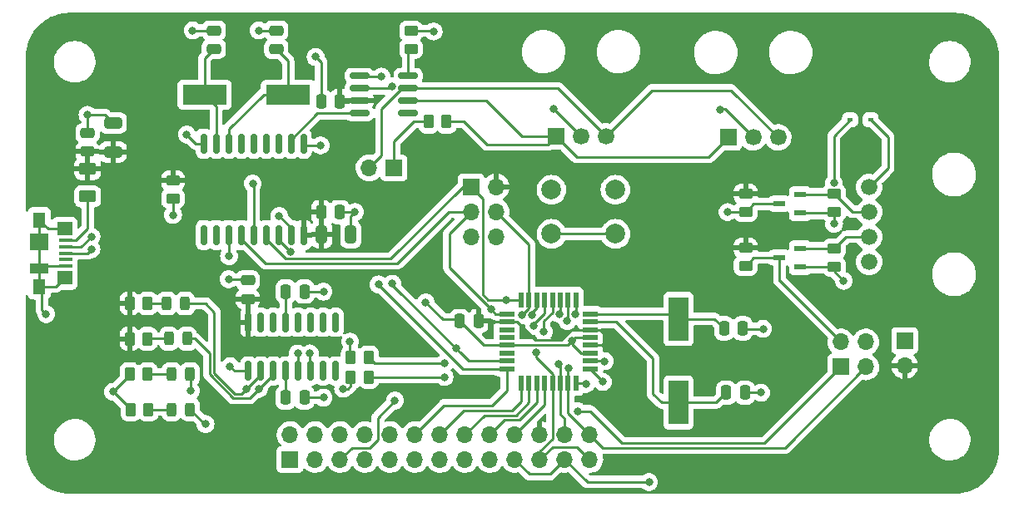
<source format=gbr>
%TF.GenerationSoftware,KiCad,Pcbnew,(6.0.7-1)-1*%
%TF.CreationDate,2022-09-19T18:34:44-07:00*%
%TF.ProjectId,telemetry-emulator-pcb,74656c65-6d65-4747-9279-2d656d756c61,rev?*%
%TF.SameCoordinates,Original*%
%TF.FileFunction,Copper,L1,Top*%
%TF.FilePolarity,Positive*%
%FSLAX46Y46*%
G04 Gerber Fmt 4.6, Leading zero omitted, Abs format (unit mm)*
G04 Created by KiCad (PCBNEW (6.0.7-1)-1) date 2022-09-19 18:34:44*
%MOMM*%
%LPD*%
G01*
G04 APERTURE LIST*
G04 Aperture macros list*
%AMRoundRect*
0 Rectangle with rounded corners*
0 $1 Rounding radius*
0 $2 $3 $4 $5 $6 $7 $8 $9 X,Y pos of 4 corners*
0 Add a 4 corners polygon primitive as box body*
4,1,4,$2,$3,$4,$5,$6,$7,$8,$9,$2,$3,0*
0 Add four circle primitives for the rounded corners*
1,1,$1+$1,$2,$3*
1,1,$1+$1,$4,$5*
1,1,$1+$1,$6,$7*
1,1,$1+$1,$8,$9*
0 Add four rect primitives between the rounded corners*
20,1,$1+$1,$2,$3,$4,$5,0*
20,1,$1+$1,$4,$5,$6,$7,0*
20,1,$1+$1,$6,$7,$8,$9,0*
20,1,$1+$1,$8,$9,$2,$3,0*%
G04 Aperture macros list end*
%TA.AperFunction,SMDPad,CuDef*%
%ADD10RoundRect,0.250000X-0.250000X-0.475000X0.250000X-0.475000X0.250000X0.475000X-0.250000X0.475000X0*%
%TD*%
%TA.AperFunction,SMDPad,CuDef*%
%ADD11RoundRect,0.250000X-0.262500X-0.450000X0.262500X-0.450000X0.262500X0.450000X-0.262500X0.450000X0*%
%TD*%
%TA.AperFunction,SMDPad,CuDef*%
%ADD12RoundRect,0.250000X0.650000X-0.325000X0.650000X0.325000X-0.650000X0.325000X-0.650000X-0.325000X0*%
%TD*%
%TA.AperFunction,SMDPad,CuDef*%
%ADD13RoundRect,0.150000X0.150000X-0.825000X0.150000X0.825000X-0.150000X0.825000X-0.150000X-0.825000X0*%
%TD*%
%TA.AperFunction,SMDPad,CuDef*%
%ADD14RoundRect,0.250000X0.625000X-0.375000X0.625000X0.375000X-0.625000X0.375000X-0.625000X-0.375000X0*%
%TD*%
%TA.AperFunction,SMDPad,CuDef*%
%ADD15R,1.300000X0.600000*%
%TD*%
%TA.AperFunction,SMDPad,CuDef*%
%ADD16RoundRect,0.250000X0.475000X-0.250000X0.475000X0.250000X-0.475000X0.250000X-0.475000X-0.250000X0*%
%TD*%
%TA.AperFunction,SMDPad,CuDef*%
%ADD17RoundRect,0.250000X-0.450000X0.262500X-0.450000X-0.262500X0.450000X-0.262500X0.450000X0.262500X0*%
%TD*%
%TA.AperFunction,SMDPad,CuDef*%
%ADD18RoundRect,0.243750X-0.243750X-0.456250X0.243750X-0.456250X0.243750X0.456250X-0.243750X0.456250X0*%
%TD*%
%TA.AperFunction,ComponentPad*%
%ADD19C,2.000000*%
%TD*%
%TA.AperFunction,SMDPad,CuDef*%
%ADD20R,4.500000X2.000000*%
%TD*%
%TA.AperFunction,ComponentPad*%
%ADD21R,1.700000X1.700000*%
%TD*%
%TA.AperFunction,ComponentPad*%
%ADD22O,1.700000X1.700000*%
%TD*%
%TA.AperFunction,SMDPad,CuDef*%
%ADD23RoundRect,0.250000X0.250000X0.475000X-0.250000X0.475000X-0.250000X-0.475000X0.250000X-0.475000X0*%
%TD*%
%TA.AperFunction,SMDPad,CuDef*%
%ADD24RoundRect,0.250000X0.262500X0.450000X-0.262500X0.450000X-0.262500X-0.450000X0.262500X-0.450000X0*%
%TD*%
%TA.AperFunction,SMDPad,CuDef*%
%ADD25RoundRect,0.150000X-0.825000X-0.150000X0.825000X-0.150000X0.825000X0.150000X-0.825000X0.150000X0*%
%TD*%
%TA.AperFunction,SMDPad,CuDef*%
%ADD26RoundRect,0.250000X-0.475000X0.250000X-0.475000X-0.250000X0.475000X-0.250000X0.475000X0.250000X0*%
%TD*%
%TA.AperFunction,ComponentPad*%
%ADD27R,1.690000X1.690000*%
%TD*%
%TA.AperFunction,ComponentPad*%
%ADD28C,1.690000*%
%TD*%
%TA.AperFunction,SMDPad,CuDef*%
%ADD29RoundRect,0.150000X-0.150000X0.875000X-0.150000X-0.875000X0.150000X-0.875000X0.150000X0.875000X0*%
%TD*%
%TA.AperFunction,ComponentPad*%
%ADD30C,1.676400*%
%TD*%
%TA.AperFunction,SMDPad,CuDef*%
%ADD31RoundRect,0.250000X0.450000X-0.262500X0.450000X0.262500X-0.450000X0.262500X-0.450000X-0.262500X0*%
%TD*%
%TA.AperFunction,SMDPad,CuDef*%
%ADD32R,1.600000X0.550000*%
%TD*%
%TA.AperFunction,SMDPad,CuDef*%
%ADD33R,0.550000X1.600000*%
%TD*%
%TA.AperFunction,SMDPad,CuDef*%
%ADD34R,1.380000X0.450000*%
%TD*%
%TA.AperFunction,SMDPad,CuDef*%
%ADD35R,1.300000X1.650000*%
%TD*%
%TA.AperFunction,SMDPad,CuDef*%
%ADD36R,1.900000X1.000000*%
%TD*%
%TA.AperFunction,SMDPad,CuDef*%
%ADD37R,1.900000X1.800000*%
%TD*%
%TA.AperFunction,SMDPad,CuDef*%
%ADD38R,1.550000X1.425000*%
%TD*%
%TA.AperFunction,SMDPad,CuDef*%
%ADD39RoundRect,0.243750X0.243750X0.456250X-0.243750X0.456250X-0.243750X-0.456250X0.243750X-0.456250X0*%
%TD*%
%TA.AperFunction,SMDPad,CuDef*%
%ADD40R,0.600000X0.450000*%
%TD*%
%TA.AperFunction,SMDPad,CuDef*%
%ADD41RoundRect,0.250000X-0.325000X-0.650000X0.325000X-0.650000X0.325000X0.650000X-0.325000X0.650000X0*%
%TD*%
%TA.AperFunction,SMDPad,CuDef*%
%ADD42R,2.000000X4.500000*%
%TD*%
%TA.AperFunction,ViaPad*%
%ADD43C,0.800000*%
%TD*%
%TA.AperFunction,Conductor*%
%ADD44C,0.250000*%
%TD*%
G04 APERTURE END LIST*
D10*
%TO.P,C6,1*%
%TO.N,Net-(C6-Pad1)*%
X156530000Y-92642000D03*
%TO.P,C6,2*%
%TO.N,Earth*%
X158430000Y-92642000D03*
%TD*%
D11*
%TO.P,R2,1*%
%TO.N,Earth*%
X96087500Y-97300000D03*
%TO.P,R2,2*%
%TO.N,Net-(D2-Pad1)*%
X97912500Y-97300000D03*
%TD*%
%TO.P,R1,1*%
%TO.N,+5V*%
X96087500Y-90106000D03*
%TO.P,R1,2*%
%TO.N,Net-(D1-Pad2)*%
X97912500Y-90106000D03*
%TD*%
D12*
%TO.P,C3,1*%
%TO.N,+5V*%
X94400000Y-74675000D03*
%TO.P,C3,2*%
%TO.N,Earth*%
X94400000Y-71725000D03*
%TD*%
D13*
%TO.P,U1,1,GND*%
%TO.N,Earth*%
X108155000Y-96975000D03*
%TO.P,U1,2,TXD*%
%TO.N,Net-(D1-Pad1)*%
X109425000Y-96975000D03*
%TO.P,U1,3,RXD*%
%TO.N,Net-(D3-Pad1)*%
X110695000Y-96975000D03*
%TO.P,U1,4,V3*%
%TO.N,Net-(C4-Pad2)*%
X111965000Y-96975000D03*
%TO.P,U1,5,UD+*%
%TO.N,Net-(J1-Pad3)*%
X113235000Y-96975000D03*
%TO.P,U1,6,UD-*%
%TO.N,Net-(J1-Pad2)*%
X114505000Y-96975000D03*
%TO.P,U1,7,NC*%
%TO.N,unconnected-(U1-Pad7)*%
X115775000Y-96975000D03*
%TO.P,U1,8,NC*%
%TO.N,unconnected-(U1-Pad8)*%
X117045000Y-96975000D03*
%TO.P,U1,9,~{CTS}*%
%TO.N,unconnected-(U1-Pad9)*%
X117045000Y-92025000D03*
%TO.P,U1,10,~{DSR}*%
%TO.N,unconnected-(U1-Pad10)*%
X115775000Y-92025000D03*
%TO.P,U1,11,~{RI}*%
%TO.N,unconnected-(U1-Pad11)*%
X114505000Y-92025000D03*
%TO.P,U1,12,~{DCD}*%
%TO.N,unconnected-(U1-Pad12)*%
X113235000Y-92025000D03*
%TO.P,U1,13,~{DTR}*%
%TO.N,Net-(C8-Pad1)*%
X111965000Y-92025000D03*
%TO.P,U1,14,~{RTS}*%
%TO.N,unconnected-(U1-Pad14)*%
X110695000Y-92025000D03*
%TO.P,U1,15,R232*%
%TO.N,unconnected-(U1-Pad15)*%
X109425000Y-92025000D03*
%TO.P,U1,16,VCC*%
%TO.N,+5V*%
X108155000Y-92025000D03*
%TD*%
D10*
%TO.P,C5,1*%
%TO.N,Net-(C5-Pad1)*%
X156750000Y-99200000D03*
%TO.P,C5,2*%
%TO.N,Earth*%
X158650000Y-99200000D03*
%TD*%
D14*
%TO.P,F1,1*%
%TO.N,Net-(F1-Pad1)*%
X91800000Y-79200000D03*
%TO.P,F1,2*%
%TO.N,+5V*%
X91800000Y-76400000D03*
%TD*%
D15*
%TO.P,Q1,1,G*%
%TO.N,V_EXT*%
X164282500Y-80897000D03*
%TO.P,Q1,2,S*%
%TO.N,TX_EXT*%
X164282500Y-78997000D03*
%TO.P,Q1,3,D*%
%TO.N,TX*%
X162182500Y-79947000D03*
%TD*%
D16*
%TO.P,C10,1*%
%TO.N,Net-(C10-Pad1)*%
X104648000Y-64196000D03*
%TO.P,C10,2*%
%TO.N,Earth*%
X104648000Y-62296000D03*
%TD*%
D17*
%TO.P,R12,1*%
%TO.N,RX_EXT*%
X167732500Y-84534500D03*
%TO.P,R12,2*%
%TO.N,V_EXT*%
X167732500Y-86359500D03*
%TD*%
D18*
%TO.P,D4,1,K*%
%TO.N,Net-(D4-Pad1)*%
X100362500Y-100900000D03*
%TO.P,D4,2,A*%
%TO.N,D8*%
X102237500Y-100900000D03*
%TD*%
D19*
%TO.P,S1,1*%
%TO.N,Earth*%
X138990000Y-78522000D03*
X145490000Y-78522000D03*
%TO.P,S1,2*%
%TO.N,reset*%
X138990000Y-83022000D03*
X145490000Y-83022000D03*
%TD*%
D20*
%TO.P,Y2,1,1*%
%TO.N,Net-(C10-Pad1)*%
X103700000Y-68834000D03*
%TO.P,Y2,2,2*%
%TO.N,Net-(C9-Pad1)*%
X112200000Y-68834000D03*
%TD*%
D10*
%TO.P,C8,1*%
%TO.N,Net-(C8-Pad1)*%
X111950000Y-88900000D03*
%TO.P,C8,2*%
%TO.N,reset*%
X113850000Y-88900000D03*
%TD*%
D21*
%TO.P,H1,1,Pin_1*%
%TO.N,MISO*%
X130810000Y-78232000D03*
D22*
%TO.P,H1,2,Pin_2*%
%TO.N,+5V*%
X133350000Y-78232000D03*
%TO.P,H1,3,Pin_3*%
%TO.N,SCK*%
X130810000Y-80772000D03*
%TO.P,H1,4,Pin_4*%
%TO.N,MOSI*%
X133350000Y-80772000D03*
%TO.P,H1,5,Pin_5*%
%TO.N,reset*%
X130810000Y-83312000D03*
%TO.P,H1,6,Pin_6*%
%TO.N,Earth*%
X133350000Y-83312000D03*
%TD*%
D23*
%TO.P,C1,1*%
%TO.N,+5V*%
X131550000Y-91900000D03*
%TO.P,C1,2*%
%TO.N,Earth*%
X129650000Y-91900000D03*
%TD*%
D24*
%TO.P,R6,1*%
%TO.N,TX_USB*%
X120412500Y-97600000D03*
%TO.P,R6,2*%
%TO.N,Net-(D3-Pad1)*%
X118587500Y-97600000D03*
%TD*%
D23*
%TO.P,C4,1*%
%TO.N,Earth*%
X113850000Y-99700000D03*
%TO.P,C4,2*%
%TO.N,Net-(C4-Pad2)*%
X111950000Y-99700000D03*
%TD*%
D25*
%TO.P,IC3,1,TXD*%
%TO.N,Net-(IC2-Pad1)*%
X119445000Y-66929000D03*
%TO.P,IC3,2,VSS*%
%TO.N,Earth*%
X119445000Y-68199000D03*
%TO.P,IC3,3,VDD*%
%TO.N,+5V*%
X119445000Y-69469000D03*
%TO.P,IC3,4,RXD*%
%TO.N,Net-(IC2-Pad2)*%
X119445000Y-70739000D03*
%TO.P,IC3,5,Vref*%
%TO.N,unconnected-(IC3-Pad5)*%
X124395000Y-70739000D03*
%TO.P,IC3,6,CANL*%
%TO.N,CANL*%
X124395000Y-69469000D03*
%TO.P,IC3,7,CANH*%
%TO.N,CANH*%
X124395000Y-68199000D03*
%TO.P,IC3,8,Rs*%
%TO.N,Net-(IC3-Pad8)*%
X124395000Y-66929000D03*
%TD*%
D26*
%TO.P,C2,1*%
%TO.N,Earth*%
X91800000Y-72750000D03*
%TO.P,C2,2*%
%TO.N,+5V*%
X91800000Y-74650000D03*
%TD*%
D16*
%TO.P,C9,1*%
%TO.N,Net-(C9-Pad1)*%
X110998000Y-64196000D03*
%TO.P,C9,2*%
%TO.N,Earth*%
X110998000Y-62296000D03*
%TD*%
D27*
%TO.P,J7,1,Pin_1*%
%TO.N,CANL*%
X139460000Y-73095000D03*
D28*
%TO.P,J7,2,Pin_2*%
%TO.N,Earth*%
X142000000Y-73095000D03*
%TO.P,J7,3,Pin_3*%
%TO.N,CANH*%
X144540000Y-73095000D03*
%TD*%
D16*
%TO.P,C7,1*%
%TO.N,+5V*%
X108100000Y-89650000D03*
%TO.P,C7,2*%
%TO.N,Earth*%
X108100000Y-87750000D03*
%TD*%
D29*
%TO.P,IC2,1,TXCAN*%
%TO.N,Net-(IC2-Pad1)*%
X113792000Y-73836000D03*
%TO.P,IC2,2,RXCAN*%
%TO.N,Net-(IC2-Pad2)*%
X112522000Y-73836000D03*
%TO.P,IC2,3,CLKOUT/SOF*%
%TO.N,unconnected-(IC2-Pad3)*%
X111252000Y-73836000D03*
%TO.P,IC2,4,~{TX0RTS}*%
%TO.N,unconnected-(IC2-Pad4)*%
X109982000Y-73836000D03*
%TO.P,IC2,5,~{TX1RTS}*%
%TO.N,unconnected-(IC2-Pad5)*%
X108712000Y-73836000D03*
%TO.P,IC2,6,~{TX2RTS}*%
%TO.N,unconnected-(IC2-Pad6)*%
X107442000Y-73836000D03*
%TO.P,IC2,7,OSC2*%
%TO.N,Net-(C9-Pad1)*%
X106172000Y-73836000D03*
%TO.P,IC2,8,OSC1*%
%TO.N,Net-(C10-Pad1)*%
X104902000Y-73836000D03*
%TO.P,IC2,9,VSS*%
%TO.N,Earth*%
X103632000Y-73836000D03*
%TO.P,IC2,10,~{RX1BF}*%
%TO.N,unconnected-(IC2-Pad10)*%
X103632000Y-83136000D03*
%TO.P,IC2,11,~{RX0BF}*%
%TO.N,unconnected-(IC2-Pad11)*%
X104902000Y-83136000D03*
%TO.P,IC2,12,~{INT}*%
%TO.N,CAN_INT*%
X106172000Y-83136000D03*
%TO.P,IC2,13,SCK*%
%TO.N,SCK*%
X107442000Y-83136000D03*
%TO.P,IC2,14,SI*%
%TO.N,MOSI*%
X108712000Y-83136000D03*
%TO.P,IC2,15,SO*%
%TO.N,MISO*%
X109982000Y-83136000D03*
%TO.P,IC2,16,~{CS}*%
%TO.N,CAN_CS*%
X111252000Y-83136000D03*
%TO.P,IC2,17,~{RESET}*%
%TO.N,Net-(IC2-Pad17)*%
X112522000Y-83136000D03*
%TO.P,IC2,18,VDD*%
%TO.N,+5V*%
X113792000Y-83136000D03*
%TD*%
D23*
%TO.P,C13,1*%
%TO.N,+5V*%
X117450000Y-69500000D03*
%TO.P,C13,2*%
%TO.N,Earth*%
X115550000Y-69500000D03*
%TD*%
D27*
%TO.P,J8,1,Pin_1*%
%TO.N,CANL*%
X156960000Y-73195000D03*
D28*
%TO.P,J8,2,Pin_2*%
%TO.N,Earth*%
X159500000Y-73195000D03*
%TO.P,J8,3,Pin_3*%
%TO.N,CANH*%
X162040000Y-73195000D03*
%TD*%
D10*
%TO.P,C11,1*%
%TO.N,+5V*%
X115550000Y-80800000D03*
%TO.P,C11,2*%
%TO.N,Earth*%
X117450000Y-80800000D03*
%TD*%
D11*
%TO.P,R4,1*%
%TO.N,Earth*%
X96187500Y-100900000D03*
%TO.P,R4,2*%
%TO.N,Net-(D4-Pad1)*%
X98012500Y-100900000D03*
%TD*%
D17*
%TO.P,R10,1*%
%TO.N,Earth*%
X124714000Y-62333500D03*
%TO.P,R10,2*%
%TO.N,Net-(IC3-Pad8)*%
X124714000Y-64158500D03*
%TD*%
D30*
%TO.P,J6,1,Pin_1*%
%TO.N,Net-(D5-Pad2)*%
X171288500Y-78249500D03*
%TO.P,J6,2,Pin_2*%
%TO.N,TX_EXT*%
X171288500Y-80789500D03*
%TO.P,J6,3,Pin_3*%
%TO.N,RX_EXT*%
X171288500Y-83329500D03*
%TO.P,J6,4,Pin_4*%
%TO.N,Earth*%
X171288500Y-85869500D03*
%TD*%
D11*
%TO.P,R13,1*%
%TO.N,Net-(J4-Pad1)*%
X126487500Y-71600000D03*
%TO.P,R13,2*%
%TO.N,CANL*%
X128312500Y-71600000D03*
%TD*%
%TO.P,R5,1*%
%TO.N,Net-(D1-Pad1)*%
X118587500Y-95600000D03*
%TO.P,R5,2*%
%TO.N,RX_USB*%
X120412500Y-95600000D03*
%TD*%
D31*
%TO.P,R7,1*%
%TO.N,Net-(IC2-Pad17)*%
X100500000Y-79412500D03*
%TO.P,R7,2*%
%TO.N,+5V*%
X100500000Y-77587500D03*
%TD*%
D17*
%TO.P,R8,1*%
%TO.N,+5V*%
X158732500Y-78947000D03*
%TO.P,R8,2*%
%TO.N,TX*%
X158732500Y-80772000D03*
%TD*%
D15*
%TO.P,Q2,1,G*%
%TO.N,V_EXT*%
X164282500Y-86397000D03*
%TO.P,Q2,2,S*%
%TO.N,RX_EXT*%
X164282500Y-84497000D03*
%TO.P,Q2,3,D*%
%TO.N,RX*%
X162182500Y-85447000D03*
%TD*%
D32*
%TO.P,IC1,1,PD3*%
%TO.N,D3*%
X142934000Y-96780000D03*
%TO.P,IC1,2,PD4*%
%TO.N,D4*%
X142934000Y-95980000D03*
%TO.P,IC1,3,GND*%
%TO.N,Earth*%
X142934000Y-95180000D03*
%TO.P,IC1,4,VCC*%
%TO.N,+5V*%
X142934000Y-94380000D03*
%TO.P,IC1,5,GND*%
%TO.N,Earth*%
X142934000Y-93580000D03*
%TO.P,IC1,6,VCC*%
%TO.N,+5V*%
X142934000Y-92780000D03*
%TO.P,IC1,7,XTAL1/PB6*%
%TO.N,Net-(C5-Pad1)*%
X142934000Y-91980000D03*
%TO.P,IC1,8,XTAL2/PB7*%
%TO.N,Net-(C6-Pad1)*%
X142934000Y-91180000D03*
D33*
%TO.P,IC1,9,PD5*%
%TO.N,D5*%
X141484000Y-89730000D03*
%TO.P,IC1,10,PD6*%
%TO.N,D6*%
X140684000Y-89730000D03*
%TO.P,IC1,11,PD7*%
%TO.N,D7*%
X139884000Y-89730000D03*
%TO.P,IC1,12,PB0*%
%TO.N,D8*%
X139084000Y-89730000D03*
%TO.P,IC1,13,PB1*%
%TO.N,D9*%
X138284000Y-89730000D03*
%TO.P,IC1,14,PB2*%
%TO.N,D10*%
X137484000Y-89730000D03*
%TO.P,IC1,15,PB3*%
%TO.N,MOSI*%
X136684000Y-89730000D03*
%TO.P,IC1,16,PB4*%
%TO.N,MISO*%
X135884000Y-89730000D03*
D32*
%TO.P,IC1,17,PB5*%
%TO.N,SCK*%
X134434000Y-91180000D03*
%TO.P,IC1,18,AVCC*%
%TO.N,+5V*%
X134434000Y-91980000D03*
%TO.P,IC1,19,ADC6*%
%TO.N,unconnected-(IC1-Pad19)*%
X134434000Y-92780000D03*
%TO.P,IC1,20,AREF*%
%TO.N,unconnected-(IC1-Pad20)*%
X134434000Y-93580000D03*
%TO.P,IC1,21,GND*%
%TO.N,Earth*%
X134434000Y-94380000D03*
%TO.P,IC1,22,ADC7*%
%TO.N,unconnected-(IC1-Pad22)*%
X134434000Y-95180000D03*
%TO.P,IC1,23,PC0*%
%TO.N,CAN_CS*%
X134434000Y-95980000D03*
%TO.P,IC1,24,PC1*%
%TO.N,CAN_INT*%
X134434000Y-96780000D03*
D33*
%TO.P,IC1,25,PC2*%
%TO.N,A2*%
X135884000Y-98230000D03*
%TO.P,IC1,26,PC3*%
%TO.N,A3*%
X136684000Y-98230000D03*
%TO.P,IC1,27,PC4*%
%TO.N,A4*%
X137484000Y-98230000D03*
%TO.P,IC1,28,PC5*%
%TO.N,A5*%
X138284000Y-98230000D03*
%TO.P,IC1,29,~{RESET}/PC6*%
%TO.N,reset*%
X139084000Y-98230000D03*
%TO.P,IC1,30,PD0*%
%TO.N,RX_USB*%
X139884000Y-98230000D03*
%TO.P,IC1,31,PD1*%
%TO.N,TX_USB*%
X140684000Y-98230000D03*
%TO.P,IC1,32,PD2*%
%TO.N,D2*%
X141484000Y-98230000D03*
%TD*%
D34*
%TO.P,J1,1,VBUS*%
%TO.N,Net-(F1-Pad1)*%
X89560000Y-83700000D03*
%TO.P,J1,2,D-*%
%TO.N,Net-(J1-Pad2)*%
X89560000Y-84350000D03*
%TO.P,J1,3,D+*%
%TO.N,Net-(J1-Pad3)*%
X89560000Y-85000000D03*
%TO.P,J1,4,ID*%
%TO.N,unconnected-(J1-Pad4)*%
X89560000Y-85650000D03*
%TO.P,J1,5,GND*%
%TO.N,Earth*%
X89560000Y-86300000D03*
D35*
%TO.P,J1,6,Shield*%
X86900000Y-81625000D03*
X86900000Y-88375000D03*
D36*
X86900000Y-86550000D03*
D37*
X86900000Y-83850000D03*
D38*
X89475000Y-82512500D03*
X89475000Y-87487500D03*
%TD*%
D39*
%TO.P,D1,1,K*%
%TO.N,Net-(D1-Pad1)*%
X101737500Y-90106000D03*
%TO.P,D1,2,A*%
%TO.N,Net-(D1-Pad2)*%
X99862500Y-90106000D03*
%TD*%
D17*
%TO.P,R11,1*%
%TO.N,TX_EXT*%
X167732500Y-78947000D03*
%TO.P,R11,2*%
%TO.N,V_EXT*%
X167732500Y-80772000D03*
%TD*%
D21*
%TO.P,J5,1*%
%TO.N,V_EXT*%
X174900000Y-93900000D03*
D22*
%TO.P,J5,2*%
%TO.N,+5V*%
X174900000Y-96440000D03*
%TD*%
D21*
%TO.P,J4,1*%
%TO.N,Net-(J4-Pad1)*%
X122975000Y-76300000D03*
D22*
%TO.P,J4,2*%
%TO.N,CANH*%
X120435000Y-76300000D03*
%TD*%
D40*
%TO.P,D5,1,K*%
%TO.N,V_EXT*%
X169350000Y-71400000D03*
%TO.P,D5,2,A*%
%TO.N,Net-(D5-Pad2)*%
X171450000Y-71400000D03*
%TD*%
D39*
%TO.P,D3,1,K*%
%TO.N,Net-(D3-Pad1)*%
X101937500Y-93700000D03*
%TO.P,D3,2,A*%
%TO.N,Net-(D3-Pad2)*%
X100062500Y-93700000D03*
%TD*%
D18*
%TO.P,D2,1,K*%
%TO.N,Net-(D2-Pad1)*%
X100362500Y-97300000D03*
%TO.P,D2,2,A*%
%TO.N,D9*%
X102237500Y-97300000D03*
%TD*%
D41*
%TO.P,C12,1*%
%TO.N,+5V*%
X115625000Y-83100000D03*
%TO.P,C12,2*%
%TO.N,Earth*%
X118575000Y-83100000D03*
%TD*%
D11*
%TO.P,R3,1*%
%TO.N,+5V*%
X96087500Y-93706000D03*
%TO.P,R3,2*%
%TO.N,Net-(D3-Pad2)*%
X97912500Y-93706000D03*
%TD*%
D42*
%TO.P,Y1,1,1*%
%TO.N,Net-(C6-Pad1)*%
X151892000Y-91694000D03*
%TO.P,Y1,2,2*%
%TO.N,Net-(C5-Pad1)*%
X151892000Y-100194000D03*
%TD*%
D21*
%TO.P,J2,1,Pin_1*%
%TO.N,RX_USB*%
X168425000Y-96575000D03*
D22*
%TO.P,J2,2,Pin_2*%
%TO.N,RX*%
X168425000Y-94035000D03*
%TO.P,J2,3,Pin_3*%
%TO.N,TX_USB*%
X170965000Y-96575000D03*
%TO.P,J2,4,Pin_4*%
%TO.N,TX*%
X170965000Y-94035000D03*
%TD*%
D17*
%TO.P,R9,1*%
%TO.N,+5V*%
X158732500Y-84447000D03*
%TO.P,R9,2*%
%TO.N,RX*%
X158732500Y-86272000D03*
%TD*%
D21*
%TO.P,J3,1,Pin_1*%
%TO.N,Earth*%
X112400000Y-106000000D03*
D22*
%TO.P,J3,2,Pin_2*%
%TO.N,D10*%
X112400000Y-103460000D03*
%TO.P,J3,3,Pin_3*%
%TO.N,D9*%
X114940000Y-106000000D03*
%TO.P,J3,4,Pin_4*%
%TO.N,MOSI*%
X114940000Y-103460000D03*
%TO.P,J3,5,Pin_5*%
%TO.N,D8*%
X117480000Y-106000000D03*
%TO.P,J3,6,Pin_6*%
%TO.N,MISO*%
X117480000Y-103460000D03*
%TO.P,J3,7,Pin_7*%
%TO.N,D7*%
X120020000Y-106000000D03*
%TO.P,J3,8,Pin_8*%
%TO.N,SCK*%
X120020000Y-103460000D03*
%TO.P,J3,9,Pin_9*%
%TO.N,D6*%
X122560000Y-106000000D03*
%TO.P,J3,10,Pin_10*%
%TO.N,CAN_CS*%
X122560000Y-103460000D03*
%TO.P,J3,11,Pin_11*%
%TO.N,D5*%
X125100000Y-106000000D03*
%TO.P,J3,12,Pin_12*%
%TO.N,CAN_INT*%
X125100000Y-103460000D03*
%TO.P,J3,13,Pin_13*%
%TO.N,D4*%
X127640000Y-106000000D03*
%TO.P,J3,14,Pin_14*%
%TO.N,A2*%
X127640000Y-103460000D03*
%TO.P,J3,15,Pin_15*%
%TO.N,D3*%
X130180000Y-106000000D03*
%TO.P,J3,16,Pin_16*%
%TO.N,A3*%
X130180000Y-103460000D03*
%TO.P,J3,17,Pin_17*%
%TO.N,D2*%
X132720000Y-106000000D03*
%TO.P,J3,18,Pin_18*%
%TO.N,A4*%
X132720000Y-103460000D03*
%TO.P,J3,19,Pin_19*%
%TO.N,Earth*%
X135260000Y-106000000D03*
%TO.P,J3,20,Pin_20*%
%TO.N,A5*%
X135260000Y-103460000D03*
%TO.P,J3,21,Pin_21*%
%TO.N,reset*%
X137800000Y-106000000D03*
%TO.P,J3,22,Pin_22*%
%TO.N,+5V*%
X137800000Y-103460000D03*
%TO.P,J3,23,Pin_23*%
%TO.N,Earth*%
X140340000Y-106000000D03*
%TO.P,J3,24,Pin_24*%
%TO.N,RX_USB*%
X140340000Y-103460000D03*
%TO.P,J3,25,Pin_25*%
%TO.N,reset*%
X142880000Y-106000000D03*
%TO.P,J3,26,Pin_26*%
%TO.N,TX_USB*%
X142880000Y-103460000D03*
%TD*%
D43*
%TO.N,+5V*%
X131600000Y-98700000D03*
%TO.N,Earth*%
X106158698Y-87634100D03*
X139200000Y-70300000D03*
X106300000Y-96500000D03*
X101900000Y-72900000D03*
X115000000Y-65000000D03*
X119000000Y-80800000D03*
X141100000Y-93900000D03*
X122800000Y-68000000D03*
X126200000Y-90000000D03*
X109220000Y-62300000D03*
X127000000Y-62400000D03*
X160300000Y-99200000D03*
X156100000Y-70400000D03*
X94400000Y-99100000D03*
X115800000Y-99700000D03*
X91800000Y-70900000D03*
X87600000Y-91200000D03*
X102500000Y-62300000D03*
X160500000Y-92700000D03*
X148900000Y-108300000D03*
%TO.N,MISO*%
X134370000Y-89730000D03*
%TO.N,SCK*%
X132862652Y-90737348D03*
%TO.N,MOSI*%
X108600000Y-77900000D03*
X136000000Y-91300000D03*
%TO.N,reset*%
X137400000Y-95104500D03*
X115800000Y-88900000D03*
%TO.N,D3*%
X144200000Y-98100000D03*
%TO.N,D4*%
X144400000Y-96000000D03*
%TO.N,D5*%
X141400000Y-91200000D03*
%TO.N,D6*%
X140600000Y-91900000D03*
%TO.N,D7*%
X139800000Y-91200000D03*
%TO.N,D8*%
X123075500Y-100000000D03*
X138200000Y-93000000D03*
X103800000Y-102400000D03*
%TO.N,D9*%
X137200000Y-92400000D03*
X102300000Y-99000000D03*
%TO.N,CAN_CS*%
X112421924Y-84825500D03*
X122800000Y-88100000D03*
X129300000Y-94700000D03*
%TO.N,CAN_INT*%
X106200000Y-85300000D03*
X121400000Y-88175500D03*
%TO.N,D10*%
X136999503Y-91300000D03*
%TO.N,RX_USB*%
X128100000Y-96200000D03*
X141700000Y-101100000D03*
X139700000Y-96300000D03*
%TO.N,TX*%
X156900000Y-80800000D03*
%TO.N,D2*%
X142500000Y-98300000D03*
%TO.N,Net-(IC2-Pad1)*%
X121700000Y-67000000D03*
X115500000Y-74000000D03*
%TO.N,Net-(J1-Pad2)*%
X114400000Y-95200000D03*
X92200000Y-83300000D03*
%TO.N,Net-(J1-Pad3)*%
X113187701Y-95212299D03*
X92200000Y-84600000D03*
%TO.N,Net-(D3-Pad1)*%
X109223375Y-98823375D03*
X117800000Y-98800000D03*
%TO.N,Net-(D1-Pad1)*%
X107988376Y-98788376D03*
X118500000Y-94000000D03*
%TO.N,V_EXT*%
X168700000Y-87800000D03*
X167730500Y-82000000D03*
X167700000Y-77835000D03*
%TO.N,Net-(IC2-Pad17)*%
X111300000Y-81200000D03*
X100500000Y-81100000D03*
%TO.N,TX_USB*%
X128100000Y-97600000D03*
X140700000Y-96700000D03*
%TD*%
D44*
%TO.N,+5V*%
X135484000Y-91980000D02*
X137304000Y-93800000D01*
X140000000Y-93800000D02*
X141020000Y-92780000D01*
X134434000Y-91980000D02*
X135484000Y-91980000D01*
X143980000Y-92780000D02*
X144400000Y-93200000D01*
X144400000Y-93200000D02*
X144400000Y-94200000D01*
X141020000Y-92780000D02*
X142934000Y-92780000D01*
X142934000Y-92780000D02*
X143980000Y-92780000D01*
X144220000Y-94380000D02*
X142934000Y-94380000D01*
X131630000Y-91980000D02*
X134434000Y-91980000D01*
X137304000Y-93800000D02*
X140000000Y-93800000D01*
X144400000Y-94200000D02*
X144220000Y-94380000D01*
%TO.N,Earth*%
X106174598Y-87650000D02*
X106158698Y-87634100D01*
X115550000Y-65550000D02*
X115550000Y-69500000D01*
X113850000Y-99700000D02*
X115800000Y-99700000D01*
X108100000Y-87650000D02*
X106174598Y-87650000D01*
X141100000Y-94271000D02*
X142009000Y-95180000D01*
X142009000Y-95180000D02*
X142934000Y-95180000D01*
X106300000Y-96500000D02*
X106775000Y-96975000D01*
X141420000Y-93580000D02*
X142934000Y-93580000D01*
X140620000Y-94380000D02*
X134434000Y-94380000D01*
X139205000Y-70300000D02*
X139200000Y-70300000D01*
X127000000Y-62400000D02*
X126933500Y-62333500D01*
X118575000Y-81225000D02*
X119000000Y-80800000D01*
X122800000Y-68000000D02*
X122601000Y-68199000D01*
X141100000Y-93900000D02*
X141420000Y-93580000D01*
X118575000Y-83100000D02*
X118575000Y-81225000D01*
X106775000Y-96975000D02*
X108155000Y-96975000D01*
X104644000Y-62300000D02*
X104648000Y-62296000D01*
X142640000Y-108300000D02*
X140340000Y-106000000D01*
X159500000Y-73195000D02*
X156605000Y-70300000D01*
X89560000Y-86300000D02*
X87150000Y-86300000D01*
X142000000Y-73095000D02*
X139205000Y-70300000D01*
X89475000Y-82512500D02*
X87787500Y-82512500D01*
X87787500Y-82512500D02*
X86900000Y-81625000D01*
X160500000Y-92700000D02*
X158488000Y-92700000D01*
X91800000Y-70900000D02*
X93575000Y-70900000D01*
X109224000Y-62296000D02*
X109220000Y-62300000D01*
X87600000Y-91200000D02*
X87171000Y-90771000D01*
X158488000Y-92700000D02*
X158430000Y-92642000D01*
X148900000Y-108300000D02*
X142640000Y-108300000D01*
X96187500Y-100887500D02*
X94400000Y-99100000D01*
X86900000Y-86550000D02*
X86900000Y-83850000D01*
X93575000Y-70900000D02*
X94400000Y-71725000D01*
X87171000Y-88646000D02*
X86900000Y-88375000D01*
X141100000Y-93900000D02*
X140620000Y-94380000D01*
X117450000Y-80800000D02*
X119000000Y-80800000D01*
X87171000Y-90771000D02*
X87171000Y-88646000D01*
X136760000Y-107500000D02*
X135260000Y-106000000D01*
X86900000Y-83850000D02*
X86900000Y-81625000D01*
X141100000Y-93900000D02*
X141100000Y-94271000D01*
X129650000Y-91900000D02*
X132130000Y-94380000D01*
X103632000Y-73836000D02*
X102836000Y-73836000D01*
X86900000Y-88375000D02*
X86900000Y-86550000D01*
X115000000Y-65000000D02*
X115550000Y-65550000D01*
X127950000Y-91750000D02*
X129650000Y-91750000D01*
X126200000Y-90000000D02*
X127950000Y-91750000D01*
X138840000Y-107500000D02*
X136760000Y-107500000D01*
X158650000Y-99200000D02*
X160300000Y-99200000D01*
X140340000Y-106000000D02*
X138840000Y-107500000D01*
X102500000Y-62300000D02*
X104644000Y-62300000D01*
X87150000Y-86300000D02*
X86900000Y-86550000D01*
X86900000Y-88375000D02*
X88587500Y-88375000D01*
X96187500Y-100900000D02*
X96187500Y-100887500D01*
X91800000Y-70900000D02*
X91800000Y-72750000D01*
X88587500Y-88375000D02*
X89475000Y-87487500D01*
X96087500Y-97300000D02*
X96087500Y-97412500D01*
X96087500Y-97412500D02*
X94400000Y-99100000D01*
X132130000Y-94380000D02*
X134434000Y-94380000D01*
X156605000Y-70300000D02*
X156500000Y-70300000D01*
X122601000Y-68199000D02*
X119445000Y-68199000D01*
X126933500Y-62333500D02*
X124714000Y-62333500D01*
X110998000Y-62296000D02*
X109224000Y-62296000D01*
X102836000Y-73836000D02*
X101900000Y-72900000D01*
%TO.N,Net-(C5-Pad1)*%
X155756000Y-100194000D02*
X151892000Y-100194000D01*
X149300000Y-95700000D02*
X149300000Y-99300000D01*
X156750000Y-99200000D02*
X155756000Y-100194000D01*
X149300000Y-99300000D02*
X150194000Y-100194000D01*
X145580000Y-91980000D02*
X149300000Y-95700000D01*
X150194000Y-100194000D02*
X151892000Y-100194000D01*
X142934000Y-91980000D02*
X145580000Y-91980000D01*
%TO.N,Net-(C6-Pad1)*%
X155582000Y-91694000D02*
X151892000Y-91694000D01*
X142934000Y-91180000D02*
X151378000Y-91180000D01*
X151378000Y-91180000D02*
X151892000Y-91694000D01*
X156530000Y-92642000D02*
X155582000Y-91694000D01*
%TO.N,Net-(F1-Pad1)*%
X91800000Y-82500000D02*
X91800000Y-79200000D01*
X90600000Y-83700000D02*
X91800000Y-82500000D01*
X89660000Y-83700000D02*
X90600000Y-83700000D01*
%TO.N,MISO*%
X131985000Y-89210305D02*
X131985000Y-79407000D01*
X129968000Y-78232000D02*
X122650000Y-85550000D01*
X134370000Y-89730000D02*
X132504695Y-89730000D01*
X131985000Y-79407000D02*
X130810000Y-78232000D01*
X122650000Y-85550000D02*
X111969249Y-85550000D01*
X109982000Y-83562751D02*
X109982000Y-83136000D01*
X130810000Y-78232000D02*
X129968000Y-78232000D01*
X111969249Y-85550000D02*
X109982000Y-83562751D01*
X135884000Y-89730000D02*
X134370000Y-89730000D01*
X132504695Y-89730000D02*
X131985000Y-89210305D01*
%TO.N,SCK*%
X128600000Y-86474695D02*
X128600000Y-82982000D01*
X132862652Y-90737348D02*
X128600000Y-86474695D01*
X133305305Y-91180000D02*
X132862652Y-90737348D01*
X128528000Y-80772000D02*
X123300000Y-86000000D01*
X107442000Y-83562751D02*
X107442000Y-83136000D01*
X109879249Y-86000000D02*
X107442000Y-83562751D01*
X123300000Y-86000000D02*
X109879249Y-86000000D01*
X128600000Y-82982000D02*
X130810000Y-80772000D01*
X134434000Y-91180000D02*
X133305305Y-91180000D01*
X130810000Y-80772000D02*
X128528000Y-80772000D01*
%TO.N,MOSI*%
X136684000Y-89730000D02*
X136684000Y-84106000D01*
X136000000Y-91300000D02*
X136000000Y-91274198D01*
X108600000Y-77900000D02*
X108712000Y-78012000D01*
X136687099Y-89733099D02*
X136684000Y-89730000D01*
X136000000Y-91274198D02*
X136687099Y-90587099D01*
X108712000Y-78012000D02*
X108712000Y-83136000D01*
X136687099Y-90587099D02*
X136687099Y-89733099D01*
X136684000Y-84106000D02*
X133350000Y-80772000D01*
%TO.N,reset*%
X137400000Y-95621000D02*
X139084000Y-97305000D01*
X137400000Y-95104500D02*
X137400000Y-95621000D01*
X137800000Y-105200000D02*
X137800000Y-106000000D01*
X113850000Y-88900000D02*
X115800000Y-88900000D01*
X139084000Y-104716000D02*
X141596000Y-104716000D01*
X145490000Y-83022000D02*
X138990000Y-83022000D01*
X139084000Y-103916000D02*
X137800000Y-105200000D01*
X139084000Y-104716000D02*
X137800000Y-106000000D01*
X139084000Y-97305000D02*
X139084000Y-98230000D01*
X139084000Y-98230000D02*
X139084000Y-103916000D01*
X141596000Y-104716000D02*
X142880000Y-106000000D01*
%TO.N,D3*%
X144200000Y-98046000D02*
X142934000Y-96780000D01*
X144200000Y-98100000D02*
X144200000Y-98046000D01*
%TO.N,D4*%
X144400000Y-96000000D02*
X144380000Y-95980000D01*
X144380000Y-95980000D02*
X142934000Y-95980000D01*
%TO.N,D5*%
X141484000Y-91116000D02*
X141400000Y-91200000D01*
X141484000Y-89730000D02*
X141484000Y-91116000D01*
%TO.N,D6*%
X140675000Y-89739000D02*
X140675000Y-91825000D01*
X140684000Y-89730000D02*
X140675000Y-89739000D01*
X140675000Y-91825000D02*
X140600000Y-91900000D01*
%TO.N,D7*%
X139884000Y-89730000D02*
X139884000Y-91116000D01*
X139884000Y-91116000D02*
X139800000Y-91200000D01*
%TO.N,D8*%
X138200000Y-91900000D02*
X138200000Y-93000000D01*
X103737500Y-102400000D02*
X102237500Y-100900000D01*
X139084000Y-89730000D02*
X139084000Y-91016000D01*
X139084000Y-91016000D02*
X138200000Y-91900000D01*
X120500000Y-104800000D02*
X118680000Y-104800000D01*
X118680000Y-104800000D02*
X117480000Y-106000000D01*
X103800000Y-102400000D02*
X103737500Y-102400000D01*
X121300000Y-104000000D02*
X120500000Y-104800000D01*
X123075500Y-100000000D02*
X121300000Y-101775500D01*
X121300000Y-101775500D02*
X121300000Y-104000000D01*
%TO.N,D9*%
X138284000Y-91116000D02*
X137200000Y-92200000D01*
X138284000Y-89730000D02*
X138284000Y-91116000D01*
X102300000Y-99000000D02*
X102300000Y-97362500D01*
X102300000Y-97362500D02*
X102237500Y-97300000D01*
X137200000Y-92200000D02*
X137200000Y-92400000D01*
%TO.N,CAN_CS*%
X130580000Y-95980000D02*
X134434000Y-95980000D01*
X111252000Y-83136000D02*
X111252000Y-83655576D01*
X111252000Y-83655576D02*
X112421924Y-84825500D01*
X122800000Y-88200000D02*
X130580000Y-95980000D01*
X122800000Y-88100000D02*
X122800000Y-88200000D01*
%TO.N,CAN_INT*%
X121400000Y-88175500D02*
X121400000Y-88200000D01*
X121400000Y-88200000D02*
X129980000Y-96780000D01*
X128060000Y-100500000D02*
X125100000Y-103460000D01*
X106172000Y-85272000D02*
X106172000Y-83136000D01*
X134434000Y-96780000D02*
X134434000Y-98966000D01*
X132900000Y-100500000D02*
X128060000Y-100500000D01*
X106200000Y-85300000D02*
X106172000Y-85272000D01*
X134434000Y-98966000D02*
X132900000Y-100500000D01*
X129980000Y-96780000D02*
X134434000Y-96780000D01*
%TO.N,D10*%
X136999503Y-91300000D02*
X136999503Y-91000497D01*
X136999503Y-91000497D02*
X137500000Y-90500000D01*
%TO.N,A2*%
X135884000Y-98230000D02*
X135884000Y-100116000D01*
X135000000Y-101000000D02*
X130100000Y-101000000D01*
X135884000Y-100116000D02*
X135000000Y-101000000D01*
X130100000Y-101000000D02*
X127640000Y-103460000D01*
%TO.N,A3*%
X136684000Y-100216000D02*
X135400000Y-101500000D01*
X135400000Y-101500000D02*
X132140000Y-101500000D01*
X132140000Y-101500000D02*
X130180000Y-103460000D01*
X136684000Y-98230000D02*
X136684000Y-100216000D01*
%TO.N,A4*%
X137484000Y-100216000D02*
X135700000Y-102000000D01*
X135700000Y-102000000D02*
X134180000Y-102000000D01*
X134180000Y-102000000D02*
X132720000Y-103460000D01*
X137484000Y-98230000D02*
X137484000Y-100216000D01*
%TO.N,RX_USB*%
X160650000Y-104350000D02*
X168425000Y-96575000D01*
X120412500Y-95600000D02*
X121012500Y-96200000D01*
X139884000Y-98230000D02*
X139884000Y-96484000D01*
X146150000Y-104350000D02*
X160650000Y-104350000D01*
X139884000Y-98230000D02*
X139884000Y-101384000D01*
X140340000Y-101840000D02*
X140340000Y-103460000D01*
X141700000Y-101100000D02*
X142900000Y-101100000D01*
X139884000Y-101384000D02*
X140340000Y-101840000D01*
X121012500Y-96200000D02*
X128100000Y-96200000D01*
X139884000Y-96484000D02*
X139700000Y-96300000D01*
X142900000Y-101100000D02*
X146150000Y-104350000D01*
%TO.N,TX*%
X159557500Y-79947000D02*
X158732500Y-80772000D01*
X158704500Y-80800000D02*
X158732500Y-80772000D01*
X156900000Y-80800000D02*
X158704500Y-80800000D01*
X162182500Y-79947000D02*
X159557500Y-79947000D01*
%TO.N,A5*%
X138284000Y-98230000D02*
X138284000Y-100436000D01*
X138284000Y-100436000D02*
X135260000Y-103460000D01*
%TO.N,CANL*%
X139460000Y-73095000D02*
X141565000Y-75200000D01*
X141565000Y-75200000D02*
X154955000Y-75200000D01*
X138655000Y-73900000D02*
X139460000Y-73095000D01*
X132400000Y-73900000D02*
X138655000Y-73900000D01*
X130100000Y-71600000D02*
X132400000Y-73900000D01*
X128312500Y-71600000D02*
X130100000Y-71600000D01*
X132369000Y-69469000D02*
X135995000Y-73095000D01*
X154955000Y-75200000D02*
X156960000Y-73195000D01*
X124395000Y-69469000D02*
X132369000Y-69469000D01*
X135995000Y-73095000D02*
X139460000Y-73095000D01*
%TO.N,CANH*%
X121700000Y-75035000D02*
X120435000Y-76300000D01*
X144540000Y-73095000D02*
X149235000Y-68400000D01*
X123801000Y-68199000D02*
X121700000Y-70300000D01*
X149235000Y-68400000D02*
X157245000Y-68400000D01*
X124395000Y-68199000D02*
X123801000Y-68199000D01*
X157245000Y-68400000D02*
X162040000Y-73195000D01*
X121700000Y-70300000D02*
X121700000Y-75035000D01*
X124395000Y-68199000D02*
X139644000Y-68199000D01*
X139644000Y-68199000D02*
X144540000Y-73095000D01*
%TO.N,RX*%
X159557500Y-85447000D02*
X162182500Y-85447000D01*
X158732500Y-86272000D02*
X159557500Y-85447000D01*
X162200000Y-87810000D02*
X162200000Y-87800000D01*
X168425000Y-94035000D02*
X162200000Y-87810000D01*
X162200000Y-87800000D02*
X162182500Y-87782500D01*
X162182500Y-87782500D02*
X162182500Y-85447000D01*
%TO.N,TX_EXT*%
X167682500Y-78997000D02*
X167732500Y-78947000D01*
X169575000Y-80789500D02*
X171288500Y-80789500D01*
X167732500Y-78947000D02*
X169575000Y-80789500D01*
X164282500Y-78997000D02*
X167682500Y-78997000D01*
%TO.N,RX_EXT*%
X168937500Y-83329500D02*
X171288500Y-83329500D01*
X164282500Y-84497000D02*
X167695000Y-84497000D01*
X167732500Y-84534500D02*
X168937500Y-83329500D01*
X167695000Y-84497000D02*
X167732500Y-84534500D01*
%TO.N,D2*%
X142500000Y-98300000D02*
X142430000Y-98230000D01*
X142430000Y-98230000D02*
X141484000Y-98230000D01*
%TO.N,Net-(C8-Pad1)*%
X111950000Y-88900000D02*
X111950000Y-92010000D01*
X111950000Y-92010000D02*
X111965000Y-92025000D01*
%TO.N,Net-(C4-Pad2)*%
X111965000Y-96975000D02*
X111965000Y-99685000D01*
%TO.N,Net-(C9-Pad1)*%
X109700000Y-68834000D02*
X106172000Y-72362000D01*
X112200000Y-65398000D02*
X112200000Y-68834000D01*
X110998000Y-64196000D02*
X112200000Y-65398000D01*
X112200000Y-68834000D02*
X109700000Y-68834000D01*
X106172000Y-72362000D02*
X106172000Y-73836000D01*
%TO.N,Net-(D1-Pad2)*%
X99862500Y-90106000D02*
X97912500Y-90106000D01*
%TO.N,Net-(IC2-Pad1)*%
X113956000Y-74000000D02*
X113792000Y-73836000D01*
X115500000Y-74000000D02*
X113956000Y-74000000D01*
X121700000Y-67000000D02*
X119516000Y-67000000D01*
X119516000Y-67000000D02*
X119445000Y-66929000D01*
%TO.N,Net-(IC2-Pad2)*%
X115192249Y-70739000D02*
X112522000Y-73409249D01*
X112522000Y-73409249D02*
X112522000Y-73836000D01*
X119445000Y-70739000D02*
X115192249Y-70739000D01*
%TO.N,Net-(IC3-Pad8)*%
X124395000Y-64477500D02*
X124714000Y-64158500D01*
X124395000Y-66929000D02*
X124395000Y-64477500D01*
%TO.N,Net-(J1-Pad2)*%
X114400000Y-96870000D02*
X114505000Y-96975000D01*
X114400000Y-95200000D02*
X114400000Y-96870000D01*
X89660000Y-84350000D02*
X91150000Y-84350000D01*
X91150000Y-84350000D02*
X92200000Y-83300000D01*
%TO.N,Net-(J1-Pad3)*%
X113187701Y-96927701D02*
X113235000Y-96975000D01*
X113187701Y-95212299D02*
X113187701Y-96927701D01*
X91800000Y-85000000D02*
X92200000Y-84600000D01*
X89660000Y-85000000D02*
X91800000Y-85000000D01*
%TO.N,Net-(D2-Pad1)*%
X100362500Y-97300000D02*
X97912500Y-97300000D01*
%TO.N,Net-(D3-Pad1)*%
X110695000Y-97351751D02*
X110695000Y-96975000D01*
X109223375Y-98823375D02*
X110695000Y-97351751D01*
X118300000Y-98800000D02*
X118587500Y-98512500D01*
X104200000Y-95200000D02*
X102700000Y-93700000D01*
X117800000Y-98800000D02*
X118300000Y-98800000D01*
X102700000Y-93700000D02*
X101937500Y-93700000D01*
X109223375Y-98823375D02*
X108296750Y-99750000D01*
X118587500Y-98512500D02*
X118587500Y-97600000D01*
X108296750Y-99750000D02*
X106613604Y-99750000D01*
X104200000Y-97336396D02*
X104200000Y-95200000D01*
X106613604Y-99750000D02*
X104200000Y-97336396D01*
%TO.N,Net-(D1-Pad1)*%
X107476751Y-99300000D02*
X107988376Y-98788376D01*
X107988376Y-98788376D02*
X109425000Y-97351751D01*
X109425000Y-97351751D02*
X109425000Y-96975000D01*
X104700000Y-97200000D02*
X104700000Y-91000000D01*
X118500000Y-95512500D02*
X118587500Y-95600000D01*
X104700000Y-91000000D02*
X103806000Y-90106000D01*
X106800000Y-99300000D02*
X107476751Y-99300000D01*
X118500000Y-94000000D02*
X118500000Y-95512500D01*
X106800000Y-99300000D02*
X104700000Y-97200000D01*
X103806000Y-90106000D02*
X101737500Y-90106000D01*
%TO.N,Net-(D3-Pad2)*%
X97918500Y-93700000D02*
X97912500Y-93706000D01*
X100062500Y-93700000D02*
X97918500Y-93700000D01*
%TO.N,Net-(D4-Pad1)*%
X100362500Y-100900000D02*
X98012500Y-100900000D01*
%TO.N,Net-(J4-Pad1)*%
X122975000Y-76300000D02*
X122975000Y-73625000D01*
X125000000Y-71600000D02*
X126487500Y-71600000D01*
X122975000Y-73625000D02*
X125000000Y-71600000D01*
%TO.N,V_EXT*%
X167732500Y-81998000D02*
X167732500Y-80772000D01*
X169350000Y-71400000D02*
X167700000Y-73050000D01*
X164282500Y-80897000D02*
X167607500Y-80897000D01*
X167732500Y-86832500D02*
X167732500Y-86359500D01*
X167730500Y-82000000D02*
X167732500Y-81998000D01*
X167607500Y-80897000D02*
X167732500Y-80772000D01*
X167695000Y-86397000D02*
X167732500Y-86359500D01*
X167700000Y-73050000D02*
X167700000Y-77835000D01*
X164282500Y-86397000D02*
X167695000Y-86397000D01*
X168700000Y-87800000D02*
X167732500Y-86832500D01*
%TO.N,Net-(IC2-Pad17)*%
X112522000Y-83136000D02*
X112522000Y-82422000D01*
X112522000Y-82422000D02*
X111300000Y-81200000D01*
X100500000Y-79412500D02*
X100500000Y-81100000D01*
%TO.N,Net-(C10-Pad1)*%
X103700000Y-65144000D02*
X103700000Y-68834000D01*
X104902000Y-70036000D02*
X104902000Y-73836000D01*
X104648000Y-64196000D02*
X103700000Y-65144000D01*
X103700000Y-68834000D02*
X104902000Y-70036000D01*
%TO.N,Net-(D5-Pad2)*%
X171288500Y-78249500D02*
X173200000Y-76338000D01*
X173200000Y-76338000D02*
X173200000Y-73150000D01*
X173200000Y-73150000D02*
X171450000Y-71400000D01*
%TO.N,TX_USB*%
X144220000Y-104800000D02*
X162740000Y-104800000D01*
X140684000Y-98230000D02*
X140684000Y-101264000D01*
X140684000Y-96716000D02*
X140684000Y-98230000D01*
X162740000Y-104800000D02*
X170965000Y-96575000D01*
X142880000Y-103460000D02*
X144220000Y-104800000D01*
X140684000Y-101264000D02*
X142880000Y-103460000D01*
X120412500Y-97600000D02*
X128100000Y-97600000D01*
X140700000Y-96700000D02*
X140684000Y-96716000D01*
%TD*%
%TA.AperFunction,Conductor*%
%TO.N,+5V*%
G36*
X179970018Y-60510000D02*
G01*
X179984851Y-60512310D01*
X179984855Y-60512310D01*
X179993724Y-60513691D01*
X180014183Y-60511016D01*
X180036007Y-60510072D01*
X180385965Y-60525352D01*
X180396913Y-60526310D01*
X180774498Y-60576019D01*
X180785307Y-60577926D01*
X181157114Y-60660353D01*
X181167731Y-60663198D01*
X181530939Y-60777718D01*
X181541254Y-60781471D01*
X181893123Y-60927220D01*
X181903067Y-60931858D01*
X182240867Y-61107705D01*
X182250387Y-61113201D01*
X182571574Y-61317820D01*
X182580578Y-61324124D01*
X182882716Y-61555962D01*
X182891137Y-61563028D01*
X183171914Y-61820314D01*
X183179686Y-61828086D01*
X183436972Y-62108863D01*
X183444038Y-62117284D01*
X183675876Y-62419422D01*
X183682180Y-62428426D01*
X183728189Y-62500646D01*
X183862062Y-62710783D01*
X183886799Y-62749613D01*
X183892294Y-62759132D01*
X184065116Y-63091118D01*
X184068138Y-63096924D01*
X184072780Y-63106877D01*
X184206178Y-63428928D01*
X184218526Y-63458739D01*
X184222282Y-63469061D01*
X184323834Y-63791139D01*
X184336802Y-63832268D01*
X184339647Y-63842885D01*
X184421576Y-64212442D01*
X184422073Y-64214685D01*
X184423981Y-64225502D01*
X184464968Y-64536837D01*
X184473690Y-64603086D01*
X184474648Y-64614035D01*
X184489198Y-64947266D01*
X184489603Y-64956552D01*
X184488223Y-64981429D01*
X184486309Y-64993724D01*
X184487473Y-65002626D01*
X184487473Y-65002628D01*
X184490436Y-65025283D01*
X184491500Y-65041621D01*
X184491500Y-104950633D01*
X184490000Y-104970018D01*
X184487690Y-104984851D01*
X184487690Y-104984855D01*
X184486309Y-104993724D01*
X184488984Y-105014183D01*
X184489928Y-105036007D01*
X184477220Y-105327048D01*
X184474648Y-105385964D01*
X184473690Y-105396913D01*
X184424265Y-105772342D01*
X184423982Y-105774490D01*
X184422074Y-105785307D01*
X184394997Y-105907445D01*
X184339647Y-106157114D01*
X184336802Y-106167732D01*
X184222285Y-106530932D01*
X184218529Y-106541254D01*
X184075260Y-106887137D01*
X184072784Y-106893114D01*
X184068142Y-106903067D01*
X183927534Y-107173173D01*
X183892295Y-107240867D01*
X183886799Y-107250387D01*
X183682180Y-107571574D01*
X183675876Y-107580578D01*
X183444038Y-107882716D01*
X183436972Y-107891137D01*
X183179686Y-108171914D01*
X183171914Y-108179686D01*
X182891137Y-108436972D01*
X182882716Y-108444038D01*
X182580578Y-108675876D01*
X182571574Y-108682180D01*
X182273005Y-108872390D01*
X182250387Y-108886799D01*
X182240868Y-108892294D01*
X181903067Y-109068142D01*
X181893123Y-109072780D01*
X181541254Y-109218529D01*
X181530939Y-109222282D01*
X181167732Y-109336802D01*
X181157115Y-109339647D01*
X180785307Y-109422074D01*
X180774498Y-109423981D01*
X180396914Y-109473690D01*
X180385965Y-109474648D01*
X180043446Y-109489603D01*
X180018571Y-109488223D01*
X180006276Y-109486309D01*
X179997374Y-109487473D01*
X179997372Y-109487473D01*
X179982323Y-109489441D01*
X179974714Y-109490436D01*
X179958379Y-109491500D01*
X90049367Y-109491500D01*
X90029982Y-109490000D01*
X90015149Y-109487690D01*
X90015145Y-109487690D01*
X90006276Y-109486309D01*
X89985817Y-109488984D01*
X89963993Y-109489928D01*
X89614035Y-109474648D01*
X89603086Y-109473690D01*
X89225502Y-109423981D01*
X89214693Y-109422074D01*
X88842885Y-109339647D01*
X88832268Y-109336802D01*
X88469061Y-109222282D01*
X88458746Y-109218529D01*
X88106877Y-109072780D01*
X88096933Y-109068142D01*
X87759132Y-108892294D01*
X87749613Y-108886799D01*
X87726996Y-108872390D01*
X87428426Y-108682180D01*
X87419422Y-108675876D01*
X87117284Y-108444038D01*
X87108863Y-108436972D01*
X86828086Y-108179686D01*
X86820314Y-108171914D01*
X86563028Y-107891137D01*
X86555962Y-107882716D01*
X86324124Y-107580578D01*
X86317820Y-107571574D01*
X86113201Y-107250387D01*
X86107705Y-107240867D01*
X86072466Y-107173173D01*
X85931858Y-106903067D01*
X85927216Y-106893114D01*
X85924741Y-106887137D01*
X85781471Y-106541254D01*
X85777715Y-106530932D01*
X85663198Y-106167732D01*
X85660353Y-106157114D01*
X85605003Y-105907445D01*
X85577926Y-105785307D01*
X85576018Y-105774490D01*
X85575736Y-105772342D01*
X85526310Y-105396913D01*
X85525352Y-105385964D01*
X85520611Y-105277380D01*
X85510561Y-105047206D01*
X85512188Y-105020805D01*
X85512769Y-105017352D01*
X85512770Y-105017345D01*
X85513576Y-105012552D01*
X85513729Y-105000000D01*
X85509773Y-104972376D01*
X85508500Y-104954514D01*
X85508500Y-104132703D01*
X88390743Y-104132703D01*
X88391302Y-104136947D01*
X88391302Y-104136951D01*
X88395150Y-104166179D01*
X88428268Y-104417734D01*
X88429401Y-104421874D01*
X88429401Y-104421876D01*
X88433604Y-104437240D01*
X88504129Y-104695036D01*
X88505813Y-104698984D01*
X88614807Y-104954514D01*
X88616923Y-104959476D01*
X88674566Y-105055791D01*
X88739602Y-105164457D01*
X88764561Y-105206161D01*
X88944313Y-105430528D01*
X89152851Y-105628423D01*
X89386317Y-105796186D01*
X89390112Y-105798195D01*
X89390113Y-105798196D01*
X89411869Y-105809715D01*
X89640392Y-105930712D01*
X89910373Y-106029511D01*
X90191264Y-106090755D01*
X90219841Y-106093004D01*
X90414282Y-106108307D01*
X90414291Y-106108307D01*
X90416739Y-106108500D01*
X90572271Y-106108500D01*
X90574407Y-106108354D01*
X90574418Y-106108354D01*
X90782548Y-106094165D01*
X90782554Y-106094164D01*
X90786825Y-106093873D01*
X90791020Y-106093004D01*
X90791022Y-106093004D01*
X90934747Y-106063240D01*
X91068342Y-106035574D01*
X91339343Y-105939607D01*
X91594812Y-105807750D01*
X91598313Y-105805289D01*
X91598317Y-105805287D01*
X91712418Y-105725095D01*
X91830023Y-105642441D01*
X91908403Y-105569606D01*
X92037479Y-105449661D01*
X92037481Y-105449658D01*
X92040622Y-105446740D01*
X92222713Y-105224268D01*
X92372927Y-104979142D01*
X92406222Y-104903295D01*
X92486757Y-104719830D01*
X92488483Y-104715898D01*
X92567244Y-104439406D01*
X92607751Y-104154784D01*
X92607795Y-104146498D01*
X92609235Y-103871583D01*
X92609235Y-103871576D01*
X92609257Y-103867297D01*
X92608545Y-103861885D01*
X92586442Y-103693998D01*
X92571732Y-103582266D01*
X92495871Y-103304964D01*
X92450924Y-103199588D01*
X92384763Y-103044476D01*
X92384761Y-103044472D01*
X92383077Y-103040524D01*
X92292529Y-102889229D01*
X92237643Y-102797521D01*
X92237640Y-102797517D01*
X92235439Y-102793839D01*
X92055687Y-102569472D01*
X91847149Y-102371577D01*
X91635007Y-102219137D01*
X91617172Y-102206321D01*
X91617171Y-102206320D01*
X91613683Y-102203814D01*
X91599071Y-102196077D01*
X91492177Y-102139480D01*
X91359608Y-102069288D01*
X91167843Y-101999112D01*
X91093658Y-101971964D01*
X91093656Y-101971963D01*
X91089627Y-101970489D01*
X90808736Y-101909245D01*
X90777685Y-101906801D01*
X90585718Y-101891693D01*
X90585709Y-101891693D01*
X90583261Y-101891500D01*
X90427729Y-101891500D01*
X90425593Y-101891646D01*
X90425582Y-101891646D01*
X90217452Y-101905835D01*
X90217446Y-101905836D01*
X90213175Y-101906127D01*
X90208980Y-101906996D01*
X90208978Y-101906996D01*
X90072416Y-101935277D01*
X89931658Y-101964426D01*
X89660657Y-102060393D01*
X89592214Y-102095719D01*
X89409292Y-102190132D01*
X89405188Y-102192250D01*
X89401687Y-102194711D01*
X89401683Y-102194713D01*
X89316607Y-102254506D01*
X89169977Y-102357559D01*
X89091597Y-102430394D01*
X88966696Y-102546460D01*
X88959378Y-102553260D01*
X88777287Y-102775732D01*
X88627073Y-103020858D01*
X88511517Y-103284102D01*
X88432756Y-103560594D01*
X88392249Y-103845216D01*
X88392227Y-103849505D01*
X88392226Y-103849512D01*
X88390810Y-104119857D01*
X88390743Y-104132703D01*
X85508500Y-104132703D01*
X85508500Y-99100000D01*
X93486496Y-99100000D01*
X93487186Y-99106565D01*
X93505752Y-99283207D01*
X93506458Y-99289928D01*
X93565473Y-99471556D01*
X93660960Y-99636944D01*
X93665378Y-99641851D01*
X93665379Y-99641852D01*
X93779933Y-99769077D01*
X93788747Y-99778866D01*
X93858569Y-99829595D01*
X93926385Y-99878866D01*
X93943248Y-99891118D01*
X93949276Y-99893802D01*
X93949278Y-99893803D01*
X94066163Y-99945843D01*
X94117712Y-99968794D01*
X94204479Y-99987237D01*
X94298056Y-100007128D01*
X94298061Y-100007128D01*
X94304513Y-100008500D01*
X94360405Y-100008500D01*
X94428526Y-100028502D01*
X94449501Y-100045405D01*
X95129596Y-100725501D01*
X95163621Y-100787813D01*
X95166500Y-100814596D01*
X95166500Y-101400400D01*
X95166837Y-101403646D01*
X95166837Y-101403650D01*
X95176095Y-101492872D01*
X95177474Y-101506166D01*
X95179655Y-101512702D01*
X95179655Y-101512704D01*
X95195455Y-101560062D01*
X95233450Y-101673946D01*
X95326522Y-101824348D01*
X95331704Y-101829521D01*
X95372218Y-101869964D01*
X95451697Y-101949305D01*
X95457927Y-101953145D01*
X95457928Y-101953146D01*
X95595431Y-102037904D01*
X95602262Y-102042115D01*
X95657369Y-102060393D01*
X95763611Y-102095632D01*
X95763613Y-102095632D01*
X95770139Y-102097797D01*
X95776975Y-102098497D01*
X95776978Y-102098498D01*
X95819271Y-102102831D01*
X95874600Y-102108500D01*
X96500400Y-102108500D01*
X96503646Y-102108163D01*
X96503650Y-102108163D01*
X96599308Y-102098238D01*
X96599312Y-102098237D01*
X96606166Y-102097526D01*
X96612702Y-102095345D01*
X96612704Y-102095345D01*
X96763707Y-102044966D01*
X96773946Y-102041550D01*
X96924348Y-101948478D01*
X97010784Y-101861891D01*
X97073066Y-101827812D01*
X97143886Y-101832815D01*
X97188975Y-101861736D01*
X97236567Y-101909245D01*
X97276697Y-101949305D01*
X97282927Y-101953145D01*
X97282928Y-101953146D01*
X97420431Y-102037904D01*
X97427262Y-102042115D01*
X97482369Y-102060393D01*
X97588611Y-102095632D01*
X97588613Y-102095632D01*
X97595139Y-102097797D01*
X97601975Y-102098497D01*
X97601978Y-102098498D01*
X97644271Y-102102831D01*
X97699600Y-102108500D01*
X98325400Y-102108500D01*
X98328646Y-102108163D01*
X98328650Y-102108163D01*
X98424308Y-102098238D01*
X98424312Y-102098237D01*
X98431166Y-102097526D01*
X98437702Y-102095345D01*
X98437704Y-102095345D01*
X98588707Y-102044966D01*
X98598946Y-102041550D01*
X98749348Y-101948478D01*
X98874305Y-101823303D01*
X98885356Y-101805375D01*
X98963275Y-101678968D01*
X98963276Y-101678966D01*
X98967115Y-101672738D01*
X98984663Y-101619832D01*
X99025094Y-101561473D01*
X99090658Y-101534236D01*
X99104256Y-101533500D01*
X99294056Y-101533500D01*
X99362177Y-101553502D01*
X99408670Y-101607158D01*
X99413579Y-101619623D01*
X99430522Y-101670405D01*
X99432898Y-101677526D01*
X99525203Y-101826689D01*
X99649347Y-101950617D01*
X99655577Y-101954457D01*
X99655578Y-101954458D01*
X99683978Y-101971964D01*
X99798671Y-102042661D01*
X99805619Y-102044966D01*
X99805620Y-102044966D01*
X99958634Y-102095719D01*
X99958636Y-102095719D01*
X99965165Y-102097885D01*
X100068769Y-102108500D01*
X100360234Y-102108500D01*
X100656230Y-102108499D01*
X100761129Y-102097616D01*
X100767660Y-102095437D01*
X100767665Y-102095436D01*
X100920578Y-102044420D01*
X100927526Y-102042102D01*
X101076689Y-101949797D01*
X101200617Y-101825653D01*
X101202419Y-101822730D01*
X101259029Y-101782592D01*
X101329952Y-101779358D01*
X101391364Y-101814982D01*
X101396916Y-101821378D01*
X101400203Y-101826689D01*
X101524347Y-101950617D01*
X101530577Y-101954457D01*
X101530578Y-101954458D01*
X101558978Y-101971964D01*
X101673671Y-102042661D01*
X101680619Y-102044966D01*
X101680620Y-102044966D01*
X101833634Y-102095719D01*
X101833636Y-102095719D01*
X101840165Y-102097885D01*
X101943769Y-102108500D01*
X101995487Y-102108500D01*
X102497905Y-102108499D01*
X102566026Y-102128501D01*
X102587000Y-102145404D01*
X102860218Y-102418622D01*
X102894244Y-102480934D01*
X102896433Y-102494543D01*
X102906458Y-102589928D01*
X102908498Y-102596205D01*
X102908498Y-102596207D01*
X102936471Y-102682297D01*
X102965473Y-102771556D01*
X102968776Y-102777278D01*
X102968777Y-102777279D01*
X102978338Y-102793839D01*
X103060960Y-102936944D01*
X103065378Y-102941851D01*
X103065379Y-102941852D01*
X103150904Y-103036837D01*
X103188747Y-103078866D01*
X103343248Y-103191118D01*
X103349276Y-103193802D01*
X103349278Y-103193803D01*
X103447112Y-103237361D01*
X103517712Y-103268794D01*
X103609151Y-103288230D01*
X103698056Y-103307128D01*
X103698061Y-103307128D01*
X103704513Y-103308500D01*
X103895487Y-103308500D01*
X103901939Y-103307128D01*
X103901944Y-103307128D01*
X103990849Y-103288230D01*
X104082288Y-103268794D01*
X104152888Y-103237361D01*
X104250722Y-103193803D01*
X104250724Y-103193802D01*
X104256752Y-103191118D01*
X104411253Y-103078866D01*
X104449096Y-103036837D01*
X104534621Y-102941852D01*
X104534622Y-102941851D01*
X104539040Y-102936944D01*
X104621662Y-102793839D01*
X104631223Y-102777279D01*
X104631224Y-102777278D01*
X104634527Y-102771556D01*
X104693542Y-102589928D01*
X104703464Y-102495531D01*
X104712814Y-102406565D01*
X104713504Y-102400000D01*
X104709043Y-102357559D01*
X104694232Y-102216635D01*
X104694232Y-102216633D01*
X104693542Y-102210072D01*
X104634527Y-102028444D01*
X104539040Y-101863056D01*
X104519319Y-101841153D01*
X104415675Y-101726045D01*
X104415674Y-101726044D01*
X104411253Y-101721134D01*
X104309064Y-101646889D01*
X104262094Y-101612763D01*
X104262093Y-101612762D01*
X104256752Y-101608882D01*
X104250724Y-101606198D01*
X104250722Y-101606197D01*
X104088319Y-101533891D01*
X104088318Y-101533891D01*
X104082288Y-101531206D01*
X103964485Y-101506166D01*
X103901944Y-101492872D01*
X103901939Y-101492872D01*
X103895487Y-101491500D01*
X103777095Y-101491500D01*
X103708974Y-101471498D01*
X103688000Y-101454595D01*
X103270405Y-101037000D01*
X103236379Y-100974688D01*
X103233500Y-100947905D01*
X103233499Y-100397037D01*
X103233499Y-100393770D01*
X103222616Y-100288871D01*
X103220437Y-100282340D01*
X103220436Y-100282335D01*
X103169420Y-100129422D01*
X103167102Y-100122474D01*
X103074797Y-99973311D01*
X102950653Y-99849383D01*
X102944419Y-99845540D01*
X102942813Y-99844272D01*
X102901750Y-99786355D01*
X102898517Y-99715432D01*
X102927266Y-99661082D01*
X103039040Y-99536944D01*
X103113294Y-99408333D01*
X103131223Y-99377279D01*
X103131224Y-99377278D01*
X103134527Y-99371556D01*
X103193542Y-99189928D01*
X103194872Y-99177279D01*
X103212814Y-99006565D01*
X103213504Y-99000000D01*
X103203645Y-98906197D01*
X103194232Y-98816635D01*
X103194232Y-98816633D01*
X103193542Y-98810072D01*
X103134527Y-98628444D01*
X103130724Y-98621856D01*
X103042343Y-98468777D01*
X103039040Y-98463056D01*
X103023936Y-98446282D01*
X102993219Y-98382276D01*
X103001982Y-98311823D01*
X103028399Y-98272953D01*
X103045968Y-98255354D01*
X103075617Y-98225653D01*
X103080907Y-98217072D01*
X103123116Y-98148595D01*
X103167661Y-98076329D01*
X103175058Y-98054027D01*
X103220719Y-97916366D01*
X103220719Y-97916364D01*
X103222885Y-97909835D01*
X103233500Y-97806231D01*
X103233499Y-96793770D01*
X103222616Y-96688871D01*
X103220437Y-96682340D01*
X103220436Y-96682335D01*
X103169420Y-96529422D01*
X103167102Y-96522474D01*
X103074797Y-96373311D01*
X102950653Y-96249383D01*
X102801329Y-96157339D01*
X102751225Y-96140720D01*
X102641366Y-96104281D01*
X102641364Y-96104281D01*
X102634835Y-96102115D01*
X102531231Y-96091500D01*
X102239766Y-96091500D01*
X101943770Y-96091501D01*
X101838871Y-96102384D01*
X101832340Y-96104563D01*
X101832335Y-96104564D01*
X101723963Y-96140720D01*
X101672474Y-96157898D01*
X101523311Y-96250203D01*
X101399383Y-96374347D01*
X101397581Y-96377270D01*
X101340971Y-96417408D01*
X101270048Y-96420642D01*
X101208636Y-96385018D01*
X101203084Y-96378622D01*
X101199797Y-96373311D01*
X101075653Y-96249383D01*
X100926329Y-96157339D01*
X100876225Y-96140720D01*
X100766366Y-96104281D01*
X100766364Y-96104281D01*
X100759835Y-96102115D01*
X100656231Y-96091500D01*
X100364766Y-96091500D01*
X100068770Y-96091501D01*
X99963871Y-96102384D01*
X99957340Y-96104563D01*
X99957335Y-96104564D01*
X99848963Y-96140720D01*
X99797474Y-96157898D01*
X99648311Y-96250203D01*
X99524383Y-96374347D01*
X99520543Y-96380577D01*
X99520542Y-96380578D01*
X99517805Y-96385018D01*
X99432339Y-96523671D01*
X99426309Y-96541852D01*
X99413599Y-96580169D01*
X99373167Y-96638528D01*
X99307603Y-96665764D01*
X99294006Y-96666500D01*
X99004197Y-96666500D01*
X98936076Y-96646498D01*
X98889583Y-96592842D01*
X98884674Y-96580377D01*
X98868867Y-96532998D01*
X98868866Y-96532996D01*
X98866550Y-96526054D01*
X98825850Y-96460283D01*
X98777332Y-96381880D01*
X98773478Y-96375652D01*
X98648303Y-96250695D01*
X98641253Y-96246349D01*
X98503968Y-96161725D01*
X98503966Y-96161724D01*
X98497738Y-96157885D01*
X98378739Y-96118415D01*
X98336389Y-96104368D01*
X98336387Y-96104368D01*
X98329861Y-96102203D01*
X98323025Y-96101503D01*
X98323022Y-96101502D01*
X98279969Y-96097091D01*
X98225400Y-96091500D01*
X97599600Y-96091500D01*
X97596354Y-96091837D01*
X97596350Y-96091837D01*
X97500692Y-96101762D01*
X97500688Y-96101763D01*
X97493834Y-96102474D01*
X97487298Y-96104655D01*
X97487296Y-96104655D01*
X97379197Y-96140720D01*
X97326054Y-96158450D01*
X97175652Y-96251522D01*
X97170479Y-96256704D01*
X97089216Y-96338109D01*
X97026934Y-96372188D01*
X96956114Y-96367185D01*
X96911025Y-96338264D01*
X96828483Y-96255866D01*
X96823303Y-96250695D01*
X96816253Y-96246349D01*
X96678968Y-96161725D01*
X96678966Y-96161724D01*
X96672738Y-96157885D01*
X96553739Y-96118415D01*
X96511389Y-96104368D01*
X96511387Y-96104368D01*
X96504861Y-96102203D01*
X96498025Y-96101503D01*
X96498022Y-96101502D01*
X96454969Y-96097091D01*
X96400400Y-96091500D01*
X95774600Y-96091500D01*
X95771354Y-96091837D01*
X95771350Y-96091837D01*
X95675692Y-96101762D01*
X95675688Y-96101763D01*
X95668834Y-96102474D01*
X95662298Y-96104655D01*
X95662296Y-96104655D01*
X95554197Y-96140720D01*
X95501054Y-96158450D01*
X95350652Y-96251522D01*
X95225695Y-96376697D01*
X95221855Y-96382927D01*
X95221854Y-96382928D01*
X95149690Y-96500000D01*
X95132885Y-96527262D01*
X95130581Y-96534209D01*
X95081313Y-96682749D01*
X95077203Y-96695139D01*
X95076503Y-96701975D01*
X95076502Y-96701978D01*
X95074365Y-96722837D01*
X95066500Y-96799600D01*
X95066500Y-97485405D01*
X95046498Y-97553526D01*
X95029595Y-97574500D01*
X94449500Y-98154595D01*
X94387188Y-98188621D01*
X94360405Y-98191500D01*
X94304513Y-98191500D01*
X94298061Y-98192872D01*
X94298056Y-98192872D01*
X94211112Y-98211353D01*
X94117712Y-98231206D01*
X94111682Y-98233891D01*
X94111681Y-98233891D01*
X93949278Y-98306197D01*
X93949276Y-98306198D01*
X93943248Y-98308882D01*
X93937907Y-98312762D01*
X93937906Y-98312763D01*
X93914410Y-98329834D01*
X93788747Y-98421134D01*
X93784326Y-98426044D01*
X93784325Y-98426045D01*
X93683321Y-98538222D01*
X93660960Y-98563056D01*
X93565473Y-98728444D01*
X93506458Y-98910072D01*
X93505768Y-98916633D01*
X93505768Y-98916635D01*
X93495308Y-99016157D01*
X93486496Y-99100000D01*
X85508500Y-99100000D01*
X85508500Y-94203095D01*
X95067001Y-94203095D01*
X95067338Y-94209614D01*
X95077257Y-94305206D01*
X95080149Y-94318600D01*
X95131588Y-94472784D01*
X95137761Y-94485962D01*
X95223063Y-94623807D01*
X95232099Y-94635208D01*
X95346829Y-94749739D01*
X95358240Y-94758751D01*
X95496243Y-94843816D01*
X95509424Y-94849963D01*
X95663710Y-94901138D01*
X95677086Y-94904005D01*
X95771438Y-94913672D01*
X95777854Y-94914000D01*
X95815385Y-94914000D01*
X95830624Y-94909525D01*
X95831829Y-94908135D01*
X95833500Y-94900452D01*
X95833500Y-94895884D01*
X96341500Y-94895884D01*
X96345975Y-94911123D01*
X96347365Y-94912328D01*
X96355048Y-94913999D01*
X96397095Y-94913999D01*
X96403614Y-94913662D01*
X96499206Y-94903743D01*
X96512600Y-94900851D01*
X96666784Y-94849412D01*
X96679962Y-94843239D01*
X96817807Y-94757937D01*
X96829208Y-94748901D01*
X96910430Y-94667538D01*
X96972713Y-94633459D01*
X97043533Y-94638462D01*
X97088620Y-94667383D01*
X97171512Y-94750130D01*
X97171517Y-94750134D01*
X97176697Y-94755305D01*
X97182927Y-94759145D01*
X97182928Y-94759146D01*
X97320288Y-94843816D01*
X97327262Y-94848115D01*
X97340362Y-94852460D01*
X97488611Y-94901632D01*
X97488613Y-94901632D01*
X97495139Y-94903797D01*
X97501975Y-94904497D01*
X97501978Y-94904498D01*
X97541030Y-94908499D01*
X97599600Y-94914500D01*
X98225400Y-94914500D01*
X98228646Y-94914163D01*
X98228650Y-94914163D01*
X98324308Y-94904238D01*
X98324312Y-94904237D01*
X98331166Y-94903526D01*
X98337702Y-94901345D01*
X98337704Y-94901345D01*
X98484229Y-94852460D01*
X98498946Y-94847550D01*
X98649348Y-94754478D01*
X98774305Y-94629303D01*
X98799490Y-94588446D01*
X98863275Y-94484968D01*
X98863276Y-94484966D01*
X98867115Y-94478738D01*
X98880576Y-94438154D01*
X98921006Y-94379794D01*
X98986571Y-94352557D01*
X99056452Y-94365090D01*
X99108464Y-94413415D01*
X99119693Y-94437946D01*
X99125577Y-94455581D01*
X99132898Y-94477526D01*
X99225203Y-94626689D01*
X99349347Y-94750617D01*
X99355577Y-94754457D01*
X99355578Y-94754458D01*
X99373472Y-94765488D01*
X99498671Y-94842661D01*
X99505619Y-94844966D01*
X99505620Y-94844966D01*
X99658634Y-94895719D01*
X99658636Y-94895719D01*
X99665165Y-94897885D01*
X99768769Y-94908500D01*
X100060234Y-94908500D01*
X100356230Y-94908499D01*
X100461129Y-94897616D01*
X100467660Y-94895437D01*
X100467665Y-94895436D01*
X100620578Y-94844420D01*
X100627526Y-94842102D01*
X100776689Y-94749797D01*
X100900617Y-94625653D01*
X100902419Y-94622730D01*
X100959029Y-94582592D01*
X101029952Y-94579358D01*
X101091364Y-94614982D01*
X101096916Y-94621378D01*
X101100203Y-94626689D01*
X101224347Y-94750617D01*
X101230577Y-94754457D01*
X101230578Y-94754458D01*
X101248472Y-94765488D01*
X101373671Y-94842661D01*
X101380619Y-94844966D01*
X101380620Y-94844966D01*
X101533634Y-94895719D01*
X101533636Y-94895719D01*
X101540165Y-94897885D01*
X101643769Y-94908500D01*
X101935234Y-94908500D01*
X102231230Y-94908499D01*
X102336129Y-94897616D01*
X102342660Y-94895437D01*
X102342665Y-94895436D01*
X102495578Y-94844420D01*
X102502526Y-94842102D01*
X102651689Y-94749797D01*
X102663608Y-94737858D01*
X102725889Y-94703778D01*
X102796710Y-94708781D01*
X102841876Y-94737780D01*
X103529595Y-95425499D01*
X103563621Y-95487811D01*
X103566500Y-95514594D01*
X103566500Y-97257629D01*
X103565973Y-97268812D01*
X103564298Y-97276305D01*
X103564547Y-97284231D01*
X103564547Y-97284232D01*
X103566438Y-97344382D01*
X103566500Y-97348341D01*
X103566500Y-97376252D01*
X103566997Y-97380186D01*
X103566997Y-97380187D01*
X103567005Y-97380252D01*
X103567938Y-97392089D01*
X103569327Y-97436285D01*
X103574978Y-97455735D01*
X103578987Y-97475096D01*
X103580385Y-97486158D01*
X103581526Y-97495193D01*
X103584445Y-97502564D01*
X103584445Y-97502566D01*
X103597804Y-97536308D01*
X103601649Y-97547538D01*
X103608369Y-97570668D01*
X103613982Y-97589989D01*
X103618015Y-97596808D01*
X103618017Y-97596813D01*
X103624293Y-97607424D01*
X103632988Y-97625172D01*
X103640448Y-97644013D01*
X103645110Y-97650429D01*
X103645110Y-97650430D01*
X103666436Y-97679783D01*
X103672952Y-97689703D01*
X103685069Y-97710191D01*
X103695458Y-97727758D01*
X103709779Y-97742079D01*
X103722619Y-97757112D01*
X103734528Y-97773503D01*
X103761971Y-97796206D01*
X103768605Y-97801694D01*
X103777384Y-97809684D01*
X106109947Y-100142247D01*
X106117491Y-100150537D01*
X106121604Y-100157018D01*
X106127381Y-100162443D01*
X106171271Y-100203658D01*
X106174113Y-100206413D01*
X106193835Y-100226135D01*
X106196959Y-100228558D01*
X106196963Y-100228562D01*
X106197028Y-100228612D01*
X106206049Y-100236317D01*
X106238283Y-100266586D01*
X106245231Y-100270405D01*
X106245233Y-100270407D01*
X106256036Y-100276346D01*
X106272563Y-100287202D01*
X106282302Y-100294757D01*
X106282304Y-100294758D01*
X106288564Y-100299614D01*
X106329144Y-100317174D01*
X106339792Y-100322391D01*
X106364580Y-100336018D01*
X106378544Y-100343695D01*
X106386220Y-100345666D01*
X106386223Y-100345667D01*
X106398166Y-100348733D01*
X106416871Y-100355137D01*
X106435459Y-100363181D01*
X106443282Y-100364420D01*
X106443292Y-100364423D01*
X106479128Y-100370099D01*
X106490748Y-100372505D01*
X106522563Y-100380673D01*
X106533574Y-100383500D01*
X106553828Y-100383500D01*
X106573538Y-100385051D01*
X106593547Y-100388220D01*
X106601439Y-100387474D01*
X106620184Y-100385702D01*
X106637566Y-100384059D01*
X106649423Y-100383500D01*
X108217983Y-100383500D01*
X108229166Y-100384027D01*
X108236659Y-100385702D01*
X108244585Y-100385453D01*
X108244586Y-100385453D01*
X108304736Y-100383562D01*
X108308695Y-100383500D01*
X108336606Y-100383500D01*
X108340541Y-100383003D01*
X108340606Y-100382995D01*
X108352443Y-100382062D01*
X108384701Y-100381048D01*
X108388720Y-100380922D01*
X108396639Y-100380673D01*
X108416093Y-100375021D01*
X108435450Y-100371013D01*
X108447680Y-100369468D01*
X108447681Y-100369468D01*
X108455547Y-100368474D01*
X108462918Y-100365555D01*
X108462920Y-100365555D01*
X108496662Y-100352196D01*
X108507892Y-100348351D01*
X108542733Y-100338229D01*
X108542734Y-100338229D01*
X108550343Y-100336018D01*
X108557162Y-100331985D01*
X108557167Y-100331983D01*
X108567778Y-100325707D01*
X108585526Y-100317012D01*
X108604367Y-100309552D01*
X108640137Y-100283564D01*
X108650057Y-100277048D01*
X108681285Y-100258580D01*
X108681288Y-100258578D01*
X108688112Y-100254542D01*
X108702433Y-100240221D01*
X108717467Y-100227380D01*
X108720192Y-100225400D01*
X108733857Y-100215472D01*
X108762048Y-100181395D01*
X108770038Y-100172616D01*
X109173874Y-99768780D01*
X109236186Y-99734754D01*
X109262969Y-99731875D01*
X109318862Y-99731875D01*
X109325314Y-99730503D01*
X109325319Y-99730503D01*
X109428832Y-99708500D01*
X109505663Y-99692169D01*
X109511694Y-99689484D01*
X109674097Y-99617178D01*
X109674099Y-99617177D01*
X109680127Y-99614493D01*
X109834628Y-99502241D01*
X109839050Y-99497330D01*
X109957996Y-99365227D01*
X109957997Y-99365226D01*
X109962415Y-99360319D01*
X110035869Y-99233093D01*
X110054598Y-99200654D01*
X110054599Y-99200653D01*
X110057902Y-99194931D01*
X110116917Y-99013303D01*
X110117917Y-99003794D01*
X110129759Y-98891118D01*
X110134282Y-98848083D01*
X110161295Y-98782426D01*
X110170497Y-98772157D01*
X110447251Y-98495404D01*
X110509563Y-98461379D01*
X110536346Y-98458500D01*
X110911502Y-98458500D01*
X110913950Y-98458307D01*
X110913958Y-98458307D01*
X110942421Y-98456067D01*
X110942426Y-98456066D01*
X110948831Y-98455562D01*
X111108601Y-98409145D01*
X111109204Y-98411222D01*
X111168602Y-98403886D01*
X111232583Y-98434660D01*
X111269769Y-98495139D01*
X111268355Y-98566122D01*
X111227584Y-98625327D01*
X111225652Y-98626522D01*
X111100695Y-98751697D01*
X111096855Y-98757927D01*
X111096854Y-98757928D01*
X111013224Y-98893601D01*
X111007885Y-98902262D01*
X110996653Y-98936125D01*
X110954886Y-99062051D01*
X110952203Y-99070139D01*
X110951503Y-99076975D01*
X110951502Y-99076978D01*
X110949143Y-99100000D01*
X110941500Y-99174600D01*
X110941500Y-100225400D01*
X110941837Y-100228646D01*
X110941837Y-100228650D01*
X110951564Y-100322391D01*
X110952474Y-100331166D01*
X110954655Y-100337702D01*
X110954655Y-100337704D01*
X110982322Y-100420632D01*
X111008450Y-100498946D01*
X111101522Y-100649348D01*
X111226697Y-100774305D01*
X111232927Y-100778145D01*
X111232928Y-100778146D01*
X111370090Y-100862694D01*
X111377262Y-100867115D01*
X111386461Y-100870166D01*
X111538611Y-100920632D01*
X111538613Y-100920632D01*
X111545139Y-100922797D01*
X111551975Y-100923497D01*
X111551978Y-100923498D01*
X111595031Y-100927909D01*
X111649600Y-100933500D01*
X112250400Y-100933500D01*
X112253646Y-100933163D01*
X112253650Y-100933163D01*
X112349308Y-100923238D01*
X112349312Y-100923237D01*
X112356166Y-100922526D01*
X112362702Y-100920345D01*
X112362704Y-100920345D01*
X112494806Y-100876272D01*
X112523946Y-100866550D01*
X112674348Y-100773478D01*
X112799305Y-100648303D01*
X112801906Y-100644084D01*
X112859030Y-100603583D01*
X112929953Y-100600351D01*
X112991365Y-100635976D01*
X112997922Y-100643530D01*
X113001522Y-100649348D01*
X113126697Y-100774305D01*
X113132927Y-100778145D01*
X113132928Y-100778146D01*
X113270090Y-100862694D01*
X113277262Y-100867115D01*
X113286461Y-100870166D01*
X113438611Y-100920632D01*
X113438613Y-100920632D01*
X113445139Y-100922797D01*
X113451975Y-100923497D01*
X113451978Y-100923498D01*
X113495031Y-100927909D01*
X113549600Y-100933500D01*
X114150400Y-100933500D01*
X114153646Y-100933163D01*
X114153650Y-100933163D01*
X114249308Y-100923238D01*
X114249312Y-100923237D01*
X114256166Y-100922526D01*
X114262702Y-100920345D01*
X114262704Y-100920345D01*
X114394806Y-100876272D01*
X114423946Y-100866550D01*
X114574348Y-100773478D01*
X114699305Y-100648303D01*
X114706904Y-100635976D01*
X114788275Y-100503968D01*
X114788276Y-100503966D01*
X114792115Y-100497738D01*
X114813422Y-100433500D01*
X114817955Y-100419833D01*
X114858386Y-100361473D01*
X114923950Y-100334236D01*
X114937548Y-100333500D01*
X115091800Y-100333500D01*
X115159921Y-100353502D01*
X115179147Y-100369843D01*
X115179420Y-100369540D01*
X115184332Y-100373963D01*
X115188747Y-100378866D01*
X115194430Y-100382995D01*
X115324498Y-100477495D01*
X115343248Y-100491118D01*
X115349276Y-100493802D01*
X115349278Y-100493803D01*
X115504251Y-100562801D01*
X115517712Y-100568794D01*
X115599850Y-100586253D01*
X115698056Y-100607128D01*
X115698061Y-100607128D01*
X115704513Y-100608500D01*
X115895487Y-100608500D01*
X115901939Y-100607128D01*
X115901944Y-100607128D01*
X116000150Y-100586253D01*
X116082288Y-100568794D01*
X116095749Y-100562801D01*
X116250722Y-100493803D01*
X116250724Y-100493802D01*
X116256752Y-100491118D01*
X116275503Y-100477495D01*
X116336056Y-100433500D01*
X116411253Y-100378866D01*
X116415675Y-100373955D01*
X116534621Y-100241852D01*
X116534622Y-100241851D01*
X116539040Y-100236944D01*
X116613197Y-100108500D01*
X116631223Y-100077279D01*
X116631224Y-100077278D01*
X116634527Y-100071556D01*
X116693542Y-99889928D01*
X116694530Y-99880533D01*
X116712814Y-99706565D01*
X116713504Y-99700000D01*
X116707554Y-99643387D01*
X116694232Y-99516635D01*
X116694232Y-99516633D01*
X116693542Y-99510072D01*
X116634527Y-99328444D01*
X116623059Y-99308580D01*
X116573427Y-99222616D01*
X116539040Y-99163056D01*
X116522013Y-99144145D01*
X116415675Y-99026045D01*
X116415674Y-99026044D01*
X116411253Y-99021134D01*
X116284644Y-98929147D01*
X116262094Y-98912763D01*
X116262093Y-98912762D01*
X116256752Y-98908882D01*
X116250724Y-98906198D01*
X116250722Y-98906197D01*
X116088319Y-98833891D01*
X116088318Y-98833891D01*
X116082288Y-98831206D01*
X115982861Y-98810072D01*
X115901944Y-98792872D01*
X115901939Y-98792872D01*
X115895487Y-98791500D01*
X115704513Y-98791500D01*
X115698061Y-98792872D01*
X115698056Y-98792872D01*
X115617139Y-98810072D01*
X115517712Y-98831206D01*
X115511682Y-98833891D01*
X115511681Y-98833891D01*
X115349278Y-98906197D01*
X115349276Y-98906198D01*
X115343248Y-98908882D01*
X115337907Y-98912762D01*
X115337906Y-98912763D01*
X115258898Y-98970166D01*
X115188747Y-99021134D01*
X115184332Y-99026037D01*
X115179420Y-99030460D01*
X115178295Y-99029211D01*
X115124986Y-99062051D01*
X115091800Y-99066500D01*
X114937538Y-99066500D01*
X114869417Y-99046498D01*
X114822924Y-98992842D01*
X114818014Y-98980376D01*
X114793868Y-98908002D01*
X114791550Y-98901054D01*
X114698478Y-98750652D01*
X114662862Y-98715098D01*
X114621365Y-98673673D01*
X114587286Y-98611390D01*
X114592289Y-98540570D01*
X114634786Y-98483698D01*
X114701285Y-98458829D01*
X114710383Y-98458500D01*
X114721502Y-98458500D01*
X114723950Y-98458307D01*
X114723958Y-98458307D01*
X114752421Y-98456067D01*
X114752426Y-98456066D01*
X114758831Y-98455562D01*
X114890700Y-98417251D01*
X114910988Y-98411357D01*
X114910990Y-98411356D01*
X114918601Y-98409145D01*
X115061807Y-98324453D01*
X115064489Y-98321771D01*
X115128861Y-98296498D01*
X115198484Y-98310400D01*
X115214312Y-98320572D01*
X115218193Y-98324453D01*
X115361399Y-98409145D01*
X115369010Y-98411356D01*
X115369012Y-98411357D01*
X115389300Y-98417251D01*
X115521169Y-98455562D01*
X115527574Y-98456066D01*
X115527579Y-98456067D01*
X115556042Y-98458307D01*
X115556050Y-98458307D01*
X115558498Y-98458500D01*
X115991502Y-98458500D01*
X115993950Y-98458307D01*
X115993958Y-98458307D01*
X116022421Y-98456067D01*
X116022426Y-98456066D01*
X116028831Y-98455562D01*
X116160700Y-98417251D01*
X116180988Y-98411357D01*
X116180990Y-98411356D01*
X116188601Y-98409145D01*
X116331807Y-98324453D01*
X116334489Y-98321771D01*
X116398861Y-98296498D01*
X116468484Y-98310400D01*
X116484312Y-98320572D01*
X116488193Y-98324453D01*
X116631399Y-98409145D01*
X116639010Y-98411356D01*
X116639012Y-98411357D01*
X116659300Y-98417251D01*
X116791169Y-98455562D01*
X116797581Y-98456067D01*
X116803922Y-98457225D01*
X116803539Y-98459325D01*
X116860656Y-98481088D01*
X116902801Y-98538222D01*
X116907609Y-98606531D01*
X116906458Y-98610072D01*
X116905768Y-98616633D01*
X116905768Y-98616635D01*
X116892639Y-98741550D01*
X116886496Y-98800000D01*
X116887186Y-98806565D01*
X116903955Y-98966109D01*
X116906458Y-98989928D01*
X116965473Y-99171556D01*
X116968776Y-99177278D01*
X116968777Y-99177279D01*
X116986803Y-99208500D01*
X117060960Y-99336944D01*
X117065378Y-99341851D01*
X117065379Y-99341852D01*
X117169959Y-99458000D01*
X117188747Y-99478866D01*
X117268684Y-99536944D01*
X117315597Y-99571028D01*
X117343248Y-99591118D01*
X117349276Y-99593802D01*
X117349278Y-99593803D01*
X117482927Y-99653307D01*
X117517712Y-99668794D01*
X117611112Y-99688647D01*
X117698056Y-99707128D01*
X117698061Y-99707128D01*
X117704513Y-99708500D01*
X117895487Y-99708500D01*
X117901939Y-99707128D01*
X117901944Y-99707128D01*
X117988888Y-99688647D01*
X118082288Y-99668794D01*
X118117073Y-99653307D01*
X118250722Y-99593803D01*
X118250724Y-99593802D01*
X118256752Y-99591118D01*
X118284404Y-99571028D01*
X118404507Y-99483767D01*
X118411253Y-99478866D01*
X118429324Y-99458797D01*
X118449642Y-99436231D01*
X118496898Y-99403389D01*
X118499914Y-99402195D01*
X118511142Y-99398351D01*
X118520384Y-99395666D01*
X118553593Y-99386018D01*
X118560412Y-99381985D01*
X118560417Y-99381983D01*
X118571028Y-99375707D01*
X118588776Y-99367012D01*
X118607617Y-99359552D01*
X118629311Y-99343791D01*
X118643387Y-99333564D01*
X118653307Y-99327048D01*
X118684535Y-99308580D01*
X118684538Y-99308578D01*
X118691362Y-99304542D01*
X118705683Y-99290221D01*
X118720717Y-99277380D01*
X118721646Y-99276705D01*
X118737107Y-99265472D01*
X118765298Y-99231395D01*
X118773288Y-99222616D01*
X118979747Y-99016157D01*
X118988037Y-99008613D01*
X118994518Y-99004500D01*
X119005466Y-98992842D01*
X119041158Y-98954833D01*
X119043913Y-98951991D01*
X119063634Y-98932270D01*
X119066112Y-98929075D01*
X119073818Y-98920053D01*
X119098658Y-98893601D01*
X119104086Y-98887821D01*
X119113846Y-98870068D01*
X119124699Y-98853545D01*
X119132253Y-98843806D01*
X119137113Y-98837541D01*
X119154676Y-98796957D01*
X119159891Y-98786313D01*
X119173989Y-98760669D01*
X119218100Y-98714226D01*
X119318120Y-98652332D01*
X119324348Y-98648478D01*
X119410784Y-98561891D01*
X119473066Y-98527812D01*
X119543886Y-98532815D01*
X119588975Y-98561736D01*
X119637734Y-98610410D01*
X119676697Y-98649305D01*
X119682927Y-98653145D01*
X119682928Y-98653146D01*
X119820090Y-98737694D01*
X119827262Y-98742115D01*
X119874937Y-98757928D01*
X119988611Y-98795632D01*
X119988613Y-98795632D01*
X119995139Y-98797797D01*
X120001975Y-98798497D01*
X120001978Y-98798498D01*
X120045031Y-98802909D01*
X120099600Y-98808500D01*
X120725400Y-98808500D01*
X120728646Y-98808163D01*
X120728650Y-98808163D01*
X120824308Y-98798238D01*
X120824312Y-98798237D01*
X120831166Y-98797526D01*
X120837702Y-98795345D01*
X120837704Y-98795345D01*
X120987169Y-98745479D01*
X120998946Y-98741550D01*
X121149348Y-98648478D01*
X121274305Y-98523303D01*
X121283430Y-98508500D01*
X121363275Y-98378968D01*
X121363276Y-98378966D01*
X121367115Y-98372738D01*
X121384663Y-98319832D01*
X121425094Y-98261473D01*
X121490658Y-98234236D01*
X121504256Y-98233500D01*
X127391800Y-98233500D01*
X127459921Y-98253502D01*
X127479147Y-98269843D01*
X127479420Y-98269540D01*
X127484332Y-98273963D01*
X127488747Y-98278866D01*
X127494939Y-98283365D01*
X127594376Y-98355610D01*
X127643248Y-98391118D01*
X127649276Y-98393802D01*
X127649278Y-98393803D01*
X127804824Y-98463056D01*
X127817712Y-98468794D01*
X127911113Y-98488647D01*
X127998056Y-98507128D01*
X127998061Y-98507128D01*
X128004513Y-98508500D01*
X128195487Y-98508500D01*
X128201939Y-98507128D01*
X128201944Y-98507128D01*
X128288887Y-98488647D01*
X128382288Y-98468794D01*
X128395176Y-98463056D01*
X128550722Y-98393803D01*
X128550724Y-98393802D01*
X128556752Y-98391118D01*
X128711253Y-98278866D01*
X128752101Y-98233500D01*
X128834621Y-98141852D01*
X128834622Y-98141851D01*
X128839040Y-98136944D01*
X128934527Y-97971556D01*
X128993542Y-97789928D01*
X128994738Y-97778554D01*
X129012814Y-97606565D01*
X129013504Y-97600000D01*
X129006810Y-97536308D01*
X128994232Y-97416635D01*
X128994232Y-97416633D01*
X128993542Y-97410072D01*
X128934527Y-97228444D01*
X128839040Y-97063056D01*
X128768137Y-96984310D01*
X128737419Y-96920303D01*
X128746184Y-96849849D01*
X128768137Y-96815690D01*
X128834619Y-96741854D01*
X128839040Y-96736944D01*
X128839136Y-96737030D01*
X128893058Y-96695450D01*
X128963794Y-96689375D01*
X129027866Y-96723770D01*
X129476343Y-97172247D01*
X129483887Y-97180537D01*
X129488000Y-97187018D01*
X129493777Y-97192443D01*
X129537667Y-97233658D01*
X129540509Y-97236413D01*
X129560230Y-97256134D01*
X129563425Y-97258612D01*
X129572447Y-97266318D01*
X129604679Y-97296586D01*
X129611628Y-97300406D01*
X129622432Y-97306346D01*
X129638956Y-97317199D01*
X129654959Y-97329613D01*
X129695543Y-97347176D01*
X129706173Y-97352383D01*
X129744940Y-97373695D01*
X129752617Y-97375666D01*
X129752622Y-97375668D01*
X129764558Y-97378732D01*
X129783266Y-97385137D01*
X129801855Y-97393181D01*
X129809680Y-97394420D01*
X129809682Y-97394421D01*
X129845519Y-97400097D01*
X129857140Y-97402504D01*
X129892289Y-97411528D01*
X129899970Y-97413500D01*
X129920231Y-97413500D01*
X129939940Y-97415051D01*
X129959943Y-97418219D01*
X129967835Y-97417473D01*
X129973062Y-97416979D01*
X130003954Y-97414059D01*
X130015811Y-97413500D01*
X133222411Y-97413500D01*
X133290532Y-97433502D01*
X133297975Y-97438674D01*
X133387295Y-97505615D01*
X133523684Y-97556745D01*
X133585866Y-97563500D01*
X133674500Y-97563500D01*
X133742621Y-97583502D01*
X133789114Y-97637158D01*
X133800500Y-97689500D01*
X133800500Y-98651406D01*
X133780498Y-98719527D01*
X133763595Y-98740501D01*
X132674500Y-99829595D01*
X132612188Y-99863621D01*
X132585405Y-99866500D01*
X128138767Y-99866500D01*
X128127584Y-99865973D01*
X128120091Y-99864298D01*
X128112165Y-99864547D01*
X128112164Y-99864547D01*
X128052014Y-99866438D01*
X128048055Y-99866500D01*
X128020144Y-99866500D01*
X128016210Y-99866997D01*
X128016209Y-99866997D01*
X128016144Y-99867005D01*
X128004307Y-99867938D01*
X127972490Y-99868938D01*
X127968029Y-99869078D01*
X127960110Y-99869327D01*
X127942454Y-99874456D01*
X127940658Y-99874978D01*
X127921306Y-99878986D01*
X127914235Y-99879880D01*
X127901203Y-99881526D01*
X127893834Y-99884443D01*
X127893832Y-99884444D01*
X127860097Y-99897800D01*
X127848869Y-99901645D01*
X127806407Y-99913982D01*
X127799584Y-99918017D01*
X127799582Y-99918018D01*
X127788972Y-99924293D01*
X127771224Y-99932988D01*
X127752383Y-99940448D01*
X127745967Y-99945110D01*
X127745966Y-99945110D01*
X127716613Y-99966436D01*
X127706693Y-99972952D01*
X127675465Y-99991420D01*
X127675462Y-99991422D01*
X127668638Y-99995458D01*
X127654317Y-100009779D01*
X127639284Y-100022619D01*
X127622893Y-100034528D01*
X127617842Y-100040634D01*
X127594702Y-100068605D01*
X127586712Y-100077384D01*
X125557345Y-102106750D01*
X125495033Y-102140776D01*
X125446154Y-102141702D01*
X125233373Y-102103800D01*
X125233367Y-102103799D01*
X125228284Y-102102894D01*
X125154452Y-102101992D01*
X125010081Y-102100228D01*
X125010079Y-102100228D01*
X125004911Y-102100165D01*
X124784091Y-102133955D01*
X124571756Y-102203357D01*
X124373607Y-102306507D01*
X124369474Y-102309610D01*
X124369471Y-102309612D01*
X124199100Y-102437530D01*
X124194965Y-102440635D01*
X124040629Y-102602138D01*
X123933201Y-102759621D01*
X123878293Y-102804621D01*
X123807768Y-102812792D01*
X123744021Y-102781538D01*
X123723324Y-102757054D01*
X123642822Y-102632617D01*
X123642820Y-102632614D01*
X123640014Y-102628277D01*
X123489670Y-102463051D01*
X123485619Y-102459852D01*
X123485615Y-102459848D01*
X123318414Y-102327800D01*
X123318410Y-102327798D01*
X123314359Y-102324598D01*
X123118789Y-102216638D01*
X123113920Y-102214914D01*
X123113916Y-102214912D01*
X122913087Y-102143795D01*
X122913083Y-102143794D01*
X122908212Y-102142069D01*
X122903119Y-102141162D01*
X122903116Y-102141161D01*
X122693373Y-102103800D01*
X122693367Y-102103799D01*
X122688284Y-102102894D01*
X122614452Y-102101992D01*
X122470081Y-102100228D01*
X122470079Y-102100228D01*
X122464911Y-102100165D01*
X122244091Y-102133955D01*
X122140781Y-102167722D01*
X122069819Y-102169873D01*
X122008957Y-102133317D01*
X121977520Y-102069660D01*
X121985490Y-101999112D01*
X122012542Y-101958862D01*
X123025999Y-100945405D01*
X123088311Y-100911379D01*
X123115094Y-100908500D01*
X123170987Y-100908500D01*
X123177439Y-100907128D01*
X123177444Y-100907128D01*
X123279762Y-100885379D01*
X123357788Y-100868794D01*
X123439935Y-100832220D01*
X123526222Y-100793803D01*
X123526224Y-100793802D01*
X123532252Y-100791118D01*
X123550107Y-100778146D01*
X123619726Y-100727564D01*
X123686753Y-100678866D01*
X123692432Y-100672559D01*
X123810121Y-100541852D01*
X123810122Y-100541851D01*
X123814540Y-100536944D01*
X123902236Y-100385051D01*
X123906723Y-100377279D01*
X123906724Y-100377278D01*
X123910027Y-100371556D01*
X123969042Y-100189928D01*
X123972764Y-100154521D01*
X123988314Y-100006565D01*
X123989004Y-100000000D01*
X123986963Y-99980578D01*
X123969732Y-99816635D01*
X123969732Y-99816633D01*
X123969042Y-99810072D01*
X123910027Y-99628444D01*
X123901973Y-99614493D01*
X123860030Y-99541847D01*
X123814540Y-99463056D01*
X123763982Y-99406905D01*
X123691175Y-99326045D01*
X123691174Y-99326044D01*
X123686753Y-99321134D01*
X123574957Y-99239909D01*
X123537594Y-99212763D01*
X123537593Y-99212762D01*
X123532252Y-99208882D01*
X123526224Y-99206198D01*
X123526222Y-99206197D01*
X123363819Y-99133891D01*
X123363818Y-99133891D01*
X123357788Y-99131206D01*
X123241862Y-99106565D01*
X123177444Y-99092872D01*
X123177439Y-99092872D01*
X123170987Y-99091500D01*
X122980013Y-99091500D01*
X122973561Y-99092872D01*
X122973556Y-99092872D01*
X122909138Y-99106565D01*
X122793212Y-99131206D01*
X122787182Y-99133891D01*
X122787181Y-99133891D01*
X122624778Y-99206197D01*
X122624776Y-99206198D01*
X122618748Y-99208882D01*
X122613407Y-99212762D01*
X122613406Y-99212763D01*
X122576043Y-99239909D01*
X122464247Y-99321134D01*
X122459826Y-99326044D01*
X122459825Y-99326045D01*
X122387019Y-99406905D01*
X122336460Y-99463056D01*
X122290970Y-99541847D01*
X122249028Y-99614493D01*
X122240973Y-99628444D01*
X122181958Y-99810072D01*
X122181268Y-99816633D01*
X122181268Y-99816635D01*
X122164593Y-99975292D01*
X122137580Y-100040949D01*
X122128378Y-100051217D01*
X120907747Y-101271848D01*
X120899461Y-101279388D01*
X120892982Y-101283500D01*
X120887557Y-101289277D01*
X120846357Y-101333151D01*
X120843602Y-101335993D01*
X120823865Y-101355730D01*
X120821385Y-101358927D01*
X120813682Y-101367947D01*
X120783414Y-101400179D01*
X120779595Y-101407125D01*
X120779593Y-101407128D01*
X120773652Y-101417934D01*
X120762801Y-101434453D01*
X120750386Y-101450459D01*
X120747241Y-101457728D01*
X120747238Y-101457732D01*
X120732826Y-101491037D01*
X120727609Y-101501687D01*
X120706305Y-101540440D01*
X120704334Y-101548115D01*
X120704334Y-101548116D01*
X120701267Y-101560062D01*
X120694863Y-101578766D01*
X120686819Y-101597355D01*
X120685580Y-101605178D01*
X120685577Y-101605188D01*
X120679901Y-101641024D01*
X120677495Y-101652644D01*
X120666500Y-101695470D01*
X120666500Y-101715724D01*
X120664949Y-101735434D01*
X120661780Y-101755443D01*
X120662526Y-101763335D01*
X120665941Y-101799461D01*
X120666500Y-101811319D01*
X120666500Y-102069412D01*
X120646498Y-102137533D01*
X120592842Y-102184026D01*
X120522568Y-102194130D01*
X120498440Y-102188185D01*
X120373087Y-102143795D01*
X120373083Y-102143794D01*
X120368212Y-102142069D01*
X120363119Y-102141162D01*
X120363116Y-102141161D01*
X120153373Y-102103800D01*
X120153367Y-102103799D01*
X120148284Y-102102894D01*
X120074452Y-102101992D01*
X119930081Y-102100228D01*
X119930079Y-102100228D01*
X119924911Y-102100165D01*
X119704091Y-102133955D01*
X119491756Y-102203357D01*
X119293607Y-102306507D01*
X119289474Y-102309610D01*
X119289471Y-102309612D01*
X119119100Y-102437530D01*
X119114965Y-102440635D01*
X118960629Y-102602138D01*
X118853201Y-102759621D01*
X118798293Y-102804621D01*
X118727768Y-102812792D01*
X118664021Y-102781538D01*
X118643324Y-102757054D01*
X118562822Y-102632617D01*
X118562820Y-102632614D01*
X118560014Y-102628277D01*
X118409670Y-102463051D01*
X118405619Y-102459852D01*
X118405615Y-102459848D01*
X118238414Y-102327800D01*
X118238410Y-102327798D01*
X118234359Y-102324598D01*
X118038789Y-102216638D01*
X118033920Y-102214914D01*
X118033916Y-102214912D01*
X117833087Y-102143795D01*
X117833083Y-102143794D01*
X117828212Y-102142069D01*
X117823119Y-102141162D01*
X117823116Y-102141161D01*
X117613373Y-102103800D01*
X117613367Y-102103799D01*
X117608284Y-102102894D01*
X117534452Y-102101992D01*
X117390081Y-102100228D01*
X117390079Y-102100228D01*
X117384911Y-102100165D01*
X117164091Y-102133955D01*
X116951756Y-102203357D01*
X116753607Y-102306507D01*
X116749474Y-102309610D01*
X116749471Y-102309612D01*
X116579100Y-102437530D01*
X116574965Y-102440635D01*
X116420629Y-102602138D01*
X116313201Y-102759621D01*
X116258293Y-102804621D01*
X116187768Y-102812792D01*
X116124021Y-102781538D01*
X116103324Y-102757054D01*
X116022822Y-102632617D01*
X116022820Y-102632614D01*
X116020014Y-102628277D01*
X115869670Y-102463051D01*
X115865619Y-102459852D01*
X115865615Y-102459848D01*
X115698414Y-102327800D01*
X115698410Y-102327798D01*
X115694359Y-102324598D01*
X115498789Y-102216638D01*
X115493920Y-102214914D01*
X115493916Y-102214912D01*
X115293087Y-102143795D01*
X115293083Y-102143794D01*
X115288212Y-102142069D01*
X115283119Y-102141162D01*
X115283116Y-102141161D01*
X115073373Y-102103800D01*
X115073367Y-102103799D01*
X115068284Y-102102894D01*
X114994452Y-102101992D01*
X114850081Y-102100228D01*
X114850079Y-102100228D01*
X114844911Y-102100165D01*
X114624091Y-102133955D01*
X114411756Y-102203357D01*
X114213607Y-102306507D01*
X114209474Y-102309610D01*
X114209471Y-102309612D01*
X114039100Y-102437530D01*
X114034965Y-102440635D01*
X113880629Y-102602138D01*
X113773201Y-102759621D01*
X113718293Y-102804621D01*
X113647768Y-102812792D01*
X113584021Y-102781538D01*
X113563324Y-102757054D01*
X113482822Y-102632617D01*
X113482820Y-102632614D01*
X113480014Y-102628277D01*
X113329670Y-102463051D01*
X113325619Y-102459852D01*
X113325615Y-102459848D01*
X113158414Y-102327800D01*
X113158410Y-102327798D01*
X113154359Y-102324598D01*
X112958789Y-102216638D01*
X112953920Y-102214914D01*
X112953916Y-102214912D01*
X112753087Y-102143795D01*
X112753083Y-102143794D01*
X112748212Y-102142069D01*
X112743119Y-102141162D01*
X112743116Y-102141161D01*
X112533373Y-102103800D01*
X112533367Y-102103799D01*
X112528284Y-102102894D01*
X112454452Y-102101992D01*
X112310081Y-102100228D01*
X112310079Y-102100228D01*
X112304911Y-102100165D01*
X112084091Y-102133955D01*
X111871756Y-102203357D01*
X111673607Y-102306507D01*
X111669474Y-102309610D01*
X111669471Y-102309612D01*
X111499100Y-102437530D01*
X111494965Y-102440635D01*
X111340629Y-102602138D01*
X111214743Y-102786680D01*
X111167716Y-102887992D01*
X111137944Y-102952131D01*
X111120688Y-102989305D01*
X111060989Y-103204570D01*
X111037251Y-103426695D01*
X111050110Y-103649715D01*
X111051247Y-103654761D01*
X111051248Y-103654767D01*
X111060653Y-103696498D01*
X111099222Y-103867639D01*
X111183266Y-104074616D01*
X111221465Y-104136951D01*
X111297291Y-104260688D01*
X111299987Y-104265088D01*
X111446250Y-104433938D01*
X111450230Y-104437242D01*
X111454981Y-104441187D01*
X111494616Y-104500090D01*
X111496113Y-104571071D01*
X111458997Y-104631593D01*
X111418725Y-104656112D01*
X111330095Y-104689338D01*
X111303295Y-104699385D01*
X111186739Y-104786739D01*
X111099385Y-104903295D01*
X111048255Y-105039684D01*
X111041500Y-105101866D01*
X111041500Y-106898134D01*
X111048255Y-106960316D01*
X111099385Y-107096705D01*
X111186739Y-107213261D01*
X111303295Y-107300615D01*
X111439684Y-107351745D01*
X111501866Y-107358500D01*
X113298134Y-107358500D01*
X113360316Y-107351745D01*
X113496705Y-107300615D01*
X113613261Y-107213261D01*
X113700615Y-107096705D01*
X113722799Y-107037529D01*
X113744598Y-106979382D01*
X113787240Y-106922618D01*
X113853802Y-106897918D01*
X113923150Y-106913126D01*
X113957817Y-106941114D01*
X113986250Y-106973938D01*
X114158126Y-107116632D01*
X114351000Y-107229338D01*
X114355825Y-107231180D01*
X114355826Y-107231181D01*
X114406122Y-107250387D01*
X114559692Y-107309030D01*
X114564760Y-107310061D01*
X114564763Y-107310062D01*
X114672012Y-107331882D01*
X114778597Y-107353567D01*
X114783772Y-107353757D01*
X114783774Y-107353757D01*
X114996673Y-107361564D01*
X114996677Y-107361564D01*
X115001837Y-107361753D01*
X115006957Y-107361097D01*
X115006959Y-107361097D01*
X115218288Y-107334025D01*
X115218289Y-107334025D01*
X115223416Y-107333368D01*
X115228369Y-107331882D01*
X115432429Y-107270661D01*
X115432434Y-107270659D01*
X115437384Y-107269174D01*
X115637994Y-107170896D01*
X115819860Y-107041173D01*
X115978096Y-106883489D01*
X116108453Y-106702077D01*
X116109776Y-106703028D01*
X116156645Y-106659857D01*
X116226580Y-106647625D01*
X116292026Y-106675144D01*
X116319875Y-106706994D01*
X116379987Y-106805088D01*
X116526250Y-106973938D01*
X116698126Y-107116632D01*
X116891000Y-107229338D01*
X116895825Y-107231180D01*
X116895826Y-107231181D01*
X116946122Y-107250387D01*
X117099692Y-107309030D01*
X117104760Y-107310061D01*
X117104763Y-107310062D01*
X117212012Y-107331882D01*
X117318597Y-107353567D01*
X117323772Y-107353757D01*
X117323774Y-107353757D01*
X117536673Y-107361564D01*
X117536677Y-107361564D01*
X117541837Y-107361753D01*
X117546957Y-107361097D01*
X117546959Y-107361097D01*
X117758288Y-107334025D01*
X117758289Y-107334025D01*
X117763416Y-107333368D01*
X117768369Y-107331882D01*
X117972429Y-107270661D01*
X117972434Y-107270659D01*
X117977384Y-107269174D01*
X118177994Y-107170896D01*
X118359860Y-107041173D01*
X118518096Y-106883489D01*
X118648453Y-106702077D01*
X118649776Y-106703028D01*
X118696645Y-106659857D01*
X118766580Y-106647625D01*
X118832026Y-106675144D01*
X118859875Y-106706994D01*
X118919987Y-106805088D01*
X119066250Y-106973938D01*
X119238126Y-107116632D01*
X119431000Y-107229338D01*
X119435825Y-107231180D01*
X119435826Y-107231181D01*
X119486122Y-107250387D01*
X119639692Y-107309030D01*
X119644760Y-107310061D01*
X119644763Y-107310062D01*
X119752012Y-107331882D01*
X119858597Y-107353567D01*
X119863772Y-107353757D01*
X119863774Y-107353757D01*
X120076673Y-107361564D01*
X120076677Y-107361564D01*
X120081837Y-107361753D01*
X120086957Y-107361097D01*
X120086959Y-107361097D01*
X120298288Y-107334025D01*
X120298289Y-107334025D01*
X120303416Y-107333368D01*
X120308369Y-107331882D01*
X120512429Y-107270661D01*
X120512434Y-107270659D01*
X120517384Y-107269174D01*
X120717994Y-107170896D01*
X120899860Y-107041173D01*
X121058096Y-106883489D01*
X121188453Y-106702077D01*
X121189776Y-106703028D01*
X121236645Y-106659857D01*
X121306580Y-106647625D01*
X121372026Y-106675144D01*
X121399875Y-106706994D01*
X121459987Y-106805088D01*
X121606250Y-106973938D01*
X121778126Y-107116632D01*
X121971000Y-107229338D01*
X121975825Y-107231180D01*
X121975826Y-107231181D01*
X122026122Y-107250387D01*
X122179692Y-107309030D01*
X122184760Y-107310061D01*
X122184763Y-107310062D01*
X122292012Y-107331882D01*
X122398597Y-107353567D01*
X122403772Y-107353757D01*
X122403774Y-107353757D01*
X122616673Y-107361564D01*
X122616677Y-107361564D01*
X122621837Y-107361753D01*
X122626957Y-107361097D01*
X122626959Y-107361097D01*
X122838288Y-107334025D01*
X122838289Y-107334025D01*
X122843416Y-107333368D01*
X122848369Y-107331882D01*
X123052429Y-107270661D01*
X123052434Y-107270659D01*
X123057384Y-107269174D01*
X123257994Y-107170896D01*
X123439860Y-107041173D01*
X123598096Y-106883489D01*
X123728453Y-106702077D01*
X123729776Y-106703028D01*
X123776645Y-106659857D01*
X123846580Y-106647625D01*
X123912026Y-106675144D01*
X123939875Y-106706994D01*
X123999987Y-106805088D01*
X124146250Y-106973938D01*
X124318126Y-107116632D01*
X124511000Y-107229338D01*
X124515825Y-107231180D01*
X124515826Y-107231181D01*
X124566122Y-107250387D01*
X124719692Y-107309030D01*
X124724760Y-107310061D01*
X124724763Y-107310062D01*
X124832012Y-107331882D01*
X124938597Y-107353567D01*
X124943772Y-107353757D01*
X124943774Y-107353757D01*
X125156673Y-107361564D01*
X125156677Y-107361564D01*
X125161837Y-107361753D01*
X125166957Y-107361097D01*
X125166959Y-107361097D01*
X125378288Y-107334025D01*
X125378289Y-107334025D01*
X125383416Y-107333368D01*
X125388369Y-107331882D01*
X125592429Y-107270661D01*
X125592434Y-107270659D01*
X125597384Y-107269174D01*
X125797994Y-107170896D01*
X125979860Y-107041173D01*
X126138096Y-106883489D01*
X126268453Y-106702077D01*
X126269776Y-106703028D01*
X126316645Y-106659857D01*
X126386580Y-106647625D01*
X126452026Y-106675144D01*
X126479875Y-106706994D01*
X126539987Y-106805088D01*
X126686250Y-106973938D01*
X126858126Y-107116632D01*
X127051000Y-107229338D01*
X127055825Y-107231180D01*
X127055826Y-107231181D01*
X127106122Y-107250387D01*
X127259692Y-107309030D01*
X127264760Y-107310061D01*
X127264763Y-107310062D01*
X127372012Y-107331882D01*
X127478597Y-107353567D01*
X127483772Y-107353757D01*
X127483774Y-107353757D01*
X127696673Y-107361564D01*
X127696677Y-107361564D01*
X127701837Y-107361753D01*
X127706957Y-107361097D01*
X127706959Y-107361097D01*
X127918288Y-107334025D01*
X127918289Y-107334025D01*
X127923416Y-107333368D01*
X127928369Y-107331882D01*
X128132429Y-107270661D01*
X128132434Y-107270659D01*
X128137384Y-107269174D01*
X128337994Y-107170896D01*
X128519860Y-107041173D01*
X128678096Y-106883489D01*
X128808453Y-106702077D01*
X128809776Y-106703028D01*
X128856645Y-106659857D01*
X128926580Y-106647625D01*
X128992026Y-106675144D01*
X129019875Y-106706994D01*
X129079987Y-106805088D01*
X129226250Y-106973938D01*
X129398126Y-107116632D01*
X129591000Y-107229338D01*
X129595825Y-107231180D01*
X129595826Y-107231181D01*
X129646122Y-107250387D01*
X129799692Y-107309030D01*
X129804760Y-107310061D01*
X129804763Y-107310062D01*
X129912012Y-107331882D01*
X130018597Y-107353567D01*
X130023772Y-107353757D01*
X130023774Y-107353757D01*
X130236673Y-107361564D01*
X130236677Y-107361564D01*
X130241837Y-107361753D01*
X130246957Y-107361097D01*
X130246959Y-107361097D01*
X130458288Y-107334025D01*
X130458289Y-107334025D01*
X130463416Y-107333368D01*
X130468369Y-107331882D01*
X130672429Y-107270661D01*
X130672434Y-107270659D01*
X130677384Y-107269174D01*
X130877994Y-107170896D01*
X131059860Y-107041173D01*
X131218096Y-106883489D01*
X131348453Y-106702077D01*
X131349776Y-106703028D01*
X131396645Y-106659857D01*
X131466580Y-106647625D01*
X131532026Y-106675144D01*
X131559875Y-106706994D01*
X131619987Y-106805088D01*
X131766250Y-106973938D01*
X131938126Y-107116632D01*
X132131000Y-107229338D01*
X132135825Y-107231180D01*
X132135826Y-107231181D01*
X132186122Y-107250387D01*
X132339692Y-107309030D01*
X132344760Y-107310061D01*
X132344763Y-107310062D01*
X132452012Y-107331882D01*
X132558597Y-107353567D01*
X132563772Y-107353757D01*
X132563774Y-107353757D01*
X132776673Y-107361564D01*
X132776677Y-107361564D01*
X132781837Y-107361753D01*
X132786957Y-107361097D01*
X132786959Y-107361097D01*
X132998288Y-107334025D01*
X132998289Y-107334025D01*
X133003416Y-107333368D01*
X133008369Y-107331882D01*
X133212429Y-107270661D01*
X133212434Y-107270659D01*
X133217384Y-107269174D01*
X133417994Y-107170896D01*
X133599860Y-107041173D01*
X133758096Y-106883489D01*
X133888453Y-106702077D01*
X133889776Y-106703028D01*
X133936645Y-106659857D01*
X134006580Y-106647625D01*
X134072026Y-106675144D01*
X134099875Y-106706994D01*
X134159987Y-106805088D01*
X134306250Y-106973938D01*
X134478126Y-107116632D01*
X134671000Y-107229338D01*
X134675825Y-107231180D01*
X134675826Y-107231181D01*
X134726122Y-107250387D01*
X134879692Y-107309030D01*
X134884760Y-107310061D01*
X134884763Y-107310062D01*
X134992012Y-107331882D01*
X135098597Y-107353567D01*
X135103772Y-107353757D01*
X135103774Y-107353757D01*
X135316673Y-107361564D01*
X135316677Y-107361564D01*
X135321837Y-107361753D01*
X135326957Y-107361097D01*
X135326959Y-107361097D01*
X135538288Y-107334025D01*
X135538289Y-107334025D01*
X135543416Y-107333368D01*
X135548367Y-107331883D01*
X135548370Y-107331882D01*
X135589829Y-107319444D01*
X135660825Y-107319028D01*
X135715131Y-107351035D01*
X136256343Y-107892247D01*
X136263887Y-107900537D01*
X136268000Y-107907018D01*
X136273777Y-107912443D01*
X136317667Y-107953658D01*
X136320509Y-107956413D01*
X136340230Y-107976134D01*
X136343425Y-107978612D01*
X136352447Y-107986318D01*
X136384679Y-108016586D01*
X136391628Y-108020406D01*
X136402432Y-108026346D01*
X136418956Y-108037199D01*
X136434959Y-108049613D01*
X136475543Y-108067176D01*
X136486173Y-108072383D01*
X136524940Y-108093695D01*
X136532617Y-108095666D01*
X136532622Y-108095668D01*
X136544558Y-108098732D01*
X136563266Y-108105137D01*
X136581855Y-108113181D01*
X136589680Y-108114420D01*
X136589682Y-108114421D01*
X136625519Y-108120097D01*
X136637140Y-108122504D01*
X136668959Y-108130673D01*
X136679970Y-108133500D01*
X136700231Y-108133500D01*
X136719940Y-108135051D01*
X136739943Y-108138219D01*
X136747835Y-108137473D01*
X136753062Y-108136979D01*
X136783954Y-108134059D01*
X136795811Y-108133500D01*
X138761233Y-108133500D01*
X138772416Y-108134027D01*
X138779909Y-108135702D01*
X138787835Y-108135453D01*
X138787836Y-108135453D01*
X138847986Y-108133562D01*
X138851945Y-108133500D01*
X138879856Y-108133500D01*
X138883791Y-108133003D01*
X138883856Y-108132995D01*
X138895693Y-108132062D01*
X138927951Y-108131048D01*
X138931970Y-108130922D01*
X138939889Y-108130673D01*
X138959343Y-108125021D01*
X138978700Y-108121013D01*
X138990930Y-108119468D01*
X138990931Y-108119468D01*
X138998797Y-108118474D01*
X139006168Y-108115555D01*
X139006170Y-108115555D01*
X139039912Y-108102196D01*
X139051142Y-108098351D01*
X139085983Y-108088229D01*
X139085984Y-108088229D01*
X139093593Y-108086018D01*
X139100412Y-108081985D01*
X139100417Y-108081983D01*
X139111028Y-108075707D01*
X139128776Y-108067012D01*
X139147617Y-108059552D01*
X139167987Y-108044753D01*
X139183387Y-108033564D01*
X139193307Y-108027048D01*
X139224535Y-108008580D01*
X139224538Y-108008578D01*
X139231362Y-108004542D01*
X139245683Y-107990221D01*
X139260717Y-107977380D01*
X139262432Y-107976134D01*
X139277107Y-107965472D01*
X139305298Y-107931395D01*
X139313288Y-107922616D01*
X139884549Y-107351355D01*
X139946861Y-107317329D01*
X139998762Y-107316979D01*
X140178597Y-107353567D01*
X140183772Y-107353757D01*
X140183774Y-107353757D01*
X140396673Y-107361564D01*
X140396677Y-107361564D01*
X140401837Y-107361753D01*
X140406957Y-107361097D01*
X140406959Y-107361097D01*
X140618288Y-107334025D01*
X140618289Y-107334025D01*
X140623416Y-107333368D01*
X140628367Y-107331883D01*
X140628370Y-107331882D01*
X140669829Y-107319444D01*
X140740825Y-107319028D01*
X140795131Y-107351035D01*
X142136343Y-108692247D01*
X142143887Y-108700537D01*
X142148000Y-108707018D01*
X142153777Y-108712443D01*
X142197667Y-108753658D01*
X142200509Y-108756413D01*
X142220230Y-108776134D01*
X142223425Y-108778612D01*
X142232447Y-108786318D01*
X142264679Y-108816586D01*
X142271628Y-108820406D01*
X142282432Y-108826346D01*
X142298956Y-108837199D01*
X142314959Y-108849613D01*
X142355543Y-108867176D01*
X142366173Y-108872383D01*
X142404940Y-108893695D01*
X142412617Y-108895666D01*
X142412622Y-108895668D01*
X142424558Y-108898732D01*
X142443266Y-108905137D01*
X142461855Y-108913181D01*
X142469683Y-108914421D01*
X142469690Y-108914423D01*
X142505524Y-108920099D01*
X142517144Y-108922505D01*
X142552289Y-108931528D01*
X142559970Y-108933500D01*
X142580224Y-108933500D01*
X142599934Y-108935051D01*
X142619943Y-108938220D01*
X142627835Y-108937474D01*
X142663961Y-108934059D01*
X142675819Y-108933500D01*
X148191800Y-108933500D01*
X148259921Y-108953502D01*
X148279147Y-108969843D01*
X148279420Y-108969540D01*
X148284332Y-108973963D01*
X148288747Y-108978866D01*
X148310329Y-108994546D01*
X148418014Y-109072784D01*
X148443248Y-109091118D01*
X148449276Y-109093802D01*
X148449278Y-109093803D01*
X148611681Y-109166109D01*
X148617712Y-109168794D01*
X148711113Y-109188647D01*
X148798056Y-109207128D01*
X148798061Y-109207128D01*
X148804513Y-109208500D01*
X148995487Y-109208500D01*
X149001939Y-109207128D01*
X149001944Y-109207128D01*
X149088888Y-109188647D01*
X149182288Y-109168794D01*
X149188319Y-109166109D01*
X149350722Y-109093803D01*
X149350724Y-109093802D01*
X149356752Y-109091118D01*
X149381987Y-109072784D01*
X149412157Y-109050864D01*
X149511253Y-108978866D01*
X149547851Y-108938220D01*
X149634621Y-108841852D01*
X149634622Y-108841851D01*
X149639040Y-108836944D01*
X149714053Y-108707018D01*
X149731223Y-108677279D01*
X149731224Y-108677278D01*
X149734527Y-108671556D01*
X149793542Y-108489928D01*
X149813504Y-108300000D01*
X149800042Y-108171914D01*
X149794232Y-108116635D01*
X149794232Y-108116633D01*
X149793542Y-108110072D01*
X149734527Y-107928444D01*
X149639040Y-107763056D01*
X149511253Y-107621134D01*
X149356752Y-107508882D01*
X149350724Y-107506198D01*
X149350722Y-107506197D01*
X149188319Y-107433891D01*
X149188318Y-107433891D01*
X149182288Y-107431206D01*
X149088887Y-107411353D01*
X149001944Y-107392872D01*
X149001939Y-107392872D01*
X148995487Y-107391500D01*
X148804513Y-107391500D01*
X148798061Y-107392872D01*
X148798056Y-107392872D01*
X148711113Y-107411353D01*
X148617712Y-107431206D01*
X148611682Y-107433891D01*
X148611681Y-107433891D01*
X148449278Y-107506197D01*
X148449276Y-107506198D01*
X148443248Y-107508882D01*
X148288747Y-107621134D01*
X148284332Y-107626037D01*
X148279420Y-107630460D01*
X148278295Y-107629211D01*
X148224986Y-107662051D01*
X148191800Y-107666500D01*
X142954595Y-107666500D01*
X142886474Y-107646498D01*
X142865500Y-107629595D01*
X142811318Y-107575413D01*
X142777292Y-107513101D01*
X142782357Y-107442286D01*
X142824904Y-107385450D01*
X142891424Y-107360639D01*
X142905024Y-107360403D01*
X142921698Y-107361015D01*
X142936674Y-107361564D01*
X142936678Y-107361564D01*
X142941837Y-107361753D01*
X142946957Y-107361097D01*
X142946959Y-107361097D01*
X143158288Y-107334025D01*
X143158289Y-107334025D01*
X143163416Y-107333368D01*
X143168369Y-107331882D01*
X143372429Y-107270661D01*
X143372434Y-107270659D01*
X143377384Y-107269174D01*
X143577994Y-107170896D01*
X143759860Y-107041173D01*
X143918096Y-106883489D01*
X144048453Y-106702077D01*
X144069320Y-106659857D01*
X144145136Y-106506453D01*
X144145137Y-106506451D01*
X144147430Y-106501811D01*
X144212370Y-106288069D01*
X144241529Y-106066590D01*
X144243156Y-106000000D01*
X144224852Y-105777361D01*
X144177839Y-105590195D01*
X144180643Y-105519255D01*
X144221356Y-105461091D01*
X144287051Y-105434172D01*
X144300043Y-105433500D01*
X162661233Y-105433500D01*
X162672416Y-105434027D01*
X162679909Y-105435702D01*
X162687835Y-105435453D01*
X162687836Y-105435453D01*
X162747986Y-105433562D01*
X162751945Y-105433500D01*
X162779856Y-105433500D01*
X162783791Y-105433003D01*
X162783856Y-105432995D01*
X162795693Y-105432062D01*
X162827951Y-105431048D01*
X162831970Y-105430922D01*
X162839889Y-105430673D01*
X162859343Y-105425021D01*
X162878700Y-105421013D01*
X162890930Y-105419468D01*
X162890931Y-105419468D01*
X162898797Y-105418474D01*
X162906168Y-105415555D01*
X162906170Y-105415555D01*
X162939912Y-105402196D01*
X162951142Y-105398351D01*
X162985983Y-105388229D01*
X162985984Y-105388229D01*
X162993593Y-105386018D01*
X163000412Y-105381985D01*
X163000417Y-105381983D01*
X163011028Y-105375707D01*
X163028776Y-105367012D01*
X163047617Y-105359552D01*
X163056922Y-105352792D01*
X163083387Y-105333564D01*
X163093307Y-105327048D01*
X163124535Y-105308580D01*
X163124538Y-105308578D01*
X163131362Y-105304542D01*
X163145683Y-105290221D01*
X163160717Y-105277380D01*
X163170694Y-105270131D01*
X163177107Y-105265472D01*
X163205298Y-105231395D01*
X163213288Y-105222616D01*
X164303201Y-104132703D01*
X177390743Y-104132703D01*
X177391302Y-104136947D01*
X177391302Y-104136951D01*
X177395150Y-104166179D01*
X177428268Y-104417734D01*
X177429401Y-104421874D01*
X177429401Y-104421876D01*
X177433604Y-104437240D01*
X177504129Y-104695036D01*
X177505813Y-104698984D01*
X177614807Y-104954514D01*
X177616923Y-104959476D01*
X177674566Y-105055791D01*
X177739602Y-105164457D01*
X177764561Y-105206161D01*
X177944313Y-105430528D01*
X178152851Y-105628423D01*
X178386317Y-105796186D01*
X178390112Y-105798195D01*
X178390113Y-105798196D01*
X178411869Y-105809715D01*
X178640392Y-105930712D01*
X178910373Y-106029511D01*
X179191264Y-106090755D01*
X179219841Y-106093004D01*
X179414282Y-106108307D01*
X179414291Y-106108307D01*
X179416739Y-106108500D01*
X179572271Y-106108500D01*
X179574407Y-106108354D01*
X179574418Y-106108354D01*
X179782548Y-106094165D01*
X179782554Y-106094164D01*
X179786825Y-106093873D01*
X179791020Y-106093004D01*
X179791022Y-106093004D01*
X179934747Y-106063240D01*
X180068342Y-106035574D01*
X180339343Y-105939607D01*
X180594812Y-105807750D01*
X180598313Y-105805289D01*
X180598317Y-105805287D01*
X180712418Y-105725095D01*
X180830023Y-105642441D01*
X180908403Y-105569606D01*
X181037479Y-105449661D01*
X181037481Y-105449658D01*
X181040622Y-105446740D01*
X181222713Y-105224268D01*
X181372927Y-104979142D01*
X181406222Y-104903295D01*
X181486757Y-104719830D01*
X181488483Y-104715898D01*
X181567244Y-104439406D01*
X181607751Y-104154784D01*
X181607795Y-104146498D01*
X181609235Y-103871583D01*
X181609235Y-103871576D01*
X181609257Y-103867297D01*
X181608545Y-103861885D01*
X181586442Y-103693998D01*
X181571732Y-103582266D01*
X181495871Y-103304964D01*
X181450924Y-103199588D01*
X181384763Y-103044476D01*
X181384761Y-103044472D01*
X181383077Y-103040524D01*
X181292529Y-102889229D01*
X181237643Y-102797521D01*
X181237640Y-102797517D01*
X181235439Y-102793839D01*
X181055687Y-102569472D01*
X180847149Y-102371577D01*
X180635007Y-102219137D01*
X180617172Y-102206321D01*
X180617171Y-102206320D01*
X180613683Y-102203814D01*
X180599071Y-102196077D01*
X180492177Y-102139480D01*
X180359608Y-102069288D01*
X180167843Y-101999112D01*
X180093658Y-101971964D01*
X180093656Y-101971963D01*
X180089627Y-101970489D01*
X179808736Y-101909245D01*
X179777685Y-101906801D01*
X179585718Y-101891693D01*
X179585709Y-101891693D01*
X179583261Y-101891500D01*
X179427729Y-101891500D01*
X179425593Y-101891646D01*
X179425582Y-101891646D01*
X179217452Y-101905835D01*
X179217446Y-101905836D01*
X179213175Y-101906127D01*
X179208980Y-101906996D01*
X179208978Y-101906996D01*
X179072416Y-101935277D01*
X178931658Y-101964426D01*
X178660657Y-102060393D01*
X178592214Y-102095719D01*
X178409292Y-102190132D01*
X178405188Y-102192250D01*
X178401687Y-102194711D01*
X178401683Y-102194713D01*
X178316607Y-102254506D01*
X178169977Y-102357559D01*
X178091597Y-102430394D01*
X177966696Y-102546460D01*
X177959378Y-102553260D01*
X177777287Y-102775732D01*
X177627073Y-103020858D01*
X177511517Y-103284102D01*
X177432756Y-103560594D01*
X177392249Y-103845216D01*
X177392227Y-103849505D01*
X177392226Y-103849512D01*
X177390810Y-104119857D01*
X177390743Y-104132703D01*
X164303201Y-104132703D01*
X170509549Y-97926355D01*
X170571861Y-97892329D01*
X170623762Y-97891979D01*
X170803597Y-97928567D01*
X170808772Y-97928757D01*
X170808774Y-97928757D01*
X171021673Y-97936564D01*
X171021677Y-97936564D01*
X171026837Y-97936753D01*
X171031957Y-97936097D01*
X171031959Y-97936097D01*
X171243288Y-97909025D01*
X171243289Y-97909025D01*
X171248416Y-97908368D01*
X171253366Y-97906883D01*
X171457429Y-97845661D01*
X171457434Y-97845659D01*
X171462384Y-97844174D01*
X171662994Y-97745896D01*
X171844860Y-97616173D01*
X171851004Y-97610051D01*
X171926209Y-97535107D01*
X172003096Y-97458489D01*
X172017335Y-97438674D01*
X172130435Y-97281277D01*
X172133453Y-97277077D01*
X172138771Y-97266318D01*
X172230136Y-97081453D01*
X172230137Y-97081451D01*
X172232430Y-97076811D01*
X172279715Y-96921179D01*
X172295865Y-96868023D01*
X172295865Y-96868021D01*
X172297370Y-96863069D01*
X172317790Y-96707966D01*
X173568257Y-96707966D01*
X173598565Y-96842446D01*
X173601645Y-96852275D01*
X173681770Y-97049603D01*
X173686413Y-97058794D01*
X173797694Y-97240388D01*
X173803777Y-97248699D01*
X173943213Y-97409667D01*
X173950580Y-97416883D01*
X174114434Y-97552916D01*
X174122881Y-97558831D01*
X174306756Y-97666279D01*
X174316042Y-97670729D01*
X174515001Y-97746703D01*
X174524899Y-97749579D01*
X174628250Y-97770606D01*
X174642299Y-97769410D01*
X174646000Y-97759065D01*
X174646000Y-97758517D01*
X175154000Y-97758517D01*
X175158064Y-97772359D01*
X175171478Y-97774393D01*
X175178184Y-97773534D01*
X175188262Y-97771392D01*
X175392255Y-97710191D01*
X175401842Y-97706433D01*
X175593095Y-97612739D01*
X175601945Y-97607464D01*
X175775328Y-97483792D01*
X175783200Y-97477139D01*
X175934052Y-97326812D01*
X175940730Y-97318965D01*
X176065003Y-97146020D01*
X176070313Y-97137183D01*
X176164670Y-96946267D01*
X176168469Y-96936672D01*
X176230377Y-96732910D01*
X176232555Y-96722837D01*
X176233986Y-96711962D01*
X176231775Y-96697778D01*
X176218617Y-96694000D01*
X175172115Y-96694000D01*
X175156876Y-96698475D01*
X175155671Y-96699865D01*
X175154000Y-96707548D01*
X175154000Y-97758517D01*
X174646000Y-97758517D01*
X174646000Y-96712115D01*
X174641525Y-96696876D01*
X174640135Y-96695671D01*
X174632452Y-96694000D01*
X173583225Y-96694000D01*
X173569694Y-96697973D01*
X173568257Y-96707966D01*
X172317790Y-96707966D01*
X172326529Y-96641590D01*
X172328156Y-96575000D01*
X172309852Y-96352361D01*
X172255431Y-96135702D01*
X172166354Y-95930840D01*
X172092870Y-95817251D01*
X172047822Y-95747617D01*
X172047820Y-95747614D01*
X172045014Y-95743277D01*
X171894670Y-95578051D01*
X171890619Y-95574852D01*
X171890615Y-95574848D01*
X171723414Y-95442800D01*
X171723410Y-95442798D01*
X171719359Y-95439598D01*
X171678053Y-95416796D01*
X171628084Y-95366364D01*
X171613312Y-95296921D01*
X171638428Y-95230516D01*
X171665780Y-95203909D01*
X171709603Y-95172650D01*
X171844860Y-95076173D01*
X171849552Y-95071498D01*
X171971945Y-94949531D01*
X172003096Y-94918489D01*
X172006323Y-94913999D01*
X172089580Y-94798134D01*
X173541500Y-94798134D01*
X173548255Y-94860316D01*
X173599385Y-94996705D01*
X173686739Y-95113261D01*
X173803295Y-95200615D01*
X173811704Y-95203767D01*
X173811705Y-95203768D01*
X173920960Y-95244726D01*
X173977725Y-95287367D01*
X174002425Y-95353929D01*
X173987218Y-95423278D01*
X173967825Y-95449759D01*
X173844590Y-95578717D01*
X173838104Y-95586727D01*
X173718098Y-95762649D01*
X173713000Y-95771623D01*
X173623338Y-95964783D01*
X173619775Y-95974470D01*
X173564389Y-96174183D01*
X173565912Y-96182607D01*
X173578292Y-96186000D01*
X176218344Y-96186000D01*
X176231875Y-96182027D01*
X176233180Y-96172947D01*
X176191214Y-96005875D01*
X176187894Y-95996124D01*
X176102972Y-95800814D01*
X176098105Y-95791739D01*
X175982426Y-95612926D01*
X175976136Y-95604757D01*
X175832293Y-95446677D01*
X175801241Y-95382831D01*
X175809635Y-95312333D01*
X175854812Y-95257564D01*
X175881256Y-95243895D01*
X175988297Y-95203767D01*
X175996705Y-95200615D01*
X176113261Y-95113261D01*
X176200615Y-94996705D01*
X176251745Y-94860316D01*
X176258500Y-94798134D01*
X176258500Y-93001866D01*
X176251745Y-92939684D01*
X176200615Y-92803295D01*
X176113261Y-92686739D01*
X175996705Y-92599385D01*
X175860316Y-92548255D01*
X175798134Y-92541500D01*
X174001866Y-92541500D01*
X173939684Y-92548255D01*
X173803295Y-92599385D01*
X173686739Y-92686739D01*
X173599385Y-92803295D01*
X173548255Y-92939684D01*
X173541500Y-93001866D01*
X173541500Y-94798134D01*
X172089580Y-94798134D01*
X172130435Y-94741277D01*
X172133453Y-94737077D01*
X172143907Y-94715926D01*
X172230136Y-94541453D01*
X172230137Y-94541451D01*
X172232430Y-94536811D01*
X172280901Y-94377274D01*
X172295865Y-94328023D01*
X172295865Y-94328021D01*
X172297370Y-94323069D01*
X172326529Y-94101590D01*
X172328156Y-94035000D01*
X172309852Y-93812361D01*
X172255431Y-93595702D01*
X172166354Y-93390840D01*
X172106719Y-93298659D01*
X172047822Y-93207617D01*
X172047820Y-93207614D01*
X172045014Y-93203277D01*
X171894670Y-93038051D01*
X171890619Y-93034852D01*
X171890615Y-93034848D01*
X171723414Y-92902800D01*
X171723410Y-92902798D01*
X171719359Y-92899598D01*
X171713215Y-92896206D01*
X171635256Y-92853171D01*
X171523789Y-92791638D01*
X171518920Y-92789914D01*
X171518916Y-92789912D01*
X171318087Y-92718795D01*
X171318083Y-92718794D01*
X171313212Y-92717069D01*
X171308119Y-92716162D01*
X171308116Y-92716161D01*
X171098373Y-92678800D01*
X171098367Y-92678799D01*
X171093284Y-92677894D01*
X171019452Y-92676992D01*
X170875081Y-92675228D01*
X170875079Y-92675228D01*
X170869911Y-92675165D01*
X170649091Y-92708955D01*
X170436756Y-92778357D01*
X170388851Y-92803295D01*
X170290447Y-92854521D01*
X170238607Y-92881507D01*
X170234474Y-92884610D01*
X170234471Y-92884612D01*
X170072045Y-93006565D01*
X170059965Y-93015635D01*
X170056393Y-93019373D01*
X169917031Y-93165207D01*
X169905629Y-93177138D01*
X169798201Y-93334621D01*
X169743293Y-93379621D01*
X169672768Y-93387792D01*
X169609021Y-93356538D01*
X169588324Y-93332054D01*
X169507822Y-93207617D01*
X169507820Y-93207614D01*
X169505014Y-93203277D01*
X169354670Y-93038051D01*
X169350619Y-93034852D01*
X169350615Y-93034848D01*
X169183414Y-92902800D01*
X169183410Y-92902798D01*
X169179359Y-92899598D01*
X169173215Y-92896206D01*
X169095256Y-92853171D01*
X168983789Y-92791638D01*
X168978920Y-92789914D01*
X168978916Y-92789912D01*
X168778087Y-92718795D01*
X168778083Y-92718794D01*
X168773212Y-92717069D01*
X168768119Y-92716162D01*
X168768116Y-92716161D01*
X168558373Y-92678800D01*
X168558367Y-92678799D01*
X168553284Y-92677894D01*
X168479452Y-92676992D01*
X168335081Y-92675228D01*
X168335079Y-92675228D01*
X168329911Y-92675165D01*
X168109091Y-92708955D01*
X168096532Y-92713060D01*
X168025568Y-92715210D01*
X167968294Y-92682389D01*
X162852905Y-87567000D01*
X162818879Y-87504688D01*
X162816000Y-87477905D01*
X162816000Y-86375575D01*
X162836002Y-86307454D01*
X162889658Y-86260961D01*
X162928392Y-86250312D01*
X162929463Y-86250196D01*
X162942816Y-86248745D01*
X162950216Y-86245971D01*
X162953775Y-86244637D01*
X162956738Y-86244420D01*
X162957900Y-86244144D01*
X162957945Y-86244332D01*
X163024582Y-86239457D01*
X163086950Y-86273380D01*
X163121077Y-86335637D01*
X163124000Y-86362621D01*
X163124000Y-86745134D01*
X163130755Y-86807316D01*
X163181885Y-86943705D01*
X163269239Y-87060261D01*
X163385795Y-87147615D01*
X163522184Y-87198745D01*
X163584366Y-87205500D01*
X164980634Y-87205500D01*
X165042816Y-87198745D01*
X165179205Y-87147615D01*
X165295761Y-87060261D01*
X165296963Y-87061865D01*
X165349130Y-87033379D01*
X165375913Y-87030500D01*
X166573072Y-87030500D01*
X166641193Y-87050502D01*
X166674995Y-87084888D01*
X166675625Y-87084388D01*
X166680168Y-87090120D01*
X166684022Y-87096348D01*
X166809197Y-87221305D01*
X166815427Y-87225145D01*
X166815428Y-87225146D01*
X166951273Y-87308882D01*
X166959762Y-87314115D01*
X167029651Y-87337296D01*
X167121111Y-87367632D01*
X167121113Y-87367632D01*
X167127639Y-87369797D01*
X167134475Y-87370497D01*
X167134478Y-87370498D01*
X167177531Y-87374909D01*
X167232100Y-87380500D01*
X167332406Y-87380500D01*
X167400527Y-87400502D01*
X167421501Y-87417405D01*
X167752878Y-87748782D01*
X167786904Y-87811094D01*
X167789093Y-87824707D01*
X167803771Y-87964358D01*
X167806458Y-87989928D01*
X167865473Y-88171556D01*
X167868776Y-88177278D01*
X167868777Y-88177279D01*
X167885599Y-88206415D01*
X167960960Y-88336944D01*
X167965378Y-88341851D01*
X167965379Y-88341852D01*
X168059789Y-88446705D01*
X168088747Y-88478866D01*
X168118123Y-88500209D01*
X168212313Y-88568642D01*
X168243248Y-88591118D01*
X168249276Y-88593802D01*
X168249278Y-88593803D01*
X168396507Y-88659353D01*
X168417712Y-88668794D01*
X168511113Y-88688647D01*
X168598056Y-88707128D01*
X168598061Y-88707128D01*
X168604513Y-88708500D01*
X168795487Y-88708500D01*
X168801939Y-88707128D01*
X168801944Y-88707128D01*
X168888887Y-88688647D01*
X168982288Y-88668794D01*
X169003493Y-88659353D01*
X169150722Y-88593803D01*
X169150724Y-88593802D01*
X169156752Y-88591118D01*
X169187688Y-88568642D01*
X169281877Y-88500209D01*
X169311253Y-88478866D01*
X169340211Y-88446705D01*
X169434621Y-88341852D01*
X169434622Y-88341851D01*
X169439040Y-88336944D01*
X169514401Y-88206415D01*
X169531223Y-88177279D01*
X169531224Y-88177278D01*
X169534527Y-88171556D01*
X169593542Y-87989928D01*
X169596230Y-87964358D01*
X169612814Y-87806565D01*
X169613504Y-87800000D01*
X169608121Y-87748782D01*
X169594232Y-87616635D01*
X169594232Y-87616633D01*
X169593542Y-87610072D01*
X169534527Y-87428444D01*
X169511329Y-87388263D01*
X169485677Y-87343834D01*
X169439040Y-87263056D01*
X169406229Y-87226615D01*
X169315675Y-87126045D01*
X169315674Y-87126044D01*
X169311253Y-87121134D01*
X169156752Y-87008882D01*
X169150724Y-87006198D01*
X169150722Y-87006197D01*
X168996661Y-86937605D01*
X168942565Y-86891625D01*
X168921916Y-86823698D01*
X168927160Y-86790215D01*
X168926690Y-86790114D01*
X168928132Y-86783388D01*
X168930297Y-86776861D01*
X168931622Y-86763934D01*
X168935549Y-86725600D01*
X168941000Y-86672400D01*
X168941000Y-86046600D01*
X168939307Y-86030284D01*
X168930738Y-85947692D01*
X168930737Y-85947688D01*
X168930026Y-85940834D01*
X168922981Y-85919716D01*
X168876368Y-85780002D01*
X168874050Y-85773054D01*
X168780978Y-85622652D01*
X168694391Y-85536216D01*
X168660312Y-85473934D01*
X168665315Y-85403114D01*
X168694236Y-85358025D01*
X168776634Y-85275483D01*
X168781805Y-85270303D01*
X168792719Y-85252598D01*
X168870775Y-85125968D01*
X168870776Y-85125966D01*
X168874615Y-85119738D01*
X168922172Y-84976357D01*
X168928132Y-84958389D01*
X168928132Y-84958387D01*
X168930297Y-84951861D01*
X168931261Y-84942458D01*
X168939608Y-84860982D01*
X168941000Y-84847400D01*
X168941000Y-84274094D01*
X168961002Y-84205973D01*
X168977905Y-84184999D01*
X169162999Y-83999905D01*
X169225311Y-83965879D01*
X169252094Y-83963000D01*
X170022474Y-83963000D01*
X170090595Y-83983002D01*
X170125687Y-84016730D01*
X170252927Y-84198449D01*
X170419551Y-84365073D01*
X170502874Y-84423416D01*
X170606945Y-84496287D01*
X170651274Y-84551744D01*
X170658583Y-84622363D01*
X170626553Y-84685724D01*
X170606945Y-84702713D01*
X170557564Y-84737290D01*
X170419551Y-84833927D01*
X170252927Y-85000551D01*
X170117769Y-85193578D01*
X170115448Y-85198556D01*
X170115446Y-85198559D01*
X170032300Y-85376866D01*
X170018182Y-85407142D01*
X170016760Y-85412450D01*
X170016759Y-85412452D01*
X169960876Y-85621013D01*
X169957194Y-85634755D01*
X169936656Y-85869500D01*
X169957194Y-86104245D01*
X169958618Y-86109559D01*
X169958618Y-86109560D01*
X170012556Y-86310860D01*
X170018182Y-86331858D01*
X170020504Y-86336838D01*
X170020505Y-86336840D01*
X170111101Y-86531122D01*
X170117769Y-86545422D01*
X170252927Y-86738449D01*
X170419551Y-86905073D01*
X170612578Y-87040231D01*
X170617556Y-87042552D01*
X170617559Y-87042554D01*
X170821160Y-87137495D01*
X170826142Y-87139818D01*
X170831450Y-87141240D01*
X170831452Y-87141241D01*
X171035710Y-87195971D01*
X171053755Y-87200806D01*
X171288500Y-87221344D01*
X171523245Y-87200806D01*
X171541290Y-87195971D01*
X171576913Y-87186426D01*
X177688288Y-87186426D01*
X177688651Y-87190574D01*
X177688651Y-87190578D01*
X177699002Y-87308882D01*
X177714174Y-87482296D01*
X177715084Y-87486369D01*
X177715085Y-87486373D01*
X177771175Y-87737306D01*
X177778962Y-87772144D01*
X177780405Y-87776067D01*
X177780406Y-87776069D01*
X177803266Y-87838199D01*
X177881516Y-88050876D01*
X177883463Y-88054569D01*
X177883464Y-88054571D01*
X177928883Y-88140715D01*
X178020033Y-88313597D01*
X178192080Y-88555691D01*
X178194924Y-88558740D01*
X178194929Y-88558747D01*
X178304372Y-88676109D01*
X178394634Y-88772903D01*
X178397863Y-88775556D01*
X178397868Y-88775560D01*
X178558552Y-88907547D01*
X178624136Y-88961418D01*
X178627693Y-88963624D01*
X178627698Y-88963627D01*
X178834825Y-89092051D01*
X178876554Y-89117924D01*
X178880360Y-89119635D01*
X178880361Y-89119635D01*
X179142399Y-89237400D01*
X179147454Y-89239672D01*
X179273605Y-89277279D01*
X179424435Y-89322243D01*
X179432076Y-89324521D01*
X179436196Y-89325174D01*
X179436198Y-89325174D01*
X179489929Y-89333684D01*
X179725420Y-89370982D01*
X179767738Y-89372904D01*
X179816887Y-89375136D01*
X179816906Y-89375136D01*
X179818306Y-89375200D01*
X180003841Y-89375200D01*
X180005933Y-89375061D01*
X180005935Y-89375061D01*
X180220677Y-89360798D01*
X180224848Y-89360521D01*
X180228941Y-89359696D01*
X180228946Y-89359695D01*
X180377845Y-89329671D01*
X180515989Y-89301816D01*
X180796809Y-89205122D01*
X180800540Y-89203254D01*
X180800544Y-89203252D01*
X181058629Y-89074013D01*
X181058631Y-89074012D01*
X181062373Y-89072138D01*
X181308016Y-88905199D01*
X181332196Y-88883580D01*
X181523600Y-88712444D01*
X181529423Y-88707238D01*
X181722703Y-88481735D01*
X181727500Y-88474348D01*
X181882189Y-88236148D01*
X181882191Y-88236145D01*
X181884461Y-88232649D01*
X181899318Y-88201362D01*
X181992245Y-88005656D01*
X182011855Y-87964358D01*
X182013920Y-87957928D01*
X182086913Y-87730581D01*
X182102647Y-87681575D01*
X182155241Y-87389269D01*
X182164019Y-87195971D01*
X182168525Y-87096744D01*
X182168525Y-87096739D01*
X182168714Y-87092574D01*
X182164135Y-87040231D01*
X182143192Y-86800866D01*
X182142828Y-86796704D01*
X182141355Y-86790114D01*
X182078952Y-86510934D01*
X182078950Y-86510927D01*
X182078040Y-86506856D01*
X182071920Y-86490221D01*
X182029738Y-86375575D01*
X181975486Y-86228124D01*
X181965140Y-86208500D01*
X181849203Y-85988607D01*
X181836969Y-85965403D01*
X181664922Y-85723309D01*
X181662078Y-85720260D01*
X181662073Y-85720253D01*
X181533133Y-85581983D01*
X181462368Y-85506097D01*
X181459139Y-85503444D01*
X181459134Y-85503440D01*
X181236103Y-85320241D01*
X181232866Y-85317582D01*
X181229309Y-85315376D01*
X181229304Y-85315373D01*
X180984001Y-85163279D01*
X180980448Y-85161076D01*
X180912414Y-85130500D01*
X180713360Y-85041041D01*
X180713358Y-85041040D01*
X180709548Y-85039328D01*
X180482210Y-84971556D01*
X180428925Y-84955671D01*
X180428923Y-84955671D01*
X180424926Y-84954479D01*
X180420806Y-84953826D01*
X180420804Y-84953826D01*
X180224413Y-84922721D01*
X180131582Y-84908018D01*
X180089264Y-84906096D01*
X180040115Y-84903864D01*
X180040096Y-84903864D01*
X180038696Y-84903800D01*
X179853161Y-84903800D01*
X179851069Y-84903939D01*
X179851067Y-84903939D01*
X179705296Y-84913621D01*
X179632154Y-84918479D01*
X179628061Y-84919304D01*
X179628056Y-84919305D01*
X179513233Y-84942458D01*
X179341013Y-84977184D01*
X179060193Y-85073878D01*
X179056462Y-85075746D01*
X179056458Y-85075748D01*
X178798373Y-85204987D01*
X178794629Y-85206862D01*
X178548986Y-85373801D01*
X178327579Y-85571762D01*
X178324862Y-85574932D01*
X178324861Y-85574933D01*
X178275735Y-85632249D01*
X178134299Y-85797265D01*
X178132025Y-85800767D01*
X178132024Y-85800768D01*
X177985195Y-86026866D01*
X177972541Y-86046351D01*
X177970753Y-86050117D01*
X177970750Y-86050122D01*
X177899219Y-86200767D01*
X177845147Y-86314642D01*
X177843868Y-86318625D01*
X177843867Y-86318628D01*
X177810480Y-86422616D01*
X177754355Y-86597425D01*
X177701761Y-86889731D01*
X177697898Y-86974810D01*
X177690678Y-87133805D01*
X177688288Y-87186426D01*
X171576913Y-87186426D01*
X171745548Y-87141241D01*
X171745550Y-87141240D01*
X171750858Y-87139818D01*
X171755840Y-87137495D01*
X171959441Y-87042554D01*
X171959444Y-87042552D01*
X171964422Y-87040231D01*
X172157449Y-86905073D01*
X172324073Y-86738449D01*
X172459231Y-86545422D01*
X172465900Y-86531122D01*
X172556495Y-86336840D01*
X172556496Y-86336838D01*
X172558818Y-86331858D01*
X172564445Y-86310860D01*
X172618382Y-86109560D01*
X172618382Y-86109559D01*
X172619806Y-86104245D01*
X172640344Y-85869500D01*
X172619806Y-85634755D01*
X172616124Y-85621013D01*
X172560241Y-85412452D01*
X172560240Y-85412450D01*
X172558818Y-85407142D01*
X172544700Y-85376866D01*
X172461554Y-85198559D01*
X172461552Y-85198556D01*
X172459231Y-85193578D01*
X172324073Y-85000551D01*
X172157449Y-84833927D01*
X172019436Y-84737290D01*
X171970055Y-84702713D01*
X171925726Y-84647256D01*
X171918417Y-84576637D01*
X171950447Y-84513276D01*
X171970055Y-84496287D01*
X172074126Y-84423416D01*
X172157449Y-84365073D01*
X172324073Y-84198449D01*
X172459231Y-84005422D01*
X172462458Y-83998503D01*
X172556495Y-83796840D01*
X172556496Y-83796838D01*
X172558818Y-83791858D01*
X172571003Y-83746385D01*
X172618382Y-83569560D01*
X172618382Y-83569559D01*
X172619806Y-83564245D01*
X172640344Y-83329500D01*
X172619806Y-83094755D01*
X172618361Y-83089361D01*
X172560241Y-82872452D01*
X172560240Y-82872450D01*
X172558818Y-82867142D01*
X172556495Y-82862160D01*
X172461554Y-82658559D01*
X172461552Y-82658556D01*
X172459231Y-82653578D01*
X172324073Y-82460551D01*
X172157449Y-82293927D01*
X172008922Y-82189928D01*
X171970055Y-82162713D01*
X171925726Y-82107256D01*
X171918417Y-82036637D01*
X171950447Y-81973276D01*
X171970055Y-81956287D01*
X172106111Y-81861020D01*
X172157449Y-81825073D01*
X172324073Y-81658449D01*
X172459231Y-81465422D01*
X172475116Y-81431358D01*
X172556495Y-81256840D01*
X172556496Y-81256838D01*
X172558818Y-81251858D01*
X172567227Y-81220477D01*
X172618382Y-81029560D01*
X172618382Y-81029559D01*
X172619806Y-81024245D01*
X172640344Y-80789500D01*
X172619806Y-80554755D01*
X172617016Y-80544342D01*
X172560241Y-80332452D01*
X172560240Y-80332450D01*
X172558818Y-80327142D01*
X172555782Y-80320632D01*
X172461554Y-80118559D01*
X172461552Y-80118556D01*
X172459231Y-80113578D01*
X172324073Y-79920551D01*
X172157449Y-79753927D01*
X171985389Y-79633450D01*
X171970055Y-79622713D01*
X171925726Y-79567256D01*
X171918417Y-79496637D01*
X171950447Y-79433276D01*
X171970055Y-79416287D01*
X172095391Y-79328526D01*
X172157449Y-79285073D01*
X172324073Y-79118449D01*
X172459231Y-78925422D01*
X172465426Y-78912138D01*
X172556495Y-78716840D01*
X172556496Y-78716838D01*
X172558818Y-78711858D01*
X172565443Y-78687135D01*
X172618382Y-78489560D01*
X172618382Y-78489559D01*
X172619806Y-78484245D01*
X172640344Y-78249500D01*
X172635598Y-78195255D01*
X172620285Y-78020226D01*
X172620284Y-78020222D01*
X172619806Y-78014755D01*
X172596230Y-77926766D01*
X172597920Y-77855791D01*
X172628842Y-77805062D01*
X173407478Y-77026426D01*
X177688288Y-77026426D01*
X177688651Y-77030574D01*
X177688651Y-77030578D01*
X177700299Y-77163710D01*
X177714174Y-77322296D01*
X177715084Y-77326369D01*
X177715085Y-77326373D01*
X177777854Y-77607185D01*
X177778962Y-77612144D01*
X177780405Y-77616067D01*
X177780406Y-77616069D01*
X177786482Y-77632584D01*
X177881516Y-77890876D01*
X177883463Y-77894569D01*
X177883464Y-77894571D01*
X177925935Y-77975124D01*
X178020033Y-78153597D01*
X178192080Y-78395691D01*
X178194924Y-78398740D01*
X178194929Y-78398747D01*
X178303186Y-78514837D01*
X178394634Y-78612903D01*
X178397863Y-78615556D01*
X178397868Y-78615560D01*
X178547255Y-78738267D01*
X178624136Y-78801418D01*
X178627693Y-78803624D01*
X178627698Y-78803627D01*
X178844296Y-78937923D01*
X178876554Y-78957924D01*
X178880360Y-78959635D01*
X178880361Y-78959635D01*
X179101030Y-79058808D01*
X179147454Y-79079672D01*
X179344573Y-79138436D01*
X179394795Y-79153407D01*
X179432076Y-79164521D01*
X179436196Y-79165174D01*
X179436198Y-79165174D01*
X179554614Y-79183929D01*
X179725420Y-79210982D01*
X179767738Y-79212904D01*
X179816887Y-79215136D01*
X179816906Y-79215136D01*
X179818306Y-79215200D01*
X180003841Y-79215200D01*
X180005933Y-79215061D01*
X180005935Y-79215061D01*
X180174335Y-79203876D01*
X180224848Y-79200521D01*
X180228941Y-79199696D01*
X180228946Y-79199695D01*
X180368579Y-79171539D01*
X180515989Y-79141816D01*
X180796809Y-79045122D01*
X180800540Y-79043254D01*
X180800544Y-79043252D01*
X181058629Y-78914013D01*
X181058631Y-78914012D01*
X181062373Y-78912138D01*
X181308016Y-78745199D01*
X181326501Y-78728672D01*
X181499542Y-78573955D01*
X181529423Y-78547238D01*
X181548561Y-78524910D01*
X181692580Y-78356880D01*
X181722703Y-78321735D01*
X181759371Y-78265271D01*
X181882189Y-78076148D01*
X181882191Y-78076145D01*
X181884461Y-78072649D01*
X181893124Y-78054406D01*
X181995116Y-77839611D01*
X182011855Y-77804358D01*
X182013937Y-77797875D01*
X182074878Y-77608066D01*
X182102647Y-77521575D01*
X182155241Y-77229269D01*
X182165224Y-77009424D01*
X182168525Y-76936744D01*
X182168525Y-76936739D01*
X182168714Y-76932574D01*
X182167581Y-76919618D01*
X182143192Y-76640863D01*
X182143192Y-76640861D01*
X182142828Y-76636704D01*
X182141917Y-76632627D01*
X182078952Y-76350934D01*
X182078950Y-76350927D01*
X182078040Y-76346856D01*
X181975486Y-76068124D01*
X181963068Y-76044570D01*
X181852944Y-75835702D01*
X181836969Y-75805403D01*
X181664922Y-75563309D01*
X181662078Y-75560260D01*
X181662073Y-75560253D01*
X181517560Y-75405283D01*
X181462368Y-75346097D01*
X181459139Y-75343444D01*
X181459134Y-75343440D01*
X181236103Y-75160241D01*
X181232866Y-75157582D01*
X181229309Y-75155376D01*
X181229304Y-75155373D01*
X180984001Y-75003279D01*
X180980448Y-75001076D01*
X180921539Y-74974601D01*
X180713360Y-74881041D01*
X180713358Y-74881040D01*
X180709548Y-74879328D01*
X180424926Y-74794479D01*
X180420806Y-74793826D01*
X180420804Y-74793826D01*
X180286755Y-74772595D01*
X180131582Y-74748018D01*
X180089264Y-74746096D01*
X180040115Y-74743864D01*
X180040096Y-74743864D01*
X180038696Y-74743800D01*
X179853161Y-74743800D01*
X179851069Y-74743939D01*
X179851067Y-74743939D01*
X179697856Y-74754115D01*
X179632154Y-74758479D01*
X179628061Y-74759304D01*
X179628056Y-74759305D01*
X179525631Y-74779958D01*
X179341013Y-74817184D01*
X179060193Y-74913878D01*
X179056462Y-74915746D01*
X179056458Y-74915748D01*
X178878683Y-75004771D01*
X178794629Y-75046862D01*
X178548986Y-75213801D01*
X178545872Y-75216585D01*
X178545871Y-75216586D01*
X178520253Y-75239491D01*
X178327579Y-75411762D01*
X178324862Y-75414932D01*
X178324861Y-75414933D01*
X178297881Y-75446411D01*
X178134299Y-75637265D01*
X178132025Y-75640767D01*
X178132024Y-75640768D01*
X177978558Y-75877086D01*
X177972541Y-75886351D01*
X177970753Y-75890117D01*
X177970750Y-75890122D01*
X177929068Y-75977905D01*
X177845147Y-76154642D01*
X177754355Y-76437425D01*
X177701761Y-76729731D01*
X177696491Y-76845792D01*
X177689087Y-77008835D01*
X177688288Y-77026426D01*
X173407478Y-77026426D01*
X173592247Y-76841657D01*
X173600537Y-76834113D01*
X173607018Y-76830000D01*
X173653659Y-76780332D01*
X173656413Y-76777491D01*
X173676134Y-76757770D01*
X173678612Y-76754575D01*
X173686318Y-76745553D01*
X173705032Y-76725625D01*
X173716586Y-76713321D01*
X173726346Y-76695568D01*
X173737199Y-76679045D01*
X173744753Y-76669306D01*
X173749613Y-76663041D01*
X173767176Y-76622457D01*
X173772383Y-76611827D01*
X173793695Y-76573060D01*
X173795666Y-76565383D01*
X173795668Y-76565378D01*
X173798732Y-76553442D01*
X173805138Y-76534730D01*
X173810033Y-76523419D01*
X173813181Y-76516145D01*
X173814421Y-76508317D01*
X173814423Y-76508310D01*
X173820099Y-76472476D01*
X173822505Y-76460856D01*
X173831528Y-76425711D01*
X173831528Y-76425710D01*
X173833500Y-76418030D01*
X173833500Y-76397776D01*
X173835051Y-76378065D01*
X173836980Y-76365886D01*
X173838220Y-76358057D01*
X173834059Y-76314038D01*
X173833500Y-76302181D01*
X173833500Y-73228768D01*
X173834027Y-73217585D01*
X173835702Y-73210092D01*
X173835334Y-73198365D01*
X173833562Y-73142002D01*
X173833500Y-73138044D01*
X173833500Y-73110144D01*
X173832996Y-73106153D01*
X173832063Y-73094311D01*
X173831980Y-73091646D01*
X173830674Y-73050111D01*
X173828462Y-73042497D01*
X173828461Y-73042492D01*
X173825023Y-73030659D01*
X173821012Y-73011295D01*
X173819467Y-72999064D01*
X173818474Y-72991203D01*
X173815557Y-72983836D01*
X173815556Y-72983831D01*
X173802198Y-72950092D01*
X173798354Y-72938865D01*
X173788230Y-72904022D01*
X173786018Y-72896407D01*
X173775707Y-72878972D01*
X173767012Y-72861224D01*
X173759552Y-72842383D01*
X173733564Y-72806613D01*
X173727048Y-72796693D01*
X173708580Y-72765465D01*
X173708578Y-72765462D01*
X173704542Y-72758638D01*
X173690221Y-72744317D01*
X173677380Y-72729283D01*
X173665472Y-72712893D01*
X173631395Y-72684702D01*
X173622616Y-72676712D01*
X172295405Y-71349500D01*
X172261379Y-71287188D01*
X172258500Y-71260405D01*
X172258500Y-71126866D01*
X172251745Y-71064684D01*
X172200615Y-70928295D01*
X172113261Y-70811739D01*
X171996705Y-70724385D01*
X171860316Y-70673255D01*
X171798134Y-70666500D01*
X171101866Y-70666500D01*
X171039684Y-70673255D01*
X170903295Y-70724385D01*
X170786739Y-70811739D01*
X170699385Y-70928295D01*
X170648255Y-71064684D01*
X170641500Y-71126866D01*
X170641500Y-71673134D01*
X170648255Y-71735316D01*
X170699385Y-71871705D01*
X170786739Y-71988261D01*
X170903295Y-72075615D01*
X171039684Y-72126745D01*
X171101866Y-72133500D01*
X171235406Y-72133500D01*
X171303527Y-72153502D01*
X171324501Y-72170405D01*
X172529595Y-73375500D01*
X172563621Y-73437812D01*
X172566500Y-73464595D01*
X172566500Y-76023405D01*
X172546498Y-76091526D01*
X172529595Y-76112500D01*
X171732938Y-76909157D01*
X171670626Y-76943183D01*
X171611233Y-76941769D01*
X171528563Y-76919619D01*
X171528564Y-76919619D01*
X171523245Y-76918194D01*
X171288500Y-76897656D01*
X171053755Y-76918194D01*
X171048441Y-76919618D01*
X171048440Y-76919618D01*
X170831452Y-76977759D01*
X170831450Y-76977760D01*
X170826142Y-76979182D01*
X170821162Y-76981504D01*
X170821160Y-76981505D01*
X170617559Y-77076446D01*
X170617556Y-77076448D01*
X170612578Y-77078769D01*
X170419551Y-77213927D01*
X170252927Y-77380551D01*
X170117769Y-77573578D01*
X170115448Y-77578556D01*
X170115446Y-77578559D01*
X170051060Y-77716635D01*
X170018182Y-77787142D01*
X170016760Y-77792450D01*
X170016759Y-77792452D01*
X169979270Y-77932365D01*
X169957194Y-78014755D01*
X169936656Y-78249500D01*
X169957194Y-78484245D01*
X169958618Y-78489559D01*
X169958618Y-78489560D01*
X170011558Y-78687135D01*
X170018182Y-78711858D01*
X170020504Y-78716838D01*
X170020505Y-78716840D01*
X170111575Y-78912138D01*
X170117769Y-78925422D01*
X170252927Y-79118449D01*
X170419551Y-79285073D01*
X170481609Y-79328526D01*
X170606945Y-79416287D01*
X170651274Y-79471744D01*
X170658583Y-79542363D01*
X170626553Y-79605724D01*
X170606945Y-79622713D01*
X170591611Y-79633450D01*
X170419551Y-79753927D01*
X170252927Y-79920551D01*
X170127509Y-80099668D01*
X170125687Y-80102270D01*
X170070230Y-80146599D01*
X170022474Y-80156000D01*
X169889595Y-80156000D01*
X169821474Y-80135998D01*
X169800500Y-80119095D01*
X168977905Y-79296500D01*
X168943879Y-79234188D01*
X168941000Y-79207405D01*
X168941000Y-78634100D01*
X168940663Y-78630850D01*
X168930738Y-78535192D01*
X168930737Y-78535188D01*
X168930026Y-78528334D01*
X168923646Y-78509209D01*
X168876368Y-78367502D01*
X168874050Y-78360554D01*
X168780978Y-78210152D01*
X168655803Y-78085195D01*
X168649571Y-78081353D01*
X168646834Y-78079192D01*
X168605771Y-78021275D01*
X168599616Y-77967140D01*
X168612814Y-77841565D01*
X168613504Y-77835000D01*
X168609868Y-77800406D01*
X168594232Y-77651635D01*
X168594232Y-77651633D01*
X168593542Y-77645072D01*
X168534527Y-77463444D01*
X168439040Y-77298056D01*
X168365863Y-77216785D01*
X168335147Y-77152779D01*
X168333500Y-77132476D01*
X168333500Y-73364594D01*
X168353502Y-73296473D01*
X168370405Y-73275499D01*
X169475499Y-72170405D01*
X169537811Y-72136379D01*
X169564594Y-72133500D01*
X169698134Y-72133500D01*
X169760316Y-72126745D01*
X169896705Y-72075615D01*
X170013261Y-71988261D01*
X170100615Y-71871705D01*
X170151745Y-71735316D01*
X170158500Y-71673134D01*
X170158500Y-71126866D01*
X170151745Y-71064684D01*
X170100615Y-70928295D01*
X170013261Y-70811739D01*
X169896705Y-70724385D01*
X169760316Y-70673255D01*
X169698134Y-70666500D01*
X169001866Y-70666500D01*
X168939684Y-70673255D01*
X168803295Y-70724385D01*
X168686739Y-70811739D01*
X168599385Y-70928295D01*
X168548255Y-71064684D01*
X168541500Y-71126866D01*
X168541500Y-71260405D01*
X168521498Y-71328526D01*
X168504595Y-71349500D01*
X167307747Y-72546348D01*
X167299461Y-72553888D01*
X167292982Y-72558000D01*
X167287557Y-72563777D01*
X167246357Y-72607651D01*
X167243602Y-72610493D01*
X167223865Y-72630230D01*
X167221385Y-72633427D01*
X167213682Y-72642447D01*
X167183414Y-72674679D01*
X167179595Y-72681625D01*
X167179593Y-72681628D01*
X167173652Y-72692434D01*
X167162801Y-72708953D01*
X167150386Y-72724959D01*
X167147241Y-72732228D01*
X167147238Y-72732232D01*
X167132826Y-72765537D01*
X167127609Y-72776187D01*
X167106305Y-72814940D01*
X167104334Y-72822615D01*
X167104334Y-72822616D01*
X167101267Y-72834562D01*
X167094863Y-72853266D01*
X167086819Y-72871855D01*
X167085580Y-72879678D01*
X167085577Y-72879688D01*
X167079901Y-72915524D01*
X167077495Y-72927144D01*
X167068472Y-72962289D01*
X167066500Y-72969970D01*
X167066500Y-72990224D01*
X167064949Y-73009934D01*
X167061780Y-73029943D01*
X167062526Y-73037835D01*
X167065941Y-73073961D01*
X167066500Y-73085819D01*
X167066500Y-77132476D01*
X167046498Y-77200597D01*
X167034142Y-77216779D01*
X166960960Y-77298056D01*
X166865473Y-77463444D01*
X166806458Y-77645072D01*
X166805768Y-77651633D01*
X166805768Y-77651635D01*
X166790132Y-77800406D01*
X166786496Y-77835000D01*
X166787186Y-77841565D01*
X166806154Y-78022036D01*
X166793382Y-78091874D01*
X166770018Y-78124222D01*
X166683195Y-78211197D01*
X166634483Y-78290223D01*
X166626227Y-78303616D01*
X166573455Y-78351109D01*
X166518967Y-78363500D01*
X165375913Y-78363500D01*
X165307792Y-78343498D01*
X165295880Y-78333898D01*
X165295761Y-78333739D01*
X165289716Y-78329208D01*
X165220427Y-78277279D01*
X165179205Y-78246385D01*
X165042816Y-78195255D01*
X164980634Y-78188500D01*
X163584366Y-78188500D01*
X163522184Y-78195255D01*
X163385795Y-78246385D01*
X163269239Y-78333739D01*
X163181885Y-78450295D01*
X163130755Y-78586684D01*
X163124000Y-78648866D01*
X163124000Y-79031379D01*
X163103998Y-79099500D01*
X163050342Y-79145993D01*
X162980068Y-79156097D01*
X162953775Y-79149363D01*
X162950216Y-79148029D01*
X162950215Y-79148029D01*
X162942816Y-79145255D01*
X162880634Y-79138500D01*
X161484366Y-79138500D01*
X161422184Y-79145255D01*
X161285795Y-79196385D01*
X161169239Y-79283739D01*
X161168037Y-79282135D01*
X161115870Y-79310621D01*
X161089087Y-79313500D01*
X160062536Y-79313500D01*
X159994415Y-79293498D01*
X159947922Y-79239842D01*
X159941640Y-79222998D01*
X159936025Y-79203876D01*
X159934635Y-79202671D01*
X159926952Y-79201000D01*
X157542616Y-79201000D01*
X157527377Y-79205475D01*
X157526172Y-79206865D01*
X157524501Y-79214548D01*
X157524501Y-79256595D01*
X157524838Y-79263114D01*
X157534757Y-79358706D01*
X157537649Y-79372100D01*
X157589088Y-79526284D01*
X157595261Y-79539462D01*
X157680563Y-79677307D01*
X157689599Y-79688708D01*
X157770962Y-79769930D01*
X157805041Y-79832213D01*
X157800038Y-79903033D01*
X157771117Y-79948120D01*
X157688370Y-80031012D01*
X157688366Y-80031017D01*
X157683195Y-80036197D01*
X157679354Y-80042428D01*
X157679352Y-80042431D01*
X157665185Y-80065414D01*
X157612413Y-80112908D01*
X157542342Y-80124332D01*
X157483864Y-80101235D01*
X157481708Y-80099668D01*
X157382474Y-80027570D01*
X157362094Y-80012763D01*
X157362093Y-80012762D01*
X157356752Y-80008882D01*
X157350724Y-80006198D01*
X157350722Y-80006197D01*
X157188319Y-79933891D01*
X157188318Y-79933891D01*
X157182288Y-79931206D01*
X157084409Y-79910401D01*
X157001944Y-79892872D01*
X157001939Y-79892872D01*
X156995487Y-79891500D01*
X156804513Y-79891500D01*
X156798061Y-79892872D01*
X156798056Y-79892872D01*
X156715591Y-79910401D01*
X156617712Y-79931206D01*
X156611682Y-79933891D01*
X156611681Y-79933891D01*
X156449278Y-80006197D01*
X156449276Y-80006198D01*
X156443248Y-80008882D01*
X156437907Y-80012762D01*
X156437906Y-80012763D01*
X156417526Y-80027570D01*
X156288747Y-80121134D01*
X156284326Y-80126044D01*
X156284325Y-80126045D01*
X156178087Y-80244035D01*
X156160960Y-80263056D01*
X156120894Y-80332452D01*
X156074155Y-80413407D01*
X156065473Y-80428444D01*
X156006458Y-80610072D01*
X156005768Y-80616633D01*
X156005768Y-80616635D01*
X155992859Y-80739457D01*
X155986496Y-80800000D01*
X156006458Y-80989928D01*
X156065473Y-81171556D01*
X156160960Y-81336944D01*
X156165378Y-81341851D01*
X156165379Y-81341852D01*
X156272157Y-81460441D01*
X156288747Y-81478866D01*
X156381299Y-81546109D01*
X156431384Y-81582498D01*
X156443248Y-81591118D01*
X156449276Y-81593802D01*
X156449278Y-81593803D01*
X156603225Y-81662344D01*
X156617712Y-81668794D01*
X156705688Y-81687494D01*
X156798056Y-81707128D01*
X156798061Y-81707128D01*
X156804513Y-81708500D01*
X156995487Y-81708500D01*
X157001939Y-81707128D01*
X157001944Y-81707128D01*
X157094312Y-81687494D01*
X157182288Y-81668794D01*
X157196775Y-81662344D01*
X157350722Y-81593803D01*
X157350724Y-81593802D01*
X157356752Y-81591118D01*
X157368617Y-81582498D01*
X157418701Y-81546109D01*
X157508743Y-81480690D01*
X157575609Y-81456832D01*
X157644761Y-81472912D01*
X157680907Y-81503815D01*
X157684022Y-81508848D01*
X157809197Y-81633805D01*
X157815427Y-81637645D01*
X157815428Y-81637646D01*
X157952590Y-81722194D01*
X157959762Y-81726615D01*
X157996716Y-81738872D01*
X158121111Y-81780132D01*
X158121113Y-81780132D01*
X158127639Y-81782297D01*
X158134475Y-81782997D01*
X158134478Y-81782998D01*
X158177531Y-81787409D01*
X158232100Y-81793000D01*
X159232900Y-81793000D01*
X159236146Y-81792663D01*
X159236150Y-81792663D01*
X159331808Y-81782738D01*
X159331812Y-81782737D01*
X159338666Y-81782026D01*
X159345202Y-81779845D01*
X159345204Y-81779845D01*
X159487092Y-81732507D01*
X159506446Y-81726050D01*
X159656848Y-81632978D01*
X159781805Y-81507803D01*
X159799642Y-81478866D01*
X159870775Y-81363468D01*
X159870776Y-81363466D01*
X159874615Y-81357238D01*
X159912009Y-81244499D01*
X159928132Y-81195889D01*
X159928132Y-81195887D01*
X159930297Y-81189361D01*
X159931739Y-81175293D01*
X159939453Y-81100000D01*
X159941000Y-81084900D01*
X159941000Y-80706500D01*
X159961002Y-80638379D01*
X160014658Y-80591886D01*
X160067000Y-80580500D01*
X161089087Y-80580500D01*
X161157208Y-80600502D01*
X161169120Y-80610102D01*
X161169239Y-80610261D01*
X161170352Y-80611095D01*
X161170358Y-80611100D01*
X161206757Y-80638379D01*
X161285795Y-80697615D01*
X161422184Y-80748745D01*
X161484366Y-80755500D01*
X162880634Y-80755500D01*
X162942816Y-80748745D01*
X162950216Y-80745971D01*
X162953775Y-80744637D01*
X162956738Y-80744420D01*
X162957900Y-80744144D01*
X162957945Y-80744332D01*
X163024582Y-80739457D01*
X163086950Y-80773380D01*
X163121077Y-80835637D01*
X163124000Y-80862621D01*
X163124000Y-81245134D01*
X163130755Y-81307316D01*
X163181885Y-81443705D01*
X163269239Y-81560261D01*
X163385795Y-81647615D01*
X163522184Y-81698745D01*
X163584366Y-81705500D01*
X164980634Y-81705500D01*
X165042816Y-81698745D01*
X165179205Y-81647615D01*
X165295761Y-81560261D01*
X165296963Y-81561865D01*
X165349130Y-81533379D01*
X165375913Y-81530500D01*
X166653585Y-81530500D01*
X166721706Y-81550502D01*
X166742603Y-81567327D01*
X166791610Y-81616249D01*
X166809197Y-81633805D01*
X166809851Y-81634208D01*
X166849356Y-81689929D01*
X166852588Y-81760852D01*
X166850039Y-81769813D01*
X166836958Y-81810072D01*
X166836268Y-81816638D01*
X166836267Y-81816642D01*
X166822167Y-81950801D01*
X166816996Y-82000000D01*
X166817686Y-82006565D01*
X166835645Y-82177432D01*
X166836958Y-82189928D01*
X166895973Y-82371556D01*
X166899276Y-82377278D01*
X166899277Y-82377279D01*
X166924425Y-82420836D01*
X166991460Y-82536944D01*
X166995875Y-82541847D01*
X166995879Y-82541852D01*
X167114825Y-82673955D01*
X167119247Y-82678866D01*
X167188923Y-82729489D01*
X167259101Y-82780476D01*
X167273748Y-82791118D01*
X167279776Y-82793802D01*
X167279778Y-82793803D01*
X167437186Y-82863885D01*
X167448212Y-82868794D01*
X167541612Y-82888647D01*
X167628556Y-82907128D01*
X167628561Y-82907128D01*
X167635013Y-82908500D01*
X167825987Y-82908500D01*
X167832439Y-82907128D01*
X167832444Y-82907128D01*
X167919388Y-82888647D01*
X168012788Y-82868794D01*
X168023814Y-82863885D01*
X168181222Y-82793803D01*
X168181224Y-82793802D01*
X168187252Y-82791118D01*
X168195307Y-82785266D01*
X168316442Y-82697256D01*
X168354315Y-82683743D01*
X168364643Y-82654532D01*
X168373143Y-82644004D01*
X168469540Y-82536944D01*
X168536575Y-82420836D01*
X168561723Y-82377279D01*
X168561724Y-82377278D01*
X168565027Y-82371556D01*
X168624042Y-82189928D01*
X168625356Y-82177432D01*
X168643314Y-82006565D01*
X168644004Y-82000000D01*
X168638833Y-81950801D01*
X168624733Y-81816642D01*
X168624732Y-81816638D01*
X168624042Y-81810072D01*
X168620063Y-81797824D01*
X168611785Y-81772348D01*
X168609757Y-81701381D01*
X168646420Y-81640583D01*
X168651333Y-81636391D01*
X168656848Y-81632978D01*
X168781805Y-81507803D01*
X168799642Y-81478866D01*
X168870775Y-81363468D01*
X168870776Y-81363466D01*
X168874615Y-81357238D01*
X168902668Y-81272660D01*
X168943098Y-81214300D01*
X169008662Y-81187063D01*
X169078544Y-81199596D01*
X169108514Y-81220477D01*
X169132667Y-81243158D01*
X169135509Y-81245913D01*
X169155230Y-81265634D01*
X169158425Y-81268112D01*
X169167447Y-81275818D01*
X169199679Y-81306086D01*
X169206628Y-81309906D01*
X169217432Y-81315846D01*
X169233956Y-81326699D01*
X169249959Y-81339113D01*
X169290543Y-81356676D01*
X169301173Y-81361883D01*
X169339940Y-81383195D01*
X169347617Y-81385166D01*
X169347622Y-81385168D01*
X169359558Y-81388232D01*
X169378266Y-81394637D01*
X169396855Y-81402681D01*
X169404680Y-81403920D01*
X169404682Y-81403921D01*
X169440519Y-81409597D01*
X169452140Y-81412004D01*
X169487289Y-81421028D01*
X169494970Y-81423000D01*
X169515231Y-81423000D01*
X169534940Y-81424551D01*
X169554943Y-81427719D01*
X169562835Y-81426973D01*
X169568062Y-81426479D01*
X169598954Y-81423559D01*
X169610811Y-81423000D01*
X170022474Y-81423000D01*
X170090595Y-81443002D01*
X170125687Y-81476730D01*
X170252927Y-81658449D01*
X170419551Y-81825073D01*
X170470889Y-81861020D01*
X170606945Y-81956287D01*
X170651274Y-82011744D01*
X170658583Y-82082363D01*
X170626553Y-82145724D01*
X170606945Y-82162713D01*
X170568078Y-82189928D01*
X170419551Y-82293927D01*
X170252927Y-82460551D01*
X170138176Y-82624434D01*
X170125687Y-82642270D01*
X170070230Y-82686599D01*
X170022474Y-82696000D01*
X169016263Y-82696000D01*
X169005079Y-82695473D01*
X168997591Y-82693799D01*
X168989668Y-82694048D01*
X168929533Y-82695938D01*
X168925575Y-82696000D01*
X168897644Y-82696000D01*
X168893729Y-82696495D01*
X168893725Y-82696495D01*
X168893667Y-82696503D01*
X168893638Y-82696506D01*
X168881796Y-82697439D01*
X168837610Y-82698827D01*
X168823284Y-82702989D01*
X168818158Y-82704478D01*
X168798806Y-82708486D01*
X168791735Y-82709380D01*
X168778703Y-82711026D01*
X168771334Y-82713943D01*
X168771332Y-82713944D01*
X168737597Y-82727300D01*
X168726369Y-82731145D01*
X168683907Y-82743482D01*
X168677085Y-82747516D01*
X168677079Y-82747519D01*
X168666468Y-82753794D01*
X168648718Y-82762490D01*
X168637256Y-82767028D01*
X168637251Y-82767031D01*
X168629883Y-82769948D01*
X168623468Y-82774609D01*
X168594125Y-82795927D01*
X168584207Y-82802443D01*
X168581820Y-82803855D01*
X168546137Y-82824958D01*
X168542730Y-82828365D01*
X168501966Y-82844370D01*
X168487587Y-82879508D01*
X168472211Y-82898094D01*
X168464222Y-82906873D01*
X167894500Y-83476595D01*
X167832188Y-83510621D01*
X167805405Y-83513500D01*
X167232100Y-83513500D01*
X167228854Y-83513837D01*
X167228850Y-83513837D01*
X167133192Y-83523762D01*
X167133188Y-83523763D01*
X167126334Y-83524474D01*
X167119798Y-83526655D01*
X167119796Y-83526655D01*
X167007126Y-83564245D01*
X166958554Y-83580450D01*
X166808152Y-83673522D01*
X166683195Y-83798697D01*
X166679354Y-83804928D01*
X166674817Y-83810673D01*
X166673487Y-83809623D01*
X166627393Y-83851108D01*
X166572903Y-83863500D01*
X165375913Y-83863500D01*
X165307792Y-83843498D01*
X165295880Y-83833898D01*
X165295761Y-83833739D01*
X165288582Y-83828358D01*
X165200858Y-83762613D01*
X165179205Y-83746385D01*
X165042816Y-83695255D01*
X164980634Y-83688500D01*
X163584366Y-83688500D01*
X163522184Y-83695255D01*
X163385795Y-83746385D01*
X163269239Y-83833739D01*
X163181885Y-83950295D01*
X163130755Y-84086684D01*
X163124000Y-84148866D01*
X163124000Y-84531379D01*
X163103998Y-84599500D01*
X163050342Y-84645993D01*
X162980068Y-84656097D01*
X162953775Y-84649363D01*
X162950216Y-84648029D01*
X162950215Y-84648029D01*
X162942816Y-84645255D01*
X162880634Y-84638500D01*
X161484366Y-84638500D01*
X161422184Y-84645255D01*
X161285795Y-84696385D01*
X161169239Y-84783739D01*
X161168037Y-84782135D01*
X161115870Y-84810621D01*
X161089087Y-84813500D01*
X160062536Y-84813500D01*
X159994415Y-84793498D01*
X159947922Y-84739842D01*
X159941640Y-84722998D01*
X159936025Y-84703876D01*
X159934635Y-84702671D01*
X159926952Y-84701000D01*
X157542616Y-84701000D01*
X157527377Y-84705475D01*
X157526172Y-84706865D01*
X157524501Y-84714548D01*
X157524501Y-84756595D01*
X157524838Y-84763114D01*
X157534757Y-84858706D01*
X157537649Y-84872100D01*
X157589088Y-85026284D01*
X157595261Y-85039462D01*
X157680563Y-85177307D01*
X157689599Y-85188708D01*
X157770962Y-85269930D01*
X157805041Y-85332213D01*
X157800038Y-85403033D01*
X157771117Y-85448120D01*
X157688370Y-85531012D01*
X157688366Y-85531017D01*
X157683195Y-85536197D01*
X157679355Y-85542427D01*
X157679354Y-85542428D01*
X157594580Y-85679957D01*
X157590385Y-85686762D01*
X157534703Y-85854639D01*
X157524000Y-85959100D01*
X157524000Y-86584900D01*
X157524337Y-86588146D01*
X157524337Y-86588150D01*
X157533411Y-86675598D01*
X157534974Y-86690666D01*
X157537155Y-86697202D01*
X157537155Y-86697204D01*
X157568186Y-86790215D01*
X157590950Y-86858446D01*
X157684022Y-87008848D01*
X157809197Y-87133805D01*
X157815427Y-87137645D01*
X157815428Y-87137646D01*
X157952590Y-87222194D01*
X157959762Y-87226615D01*
X157973604Y-87231206D01*
X158121111Y-87280132D01*
X158121113Y-87280132D01*
X158127639Y-87282297D01*
X158134475Y-87282997D01*
X158134478Y-87282998D01*
X158177531Y-87287409D01*
X158232100Y-87293000D01*
X159232900Y-87293000D01*
X159236146Y-87292663D01*
X159236150Y-87292663D01*
X159331808Y-87282738D01*
X159331812Y-87282737D01*
X159338666Y-87282026D01*
X159345202Y-87279845D01*
X159345204Y-87279845D01*
X159495104Y-87229834D01*
X159506446Y-87226050D01*
X159656848Y-87132978D01*
X159781805Y-87007803D01*
X159818679Y-86947983D01*
X159870775Y-86863468D01*
X159870776Y-86863466D01*
X159874615Y-86857238D01*
X159908772Y-86754258D01*
X159928132Y-86695889D01*
X159928132Y-86695887D01*
X159930297Y-86689361D01*
X159932365Y-86669183D01*
X159936168Y-86632062D01*
X159941000Y-86584900D01*
X159941000Y-86206500D01*
X159961002Y-86138379D01*
X160014658Y-86091886D01*
X160067000Y-86080500D01*
X161089087Y-86080500D01*
X161157208Y-86100502D01*
X161169120Y-86110102D01*
X161169239Y-86110261D01*
X161285795Y-86197615D01*
X161422184Y-86248745D01*
X161435537Y-86250196D01*
X161436608Y-86250312D01*
X161502170Y-86277554D01*
X161542596Y-86335917D01*
X161549000Y-86375575D01*
X161549000Y-87703733D01*
X161548473Y-87714916D01*
X161546798Y-87722409D01*
X161547047Y-87730335D01*
X161547047Y-87730336D01*
X161548938Y-87790486D01*
X161549000Y-87794445D01*
X161549000Y-87822356D01*
X161549497Y-87826290D01*
X161549497Y-87826291D01*
X161549505Y-87826356D01*
X161550438Y-87838193D01*
X161551827Y-87882389D01*
X161557478Y-87901839D01*
X161561487Y-87921200D01*
X161564026Y-87941297D01*
X161566945Y-87948668D01*
X161566945Y-87948670D01*
X161580304Y-87982412D01*
X161584149Y-87993642D01*
X161585894Y-87999649D01*
X161596482Y-88036093D01*
X161600515Y-88042912D01*
X161600517Y-88042917D01*
X161606793Y-88053528D01*
X161615488Y-88071276D01*
X161622948Y-88090117D01*
X161627609Y-88096532D01*
X161627611Y-88096536D01*
X161632736Y-88103590D01*
X161638474Y-88112631D01*
X161640448Y-88117617D01*
X161645106Y-88124028D01*
X161645108Y-88124032D01*
X161659785Y-88144234D01*
X161666300Y-88154152D01*
X161673922Y-88167040D01*
X161673928Y-88167047D01*
X161677958Y-88173862D01*
X161679968Y-88175873D01*
X161683162Y-88180573D01*
X161691419Y-88194534D01*
X161691422Y-88194538D01*
X161695458Y-88201362D01*
X161709779Y-88215683D01*
X161722619Y-88230716D01*
X161734528Y-88247107D01*
X161740634Y-88252158D01*
X161768605Y-88275298D01*
X161777384Y-88283288D01*
X167074778Y-93580682D01*
X167108804Y-93642994D01*
X167107100Y-93703448D01*
X167085989Y-93779570D01*
X167085441Y-93784700D01*
X167085440Y-93784704D01*
X167082028Y-93816635D01*
X167062251Y-94001695D01*
X167062548Y-94006848D01*
X167062548Y-94006851D01*
X167072326Y-94176435D01*
X167075110Y-94224715D01*
X167076247Y-94229761D01*
X167076248Y-94229767D01*
X167093242Y-94305171D01*
X167124222Y-94442639D01*
X167170539Y-94556704D01*
X167203594Y-94638109D01*
X167208266Y-94649616D01*
X167248901Y-94715926D01*
X167322291Y-94835688D01*
X167324987Y-94840088D01*
X167328367Y-94843990D01*
X167329212Y-94844966D01*
X167471250Y-95008938D01*
X167475230Y-95012242D01*
X167479981Y-95016187D01*
X167519616Y-95075090D01*
X167521113Y-95146071D01*
X167483997Y-95206593D01*
X167443725Y-95231112D01*
X167388687Y-95251745D01*
X167328295Y-95274385D01*
X167211739Y-95361739D01*
X167124385Y-95478295D01*
X167073255Y-95614684D01*
X167066500Y-95676866D01*
X167066500Y-96985405D01*
X167046498Y-97053526D01*
X167029595Y-97074500D01*
X160424500Y-103679595D01*
X160362188Y-103713621D01*
X160335405Y-103716500D01*
X146464594Y-103716500D01*
X146396473Y-103696498D01*
X146375499Y-103679595D01*
X144902226Y-102206321D01*
X143403652Y-100707747D01*
X143396112Y-100699461D01*
X143392000Y-100692982D01*
X143342348Y-100646356D01*
X143339507Y-100643602D01*
X143319770Y-100623865D01*
X143316573Y-100621385D01*
X143307551Y-100613680D01*
X143300574Y-100607128D01*
X143275321Y-100583414D01*
X143268375Y-100579595D01*
X143268372Y-100579593D01*
X143257566Y-100573652D01*
X143241047Y-100562801D01*
X143240583Y-100562441D01*
X143225041Y-100550386D01*
X143217772Y-100547241D01*
X143217768Y-100547238D01*
X143184463Y-100532826D01*
X143173813Y-100527609D01*
X143135060Y-100506305D01*
X143115437Y-100501267D01*
X143096734Y-100494863D01*
X143085420Y-100489967D01*
X143085419Y-100489967D01*
X143078145Y-100486819D01*
X143070322Y-100485580D01*
X143070312Y-100485577D01*
X143034476Y-100479901D01*
X143022856Y-100477495D01*
X142987711Y-100468472D01*
X142987710Y-100468472D01*
X142980030Y-100466500D01*
X142959776Y-100466500D01*
X142940065Y-100464949D01*
X142927886Y-100463020D01*
X142920057Y-100461780D01*
X142912165Y-100462526D01*
X142876039Y-100465941D01*
X142864181Y-100466500D01*
X142408200Y-100466500D01*
X142340079Y-100446498D01*
X142320853Y-100430157D01*
X142320580Y-100430460D01*
X142315668Y-100426037D01*
X142311253Y-100421134D01*
X142273590Y-100393770D01*
X142162094Y-100312763D01*
X142162093Y-100312762D01*
X142156752Y-100308882D01*
X142150724Y-100306198D01*
X142150722Y-100306197D01*
X141988319Y-100233891D01*
X141988318Y-100233891D01*
X141982288Y-100231206D01*
X141888888Y-100211353D01*
X141801944Y-100192872D01*
X141801939Y-100192872D01*
X141795487Y-100191500D01*
X141604513Y-100191500D01*
X141598061Y-100192872D01*
X141598056Y-100192872D01*
X141469697Y-100220156D01*
X141398906Y-100214754D01*
X141342274Y-100171937D01*
X141317780Y-100105299D01*
X141317500Y-100096909D01*
X141317500Y-99664500D01*
X141337502Y-99596379D01*
X141391158Y-99549886D01*
X141443500Y-99538500D01*
X141807134Y-99538500D01*
X141869316Y-99531745D01*
X142005705Y-99480615D01*
X142122261Y-99393261D01*
X142166397Y-99334371D01*
X142204229Y-99283892D01*
X142204230Y-99283890D01*
X142209615Y-99276705D01*
X142212768Y-99268296D01*
X142217060Y-99260455D01*
X142267318Y-99210309D01*
X142336709Y-99195294D01*
X142353778Y-99197716D01*
X142398056Y-99207128D01*
X142398061Y-99207128D01*
X142404513Y-99208500D01*
X142595487Y-99208500D01*
X142601939Y-99207128D01*
X142601944Y-99207128D01*
X142688892Y-99188646D01*
X142782288Y-99168794D01*
X142795176Y-99163056D01*
X142950722Y-99093803D01*
X142950724Y-99093802D01*
X142956752Y-99091118D01*
X143111253Y-98978866D01*
X143120322Y-98968794D01*
X143234621Y-98841852D01*
X143234622Y-98841851D01*
X143239040Y-98836944D01*
X143309388Y-98715098D01*
X143360771Y-98666105D01*
X143430484Y-98652669D01*
X143496395Y-98679055D01*
X143512135Y-98693779D01*
X143588747Y-98778866D01*
X143678129Y-98843806D01*
X143729146Y-98880872D01*
X143743248Y-98891118D01*
X143749276Y-98893802D01*
X143749278Y-98893803D01*
X143886355Y-98954833D01*
X143917712Y-98968794D01*
X143998928Y-98986057D01*
X144098056Y-99007128D01*
X144098061Y-99007128D01*
X144104513Y-99008500D01*
X144295487Y-99008500D01*
X144301939Y-99007128D01*
X144301944Y-99007128D01*
X144401072Y-98986057D01*
X144482288Y-98968794D01*
X144513645Y-98954833D01*
X144650722Y-98893803D01*
X144650724Y-98893802D01*
X144656752Y-98891118D01*
X144670855Y-98880872D01*
X144721871Y-98843806D01*
X144811253Y-98778866D01*
X144844344Y-98742115D01*
X144934621Y-98641852D01*
X144934622Y-98641851D01*
X144939040Y-98636944D01*
X145013393Y-98508161D01*
X145031223Y-98477279D01*
X145031224Y-98477278D01*
X145034527Y-98471556D01*
X145093542Y-98289928D01*
X145097016Y-98256880D01*
X145112814Y-98106565D01*
X145113504Y-98100000D01*
X145103746Y-98007158D01*
X145094232Y-97916635D01*
X145094232Y-97916633D01*
X145093542Y-97910072D01*
X145034527Y-97728444D01*
X145030190Y-97720931D01*
X144997314Y-97663990D01*
X144939040Y-97563056D01*
X144920233Y-97542168D01*
X144815675Y-97426045D01*
X144815674Y-97426044D01*
X144811253Y-97421134D01*
X144705613Y-97344382D01*
X144662094Y-97312763D01*
X144662093Y-97312762D01*
X144656752Y-97308882D01*
X144650724Y-97306198D01*
X144650722Y-97306197D01*
X144488319Y-97233891D01*
X144488318Y-97233891D01*
X144482288Y-97231206D01*
X144342303Y-97201451D01*
X144279829Y-97167722D01*
X144245508Y-97105573D01*
X144242500Y-97078204D01*
X144242500Y-97034500D01*
X144262502Y-96966379D01*
X144316158Y-96919886D01*
X144368500Y-96908500D01*
X144495487Y-96908500D01*
X144501939Y-96907128D01*
X144501944Y-96907128D01*
X144588888Y-96888647D01*
X144682288Y-96868794D01*
X144706669Y-96857939D01*
X144850722Y-96793803D01*
X144850724Y-96793802D01*
X144856752Y-96791118D01*
X145011253Y-96678866D01*
X145015675Y-96673955D01*
X145134621Y-96541852D01*
X145134622Y-96541851D01*
X145139040Y-96536944D01*
X145221174Y-96394684D01*
X145231223Y-96377279D01*
X145231224Y-96377278D01*
X145234527Y-96371556D01*
X145293542Y-96189928D01*
X145294312Y-96182607D01*
X145312814Y-96006565D01*
X145313504Y-96000000D01*
X145307277Y-95940757D01*
X145294232Y-95816635D01*
X145294232Y-95816633D01*
X145293542Y-95810072D01*
X145234527Y-95628444D01*
X145213990Y-95592872D01*
X145179903Y-95533833D01*
X145139040Y-95463056D01*
X145127068Y-95449759D01*
X145015675Y-95326045D01*
X145015674Y-95326044D01*
X145011253Y-95321134D01*
X144856752Y-95208882D01*
X144850724Y-95206198D01*
X144850722Y-95206197D01*
X144688319Y-95133891D01*
X144688318Y-95133891D01*
X144682288Y-95131206D01*
X144564085Y-95106081D01*
X144501944Y-95092872D01*
X144501939Y-95092872D01*
X144495487Y-95091500D01*
X144368500Y-95091500D01*
X144300379Y-95071498D01*
X144253886Y-95017842D01*
X144242500Y-94965500D01*
X144242500Y-94856866D01*
X144240200Y-94835689D01*
X144235745Y-94794684D01*
X144237884Y-94794452D01*
X144237834Y-94765488D01*
X144235252Y-94765207D01*
X144241631Y-94706486D01*
X144242000Y-94699672D01*
X144242000Y-94652115D01*
X144237525Y-94636876D01*
X144236135Y-94635671D01*
X144215217Y-94631121D01*
X144215482Y-94629903D01*
X144161313Y-94613998D01*
X144128608Y-94583565D01*
X144102643Y-94548920D01*
X144102642Y-94548919D01*
X144097261Y-94541739D01*
X144015985Y-94480826D01*
X143973470Y-94423967D01*
X143968444Y-94353148D01*
X144002504Y-94290855D01*
X144015985Y-94279174D01*
X144097261Y-94218261D01*
X144112528Y-94197891D01*
X144128608Y-94176435D01*
X144185467Y-94133920D01*
X144215074Y-94128587D01*
X144239123Y-94121525D01*
X144240328Y-94120135D01*
X144241999Y-94112452D01*
X144241999Y-94060331D01*
X144241629Y-94053510D01*
X144235252Y-93994793D01*
X144237998Y-93994495D01*
X144237940Y-93965554D01*
X144235745Y-93965316D01*
X144242131Y-93906531D01*
X144242500Y-93903134D01*
X144242500Y-93256866D01*
X144235745Y-93194684D01*
X144237884Y-93194452D01*
X144237834Y-93165488D01*
X144235252Y-93165207D01*
X144241631Y-93106486D01*
X144242000Y-93099672D01*
X144242000Y-93052115D01*
X144237525Y-93036876D01*
X144236135Y-93035671D01*
X144215217Y-93031121D01*
X144215482Y-93029903D01*
X144161313Y-93013998D01*
X144128608Y-92983565D01*
X144102643Y-92948920D01*
X144102642Y-92948919D01*
X144097261Y-92941739D01*
X144015985Y-92880826D01*
X143973470Y-92823967D01*
X143968444Y-92753148D01*
X144002504Y-92690855D01*
X144015985Y-92679174D01*
X144020290Y-92675948D01*
X144070024Y-92638674D01*
X144136530Y-92613826D01*
X144145589Y-92613500D01*
X145265406Y-92613500D01*
X145333527Y-92633502D01*
X145354501Y-92650405D01*
X148629595Y-95925499D01*
X148663621Y-95987811D01*
X148666500Y-96014594D01*
X148666500Y-99221233D01*
X148665973Y-99232416D01*
X148664298Y-99239909D01*
X148664547Y-99247835D01*
X148664547Y-99247836D01*
X148666438Y-99307986D01*
X148666500Y-99311945D01*
X148666500Y-99339856D01*
X148666997Y-99343790D01*
X148666997Y-99343791D01*
X148667005Y-99343856D01*
X148667938Y-99355693D01*
X148669327Y-99399889D01*
X148673505Y-99414270D01*
X148674978Y-99419339D01*
X148678987Y-99438700D01*
X148681526Y-99458797D01*
X148684445Y-99466168D01*
X148684445Y-99466170D01*
X148697804Y-99499912D01*
X148701649Y-99511142D01*
X148711771Y-99545983D01*
X148713982Y-99553593D01*
X148718015Y-99560412D01*
X148718017Y-99560417D01*
X148724293Y-99571028D01*
X148732988Y-99588776D01*
X148740448Y-99607617D01*
X148745110Y-99614033D01*
X148745110Y-99614034D01*
X148766436Y-99643387D01*
X148772952Y-99653307D01*
X148788068Y-99678866D01*
X148795458Y-99691362D01*
X148809779Y-99705683D01*
X148822619Y-99720716D01*
X148834528Y-99737107D01*
X148840633Y-99742158D01*
X148840638Y-99742163D01*
X148868604Y-99765299D01*
X148877382Y-99773287D01*
X149690348Y-100586253D01*
X149697888Y-100594539D01*
X149702000Y-100601018D01*
X149707777Y-100606443D01*
X149709968Y-100608500D01*
X149748854Y-100645016D01*
X149751651Y-100647643D01*
X149754493Y-100650398D01*
X149774230Y-100670135D01*
X149777427Y-100672615D01*
X149786447Y-100680318D01*
X149818679Y-100710586D01*
X149825625Y-100714405D01*
X149825628Y-100714407D01*
X149836434Y-100720348D01*
X149852953Y-100731199D01*
X149868959Y-100743614D01*
X149876228Y-100746759D01*
X149876232Y-100746762D01*
X149909537Y-100761174D01*
X149920187Y-100766391D01*
X149958940Y-100787695D01*
X149966615Y-100789666D01*
X149966616Y-100789666D01*
X149978562Y-100792733D01*
X149997267Y-100799137D01*
X150015855Y-100807181D01*
X150023678Y-100808420D01*
X150023688Y-100808423D01*
X150059524Y-100814099D01*
X150071144Y-100816505D01*
X150102959Y-100824673D01*
X150113970Y-100827500D01*
X150134224Y-100827500D01*
X150153934Y-100829051D01*
X150173943Y-100832220D01*
X150181835Y-100831474D01*
X150200580Y-100829702D01*
X150217962Y-100828059D01*
X150229819Y-100827500D01*
X150257500Y-100827500D01*
X150325621Y-100847502D01*
X150372114Y-100901158D01*
X150383500Y-100953500D01*
X150383500Y-102492134D01*
X150390255Y-102554316D01*
X150441385Y-102690705D01*
X150528739Y-102807261D01*
X150645295Y-102894615D01*
X150781684Y-102945745D01*
X150843866Y-102952500D01*
X152940134Y-102952500D01*
X153002316Y-102945745D01*
X153138705Y-102894615D01*
X153255261Y-102807261D01*
X153342615Y-102690705D01*
X153393745Y-102554316D01*
X153400500Y-102492134D01*
X153400500Y-100953500D01*
X153420502Y-100885379D01*
X153474158Y-100838886D01*
X153526500Y-100827500D01*
X155677233Y-100827500D01*
X155688416Y-100828027D01*
X155695909Y-100829702D01*
X155703835Y-100829453D01*
X155703836Y-100829453D01*
X155763986Y-100827562D01*
X155767945Y-100827500D01*
X155795856Y-100827500D01*
X155799791Y-100827003D01*
X155799856Y-100826995D01*
X155811693Y-100826062D01*
X155843951Y-100825048D01*
X155847970Y-100824922D01*
X155855889Y-100824673D01*
X155875343Y-100819021D01*
X155894700Y-100815013D01*
X155906930Y-100813468D01*
X155906931Y-100813468D01*
X155914797Y-100812474D01*
X155922168Y-100809555D01*
X155922170Y-100809555D01*
X155955912Y-100796196D01*
X155967142Y-100792351D01*
X156001983Y-100782229D01*
X156001984Y-100782229D01*
X156009593Y-100780018D01*
X156016412Y-100775985D01*
X156016417Y-100775983D01*
X156027028Y-100769707D01*
X156044776Y-100761012D01*
X156063617Y-100753552D01*
X156099387Y-100727564D01*
X156109307Y-100721048D01*
X156140535Y-100702580D01*
X156140538Y-100702578D01*
X156147362Y-100698542D01*
X156161683Y-100684221D01*
X156176717Y-100671380D01*
X156186694Y-100664131D01*
X156193107Y-100659472D01*
X156221298Y-100625395D01*
X156229288Y-100616616D01*
X156375499Y-100470405D01*
X156437811Y-100436379D01*
X156464594Y-100433500D01*
X157050400Y-100433500D01*
X157053646Y-100433163D01*
X157053650Y-100433163D01*
X157149308Y-100423238D01*
X157149312Y-100423237D01*
X157156166Y-100422526D01*
X157162702Y-100420345D01*
X157162704Y-100420345D01*
X157315200Y-100369468D01*
X157323946Y-100366550D01*
X157474348Y-100273478D01*
X157599305Y-100148303D01*
X157601906Y-100144084D01*
X157659030Y-100103583D01*
X157729953Y-100100351D01*
X157791365Y-100135976D01*
X157797922Y-100143530D01*
X157801522Y-100149348D01*
X157926697Y-100274305D01*
X157932927Y-100278145D01*
X157932928Y-100278146D01*
X158070090Y-100362694D01*
X158077262Y-100367115D01*
X158138643Y-100387474D01*
X158238611Y-100420632D01*
X158238613Y-100420632D01*
X158245139Y-100422797D01*
X158251975Y-100423497D01*
X158251978Y-100423498D01*
X158295031Y-100427909D01*
X158349600Y-100433500D01*
X158950400Y-100433500D01*
X158953646Y-100433163D01*
X158953650Y-100433163D01*
X159049308Y-100423238D01*
X159049312Y-100423237D01*
X159056166Y-100422526D01*
X159062702Y-100420345D01*
X159062704Y-100420345D01*
X159215200Y-100369468D01*
X159223946Y-100366550D01*
X159374348Y-100273478D01*
X159499305Y-100148303D01*
X159510944Y-100129422D01*
X159588276Y-100003966D01*
X159592115Y-99997738D01*
X159593484Y-99993612D01*
X159639594Y-99941244D01*
X159707871Y-99921783D01*
X159780932Y-99945843D01*
X159821465Y-99975292D01*
X159843248Y-99991118D01*
X159849276Y-99993802D01*
X159849278Y-99993803D01*
X160009799Y-100065271D01*
X160017712Y-100068794D01*
X160111113Y-100088647D01*
X160198056Y-100107128D01*
X160198061Y-100107128D01*
X160204513Y-100108500D01*
X160395487Y-100108500D01*
X160401939Y-100107128D01*
X160401944Y-100107128D01*
X160488888Y-100088647D01*
X160582288Y-100068794D01*
X160590201Y-100065271D01*
X160750722Y-99993803D01*
X160750724Y-99993802D01*
X160756752Y-99991118D01*
X160780601Y-99973791D01*
X160865962Y-99911772D01*
X160911253Y-99878866D01*
X160921940Y-99866997D01*
X161034621Y-99741852D01*
X161034622Y-99741851D01*
X161039040Y-99736944D01*
X161117963Y-99600246D01*
X161131223Y-99577279D01*
X161131224Y-99577278D01*
X161134527Y-99571556D01*
X161193542Y-99389928D01*
X161194872Y-99377279D01*
X161212814Y-99206565D01*
X161213504Y-99200000D01*
X161209105Y-99158148D01*
X161194232Y-99016635D01*
X161194232Y-99016633D01*
X161193542Y-99010072D01*
X161134527Y-98828444D01*
X161116677Y-98797526D01*
X161089614Y-98750652D01*
X161039040Y-98663056D01*
X161006546Y-98626967D01*
X160915675Y-98526045D01*
X160915674Y-98526044D01*
X160911253Y-98521134D01*
X160802475Y-98442102D01*
X160762094Y-98412763D01*
X160762093Y-98412762D01*
X160756752Y-98408882D01*
X160750724Y-98406198D01*
X160750722Y-98406197D01*
X160588319Y-98333891D01*
X160588318Y-98333891D01*
X160582288Y-98331206D01*
X160484404Y-98310400D01*
X160401944Y-98292872D01*
X160401939Y-98292872D01*
X160395487Y-98291500D01*
X160204513Y-98291500D01*
X160198061Y-98292872D01*
X160198056Y-98292872D01*
X160115596Y-98310400D01*
X160017712Y-98331206D01*
X160011682Y-98333891D01*
X160011681Y-98333891D01*
X159849278Y-98406197D01*
X159849276Y-98406198D01*
X159843248Y-98408882D01*
X159837907Y-98412762D01*
X159837906Y-98412763D01*
X159814040Y-98430103D01*
X159781470Y-98453767D01*
X159780937Y-98454154D01*
X159714070Y-98478012D01*
X159644918Y-98461932D01*
X159593266Y-98406197D01*
X159591550Y-98401054D01*
X159498478Y-98250652D01*
X159373303Y-98125695D01*
X159309219Y-98086193D01*
X159228968Y-98036725D01*
X159228966Y-98036724D01*
X159222738Y-98032885D01*
X159062254Y-97979655D01*
X159061389Y-97979368D01*
X159061387Y-97979368D01*
X159054861Y-97977203D01*
X159048025Y-97976503D01*
X159048022Y-97976502D01*
X158999746Y-97971556D01*
X158950400Y-97966500D01*
X158349600Y-97966500D01*
X158346354Y-97966837D01*
X158346350Y-97966837D01*
X158250692Y-97976762D01*
X158250688Y-97976763D01*
X158243834Y-97977474D01*
X158237298Y-97979655D01*
X158237296Y-97979655D01*
X158154860Y-98007158D01*
X158076054Y-98033450D01*
X157925652Y-98126522D01*
X157800695Y-98251697D01*
X157798094Y-98255916D01*
X157740970Y-98296417D01*
X157670047Y-98299649D01*
X157608635Y-98264024D01*
X157602078Y-98256470D01*
X157598478Y-98250652D01*
X157473303Y-98125695D01*
X157409219Y-98086193D01*
X157328968Y-98036725D01*
X157328966Y-98036724D01*
X157322738Y-98032885D01*
X157162254Y-97979655D01*
X157161389Y-97979368D01*
X157161387Y-97979368D01*
X157154861Y-97977203D01*
X157148025Y-97976503D01*
X157148022Y-97976502D01*
X157099746Y-97971556D01*
X157050400Y-97966500D01*
X156449600Y-97966500D01*
X156446354Y-97966837D01*
X156446350Y-97966837D01*
X156350692Y-97976762D01*
X156350688Y-97976763D01*
X156343834Y-97977474D01*
X156337298Y-97979655D01*
X156337296Y-97979655D01*
X156254860Y-98007158D01*
X156176054Y-98033450D01*
X156025652Y-98126522D01*
X155900695Y-98251697D01*
X155896855Y-98257927D01*
X155896854Y-98257928D01*
X155817147Y-98387237D01*
X155807885Y-98402262D01*
X155787721Y-98463056D01*
X155757930Y-98552874D01*
X155752203Y-98570139D01*
X155741500Y-98674600D01*
X155741500Y-99260405D01*
X155721498Y-99328526D01*
X155704595Y-99349500D01*
X155530500Y-99523595D01*
X155468188Y-99557621D01*
X155441405Y-99560500D01*
X153526500Y-99560500D01*
X153458379Y-99540498D01*
X153411886Y-99486842D01*
X153400500Y-99434500D01*
X153400500Y-97895866D01*
X153393745Y-97833684D01*
X153342615Y-97697295D01*
X153255261Y-97580739D01*
X153138705Y-97493385D01*
X153002316Y-97442255D01*
X152940134Y-97435500D01*
X150843866Y-97435500D01*
X150781684Y-97442255D01*
X150645295Y-97493385D01*
X150528739Y-97580739D01*
X150441385Y-97697295D01*
X150390255Y-97833684D01*
X150383500Y-97895866D01*
X150383500Y-99183405D01*
X150363498Y-99251526D01*
X150309842Y-99298019D01*
X150239568Y-99308123D01*
X150174988Y-99278629D01*
X150168404Y-99272500D01*
X150156360Y-99260455D01*
X149970404Y-99074499D01*
X149936379Y-99012187D01*
X149933500Y-98985404D01*
X149933500Y-95778763D01*
X149934027Y-95767579D01*
X149935701Y-95760091D01*
X149935053Y-95739457D01*
X149933562Y-95692033D01*
X149933500Y-95688075D01*
X149933500Y-95660144D01*
X149932994Y-95656138D01*
X149932061Y-95644292D01*
X149931727Y-95633643D01*
X149930673Y-95600110D01*
X149925022Y-95580658D01*
X149921014Y-95561306D01*
X149919468Y-95549068D01*
X149919467Y-95549066D01*
X149918474Y-95541203D01*
X149902194Y-95500086D01*
X149898359Y-95488885D01*
X149886018Y-95446406D01*
X149881985Y-95439587D01*
X149881983Y-95439582D01*
X149875707Y-95428971D01*
X149867010Y-95411221D01*
X149859552Y-95392383D01*
X149833571Y-95356623D01*
X149827053Y-95346701D01*
X149808578Y-95315460D01*
X149808574Y-95315455D01*
X149804542Y-95308637D01*
X149790218Y-95294313D01*
X149777376Y-95279278D01*
X149765472Y-95262893D01*
X149731406Y-95234711D01*
X149722627Y-95226722D01*
X146524500Y-92028595D01*
X146490474Y-91966283D01*
X146495539Y-91895468D01*
X146538086Y-91838632D01*
X146604606Y-91813821D01*
X146613595Y-91813500D01*
X150257500Y-91813500D01*
X150325621Y-91833502D01*
X150372114Y-91887158D01*
X150383500Y-91939500D01*
X150383500Y-93992134D01*
X150390255Y-94054316D01*
X150441385Y-94190705D01*
X150528739Y-94307261D01*
X150645295Y-94394615D01*
X150781684Y-94445745D01*
X150843866Y-94452500D01*
X152940134Y-94452500D01*
X153002316Y-94445745D01*
X153138705Y-94394615D01*
X153255261Y-94307261D01*
X153342615Y-94190705D01*
X153393745Y-94054316D01*
X153400500Y-93992134D01*
X153400500Y-92453500D01*
X153420502Y-92385379D01*
X153474158Y-92338886D01*
X153526500Y-92327500D01*
X155267406Y-92327500D01*
X155335527Y-92347502D01*
X155356501Y-92364405D01*
X155484595Y-92492499D01*
X155518621Y-92554811D01*
X155521500Y-92581594D01*
X155521500Y-93167400D01*
X155521837Y-93170646D01*
X155521837Y-93170650D01*
X155531742Y-93266109D01*
X155532474Y-93273166D01*
X155534655Y-93279702D01*
X155534655Y-93279704D01*
X155569034Y-93382749D01*
X155588450Y-93440946D01*
X155681522Y-93591348D01*
X155806697Y-93716305D01*
X155812927Y-93720145D01*
X155812928Y-93720146D01*
X155950090Y-93804694D01*
X155957262Y-93809115D01*
X156019728Y-93829834D01*
X156118611Y-93862632D01*
X156118613Y-93862632D01*
X156125139Y-93864797D01*
X156131975Y-93865497D01*
X156131978Y-93865498D01*
X156175031Y-93869909D01*
X156229600Y-93875500D01*
X156830400Y-93875500D01*
X156833646Y-93875163D01*
X156833650Y-93875163D01*
X156929308Y-93865238D01*
X156929312Y-93865237D01*
X156936166Y-93864526D01*
X156942702Y-93862345D01*
X156942704Y-93862345D01*
X157092523Y-93812361D01*
X157103946Y-93808550D01*
X157254348Y-93715478D01*
X157287311Y-93682458D01*
X157374134Y-93595483D01*
X157379305Y-93590303D01*
X157381906Y-93586084D01*
X157439030Y-93545583D01*
X157509953Y-93542351D01*
X157571365Y-93577976D01*
X157577922Y-93585530D01*
X157581522Y-93591348D01*
X157706697Y-93716305D01*
X157712927Y-93720145D01*
X157712928Y-93720146D01*
X157850090Y-93804694D01*
X157857262Y-93809115D01*
X157919728Y-93829834D01*
X158018611Y-93862632D01*
X158018613Y-93862632D01*
X158025139Y-93864797D01*
X158031975Y-93865497D01*
X158031978Y-93865498D01*
X158075031Y-93869909D01*
X158129600Y-93875500D01*
X158730400Y-93875500D01*
X158733646Y-93875163D01*
X158733650Y-93875163D01*
X158829308Y-93865238D01*
X158829312Y-93865237D01*
X158836166Y-93864526D01*
X158842702Y-93862345D01*
X158842704Y-93862345D01*
X158992523Y-93812361D01*
X159003946Y-93808550D01*
X159154348Y-93715478D01*
X159187311Y-93682458D01*
X159274134Y-93595483D01*
X159279305Y-93590303D01*
X159283146Y-93584072D01*
X159368275Y-93445968D01*
X159368276Y-93445966D01*
X159372115Y-93439738D01*
X159378717Y-93419834D01*
X159419147Y-93361474D01*
X159484711Y-93334236D01*
X159498310Y-93333500D01*
X159791800Y-93333500D01*
X159859921Y-93353502D01*
X159879147Y-93369843D01*
X159879420Y-93369540D01*
X159884332Y-93373963D01*
X159888747Y-93378866D01*
X159899243Y-93386492D01*
X160002286Y-93461357D01*
X160043248Y-93491118D01*
X160049276Y-93493802D01*
X160049278Y-93493803D01*
X160211681Y-93566109D01*
X160217712Y-93568794D01*
X160300894Y-93586475D01*
X160398056Y-93607128D01*
X160398061Y-93607128D01*
X160404513Y-93608500D01*
X160595487Y-93608500D01*
X160601939Y-93607128D01*
X160601944Y-93607128D01*
X160699106Y-93586475D01*
X160782288Y-93568794D01*
X160788319Y-93566109D01*
X160950722Y-93493803D01*
X160950724Y-93493802D01*
X160956752Y-93491118D01*
X161111253Y-93378866D01*
X161116432Y-93373114D01*
X161234621Y-93241852D01*
X161234622Y-93241851D01*
X161239040Y-93236944D01*
X161334527Y-93071556D01*
X161393542Y-92889928D01*
X161395727Y-92869145D01*
X161412814Y-92706565D01*
X161413504Y-92700000D01*
X161408815Y-92655385D01*
X161394232Y-92516635D01*
X161394232Y-92516633D01*
X161393542Y-92510072D01*
X161334527Y-92328444D01*
X161239040Y-92163056D01*
X161111253Y-92021134D01*
X160956752Y-91908882D01*
X160950724Y-91906198D01*
X160950722Y-91906197D01*
X160788319Y-91833891D01*
X160788318Y-91833891D01*
X160782288Y-91831206D01*
X160688888Y-91811353D01*
X160601944Y-91792872D01*
X160601939Y-91792872D01*
X160595487Y-91791500D01*
X160404513Y-91791500D01*
X160398061Y-91792872D01*
X160398056Y-91792872D01*
X160311112Y-91811353D01*
X160217712Y-91831206D01*
X160211682Y-91833891D01*
X160211681Y-91833891D01*
X160049278Y-91906197D01*
X160049276Y-91906198D01*
X160043248Y-91908882D01*
X159888747Y-92021134D01*
X159884332Y-92026037D01*
X159879420Y-92030460D01*
X159878295Y-92029211D01*
X159824986Y-92062051D01*
X159791800Y-92066500D01*
X159536888Y-92066500D01*
X159468767Y-92046498D01*
X159422274Y-91992842D01*
X159417364Y-91980376D01*
X159416861Y-91978866D01*
X159371550Y-91843054D01*
X159278478Y-91692652D01*
X159153303Y-91567695D01*
X159089662Y-91528466D01*
X159008968Y-91478725D01*
X159008966Y-91478724D01*
X159002738Y-91474885D01*
X158842254Y-91421655D01*
X158841389Y-91421368D01*
X158841387Y-91421368D01*
X158834861Y-91419203D01*
X158828025Y-91418503D01*
X158828022Y-91418502D01*
X158784969Y-91414091D01*
X158730400Y-91408500D01*
X158129600Y-91408500D01*
X158126354Y-91408837D01*
X158126350Y-91408837D01*
X158030692Y-91418762D01*
X158030688Y-91418763D01*
X158023834Y-91419474D01*
X158017298Y-91421655D01*
X158017296Y-91421655D01*
X157885194Y-91465728D01*
X157856054Y-91475450D01*
X157705652Y-91568522D01*
X157580695Y-91693697D01*
X157578094Y-91697916D01*
X157520970Y-91738417D01*
X157450047Y-91741649D01*
X157388635Y-91706024D01*
X157382078Y-91698470D01*
X157378478Y-91692652D01*
X157253303Y-91567695D01*
X157189662Y-91528466D01*
X157108968Y-91478725D01*
X157108966Y-91478724D01*
X157102738Y-91474885D01*
X156942254Y-91421655D01*
X156941389Y-91421368D01*
X156941387Y-91421368D01*
X156934861Y-91419203D01*
X156928025Y-91418503D01*
X156928022Y-91418502D01*
X156884969Y-91414091D01*
X156830400Y-91408500D01*
X156244595Y-91408500D01*
X156176474Y-91388498D01*
X156155500Y-91371595D01*
X156085652Y-91301747D01*
X156078112Y-91293461D01*
X156074000Y-91286982D01*
X156024348Y-91240356D01*
X156021507Y-91237602D01*
X156001770Y-91217865D01*
X155998573Y-91215385D01*
X155989551Y-91207680D01*
X155963100Y-91182841D01*
X155957321Y-91177414D01*
X155950375Y-91173595D01*
X155950372Y-91173593D01*
X155939566Y-91167652D01*
X155923047Y-91156801D01*
X155916143Y-91151446D01*
X155907041Y-91144386D01*
X155899772Y-91141241D01*
X155899768Y-91141238D01*
X155866463Y-91126826D01*
X155855813Y-91121609D01*
X155817060Y-91100305D01*
X155797437Y-91095267D01*
X155778734Y-91088863D01*
X155767420Y-91083967D01*
X155767419Y-91083967D01*
X155760145Y-91080819D01*
X155752322Y-91079580D01*
X155752312Y-91079577D01*
X155716476Y-91073901D01*
X155704856Y-91071495D01*
X155669711Y-91062472D01*
X155669710Y-91062472D01*
X155662030Y-91060500D01*
X155641776Y-91060500D01*
X155622065Y-91058949D01*
X155609886Y-91057020D01*
X155602057Y-91055780D01*
X155594165Y-91056526D01*
X155558039Y-91059941D01*
X155546181Y-91060500D01*
X153526500Y-91060500D01*
X153458379Y-91040498D01*
X153411886Y-90986842D01*
X153400500Y-90934500D01*
X153400500Y-89395866D01*
X153393745Y-89333684D01*
X153342615Y-89197295D01*
X153255261Y-89080739D01*
X153138705Y-88993385D01*
X153002316Y-88942255D01*
X152940134Y-88935500D01*
X150843866Y-88935500D01*
X150781684Y-88942255D01*
X150645295Y-88993385D01*
X150528739Y-89080739D01*
X150441385Y-89197295D01*
X150390255Y-89333684D01*
X150383500Y-89395866D01*
X150383500Y-90420500D01*
X150363498Y-90488621D01*
X150309842Y-90535114D01*
X150257500Y-90546500D01*
X144145589Y-90546500D01*
X144077468Y-90526498D01*
X144070024Y-90521326D01*
X144048538Y-90505223D01*
X143980705Y-90454385D01*
X143844316Y-90403255D01*
X143782134Y-90396500D01*
X142393500Y-90396500D01*
X142325379Y-90376498D01*
X142278886Y-90322842D01*
X142267500Y-90270500D01*
X142267500Y-88881866D01*
X142260745Y-88819684D01*
X142209615Y-88683295D01*
X142122261Y-88566739D01*
X142005705Y-88479385D01*
X141869316Y-88428255D01*
X141807134Y-88421500D01*
X141160866Y-88421500D01*
X141157469Y-88421869D01*
X141121044Y-88425826D01*
X141098684Y-88428255D01*
X141098420Y-88425826D01*
X141069580Y-88425826D01*
X141069316Y-88428255D01*
X141010531Y-88421869D01*
X141007134Y-88421500D01*
X140360866Y-88421500D01*
X140357469Y-88421869D01*
X140321044Y-88425826D01*
X140298684Y-88428255D01*
X140298420Y-88425826D01*
X140269580Y-88425826D01*
X140269316Y-88428255D01*
X140210531Y-88421869D01*
X140207134Y-88421500D01*
X139560866Y-88421500D01*
X139557469Y-88421869D01*
X139521044Y-88425826D01*
X139498684Y-88428255D01*
X139498420Y-88425826D01*
X139469580Y-88425826D01*
X139469316Y-88428255D01*
X139410531Y-88421869D01*
X139407134Y-88421500D01*
X138760866Y-88421500D01*
X138757469Y-88421869D01*
X138721044Y-88425826D01*
X138698684Y-88428255D01*
X138698420Y-88425826D01*
X138669580Y-88425826D01*
X138669316Y-88428255D01*
X138610531Y-88421869D01*
X138607134Y-88421500D01*
X137960866Y-88421500D01*
X137957469Y-88421869D01*
X137921044Y-88425826D01*
X137898684Y-88428255D01*
X137898420Y-88425826D01*
X137869580Y-88425826D01*
X137869316Y-88428255D01*
X137810531Y-88421869D01*
X137807134Y-88421500D01*
X137443500Y-88421500D01*
X137375379Y-88401498D01*
X137328886Y-88347842D01*
X137317500Y-88295500D01*
X137317500Y-84184767D01*
X137318027Y-84173584D01*
X137319702Y-84166091D01*
X137317562Y-84098014D01*
X137317500Y-84094055D01*
X137317500Y-84066144D01*
X137316995Y-84062144D01*
X137316062Y-84050301D01*
X137315560Y-84034310D01*
X137314673Y-84006111D01*
X137309021Y-83986657D01*
X137305013Y-83967300D01*
X137303468Y-83955070D01*
X137303468Y-83955069D01*
X137302474Y-83947203D01*
X137292428Y-83921829D01*
X137286196Y-83906088D01*
X137282351Y-83894858D01*
X137272229Y-83860017D01*
X137272229Y-83860016D01*
X137270018Y-83852407D01*
X137265985Y-83845588D01*
X137265983Y-83845583D01*
X137259707Y-83834972D01*
X137251012Y-83817224D01*
X137243552Y-83798383D01*
X137238812Y-83791858D01*
X137217564Y-83762613D01*
X137211048Y-83752693D01*
X137192580Y-83721465D01*
X137192578Y-83721462D01*
X137188542Y-83714638D01*
X137174221Y-83700317D01*
X137161380Y-83685283D01*
X137155565Y-83677279D01*
X137149472Y-83668893D01*
X137115395Y-83640702D01*
X137106616Y-83632712D01*
X136495904Y-83022000D01*
X137476835Y-83022000D01*
X137495465Y-83258711D01*
X137496619Y-83263518D01*
X137496620Y-83263524D01*
X137522691Y-83372115D01*
X137550895Y-83489594D01*
X137552788Y-83494165D01*
X137552789Y-83494167D01*
X137638179Y-83700317D01*
X137641760Y-83708963D01*
X137644346Y-83713183D01*
X137763241Y-83907202D01*
X137763245Y-83907208D01*
X137765824Y-83911416D01*
X137920031Y-84091969D01*
X138100584Y-84246176D01*
X138104792Y-84248755D01*
X138104798Y-84248759D01*
X138288249Y-84361178D01*
X138303037Y-84370240D01*
X138307607Y-84372133D01*
X138307611Y-84372135D01*
X138517833Y-84459211D01*
X138522406Y-84461105D01*
X138600660Y-84479892D01*
X138748476Y-84515380D01*
X138748482Y-84515381D01*
X138753289Y-84516535D01*
X138990000Y-84535165D01*
X139226711Y-84516535D01*
X139231518Y-84515381D01*
X139231524Y-84515380D01*
X139379340Y-84479892D01*
X139457594Y-84461105D01*
X139462167Y-84459211D01*
X139672389Y-84372135D01*
X139672393Y-84372133D01*
X139676963Y-84370240D01*
X139691751Y-84361178D01*
X139875202Y-84248759D01*
X139875208Y-84248755D01*
X139879416Y-84246176D01*
X140059969Y-84091969D01*
X140214176Y-83911416D01*
X140216755Y-83907208D01*
X140216759Y-83907202D01*
X140334133Y-83715665D01*
X140386781Y-83668034D01*
X140441566Y-83655500D01*
X144038434Y-83655500D01*
X144106555Y-83675502D01*
X144145867Y-83715665D01*
X144263241Y-83907202D01*
X144263245Y-83907208D01*
X144265824Y-83911416D01*
X144420031Y-84091969D01*
X144600584Y-84246176D01*
X144604792Y-84248755D01*
X144604798Y-84248759D01*
X144788249Y-84361178D01*
X144803037Y-84370240D01*
X144807607Y-84372133D01*
X144807611Y-84372135D01*
X145017833Y-84459211D01*
X145022406Y-84461105D01*
X145100660Y-84479892D01*
X145248476Y-84515380D01*
X145248482Y-84515381D01*
X145253289Y-84516535D01*
X145490000Y-84535165D01*
X145726711Y-84516535D01*
X145731518Y-84515381D01*
X145731524Y-84515380D01*
X145879340Y-84479892D01*
X145957594Y-84461105D01*
X145962167Y-84459211D01*
X146172389Y-84372135D01*
X146172393Y-84372133D01*
X146176963Y-84370240D01*
X146191751Y-84361178D01*
X146375202Y-84248759D01*
X146375208Y-84248755D01*
X146379416Y-84246176D01*
X146462887Y-84174885D01*
X157524500Y-84174885D01*
X157528975Y-84190124D01*
X157530365Y-84191329D01*
X157538048Y-84193000D01*
X158460385Y-84193000D01*
X158475624Y-84188525D01*
X158476829Y-84187135D01*
X158478500Y-84179452D01*
X158478500Y-84174885D01*
X158986500Y-84174885D01*
X158990975Y-84190124D01*
X158992365Y-84191329D01*
X159000048Y-84193000D01*
X159922384Y-84193000D01*
X159937623Y-84188525D01*
X159938828Y-84187135D01*
X159940499Y-84179452D01*
X159940499Y-84137405D01*
X159940162Y-84130886D01*
X159930243Y-84035294D01*
X159927351Y-84021900D01*
X159875912Y-83867716D01*
X159869739Y-83854538D01*
X159784437Y-83716693D01*
X159775401Y-83705292D01*
X159660671Y-83590761D01*
X159649260Y-83581749D01*
X159511257Y-83496684D01*
X159498076Y-83490537D01*
X159343790Y-83439362D01*
X159330414Y-83436495D01*
X159236062Y-83426828D01*
X159229645Y-83426500D01*
X159004615Y-83426500D01*
X158989376Y-83430975D01*
X158988171Y-83432365D01*
X158986500Y-83440048D01*
X158986500Y-84174885D01*
X158478500Y-84174885D01*
X158478500Y-83444616D01*
X158474025Y-83429377D01*
X158472635Y-83428172D01*
X158464952Y-83426501D01*
X158235405Y-83426501D01*
X158228886Y-83426838D01*
X158133294Y-83436757D01*
X158119900Y-83439649D01*
X157965716Y-83491088D01*
X157952538Y-83497261D01*
X157814693Y-83582563D01*
X157803292Y-83591599D01*
X157688761Y-83706329D01*
X157679749Y-83717740D01*
X157594684Y-83855743D01*
X157588537Y-83868924D01*
X157537362Y-84023210D01*
X157534495Y-84036586D01*
X157524828Y-84130938D01*
X157524500Y-84137355D01*
X157524500Y-84174885D01*
X146462887Y-84174885D01*
X146559969Y-84091969D01*
X146714176Y-83911416D01*
X146716755Y-83907208D01*
X146716759Y-83907202D01*
X146835654Y-83713183D01*
X146838240Y-83708963D01*
X146841822Y-83700317D01*
X146927211Y-83494167D01*
X146927212Y-83494165D01*
X146929105Y-83489594D01*
X146957309Y-83372115D01*
X146983380Y-83263524D01*
X146983381Y-83263518D01*
X146984535Y-83258711D01*
X147003165Y-83022000D01*
X146984535Y-82785289D01*
X146980571Y-82768774D01*
X146933917Y-82574449D01*
X146929105Y-82554406D01*
X146923585Y-82541079D01*
X146840135Y-82339611D01*
X146840133Y-82339607D01*
X146838240Y-82335037D01*
X146778527Y-82237595D01*
X146716759Y-82136798D01*
X146716755Y-82136792D01*
X146714176Y-82132584D01*
X146569572Y-81963275D01*
X146563177Y-81955787D01*
X146559969Y-81952031D01*
X146379416Y-81797824D01*
X146375208Y-81795245D01*
X146375202Y-81795241D01*
X146181183Y-81676346D01*
X146176963Y-81673760D01*
X146172393Y-81671867D01*
X146172389Y-81671865D01*
X145962167Y-81584789D01*
X145962165Y-81584788D01*
X145957594Y-81582895D01*
X145869323Y-81561703D01*
X145731524Y-81528620D01*
X145731518Y-81528619D01*
X145726711Y-81527465D01*
X145490000Y-81508835D01*
X145253289Y-81527465D01*
X145248482Y-81528619D01*
X145248476Y-81528620D01*
X145110677Y-81561703D01*
X145022406Y-81582895D01*
X145017835Y-81584788D01*
X145017833Y-81584789D01*
X144807611Y-81671865D01*
X144807607Y-81671867D01*
X144803037Y-81673760D01*
X144798817Y-81676346D01*
X144604798Y-81795241D01*
X144604792Y-81795245D01*
X144600584Y-81797824D01*
X144420031Y-81952031D01*
X144416823Y-81955787D01*
X144410428Y-81963275D01*
X144265824Y-82132584D01*
X144263245Y-82136792D01*
X144263241Y-82136798D01*
X144145867Y-82328335D01*
X144093219Y-82375966D01*
X144038434Y-82388500D01*
X140441566Y-82388500D01*
X140373445Y-82368498D01*
X140334133Y-82328335D01*
X140216759Y-82136798D01*
X140216755Y-82136792D01*
X140214176Y-82132584D01*
X140069572Y-81963275D01*
X140063177Y-81955787D01*
X140059969Y-81952031D01*
X139879416Y-81797824D01*
X139875208Y-81795245D01*
X139875202Y-81795241D01*
X139681183Y-81676346D01*
X139676963Y-81673760D01*
X139672393Y-81671867D01*
X139672389Y-81671865D01*
X139462167Y-81584789D01*
X139462165Y-81584788D01*
X139457594Y-81582895D01*
X139369323Y-81561703D01*
X139231524Y-81528620D01*
X139231518Y-81528619D01*
X139226711Y-81527465D01*
X138990000Y-81508835D01*
X138753289Y-81527465D01*
X138748482Y-81528619D01*
X138748476Y-81528620D01*
X138610677Y-81561703D01*
X138522406Y-81582895D01*
X138517835Y-81584788D01*
X138517833Y-81584789D01*
X138307611Y-81671865D01*
X138307607Y-81671867D01*
X138303037Y-81673760D01*
X138298817Y-81676346D01*
X138104798Y-81795241D01*
X138104792Y-81795245D01*
X138100584Y-81797824D01*
X137920031Y-81952031D01*
X137916823Y-81955787D01*
X137910428Y-81963275D01*
X137765824Y-82132584D01*
X137763245Y-82136792D01*
X137763241Y-82136798D01*
X137701473Y-82237595D01*
X137641760Y-82335037D01*
X137639867Y-82339607D01*
X137639865Y-82339611D01*
X137556415Y-82541079D01*
X137550895Y-82554406D01*
X137546083Y-82574449D01*
X137499430Y-82768774D01*
X137495465Y-82785289D01*
X137476835Y-83022000D01*
X136495904Y-83022000D01*
X134701218Y-81227313D01*
X134667192Y-81165001D01*
X134669755Y-81101589D01*
X134672233Y-81093435D01*
X134682370Y-81060069D01*
X134711529Y-80838590D01*
X134711917Y-80822721D01*
X134713074Y-80775365D01*
X134713074Y-80775361D01*
X134713156Y-80772000D01*
X134694852Y-80549361D01*
X134640431Y-80332702D01*
X134551354Y-80127840D01*
X134496100Y-80042431D01*
X134432822Y-79944617D01*
X134432820Y-79944614D01*
X134430014Y-79940277D01*
X134279670Y-79775051D01*
X134275619Y-79771852D01*
X134275615Y-79771848D01*
X134108414Y-79639800D01*
X134108410Y-79639798D01*
X134104359Y-79636598D01*
X134098657Y-79633450D01*
X134072799Y-79619176D01*
X134062569Y-79613529D01*
X134012598Y-79563097D01*
X133997826Y-79493654D01*
X134022942Y-79427248D01*
X134050294Y-79400641D01*
X134225328Y-79275792D01*
X134233200Y-79269139D01*
X134384052Y-79118812D01*
X134390730Y-79110965D01*
X134515003Y-78938020D01*
X134520313Y-78929183D01*
X134614670Y-78738267D01*
X134618469Y-78728672D01*
X134680377Y-78524910D01*
X134681006Y-78522000D01*
X137476835Y-78522000D01*
X137495465Y-78758711D01*
X137496619Y-78763518D01*
X137496620Y-78763524D01*
X137513590Y-78834209D01*
X137550895Y-78989594D01*
X137552788Y-78994165D01*
X137552789Y-78994167D01*
X137639154Y-79202671D01*
X137641760Y-79208963D01*
X137644346Y-79213183D01*
X137763241Y-79407202D01*
X137763245Y-79407208D01*
X137765824Y-79411416D01*
X137880241Y-79545381D01*
X137910277Y-79580548D01*
X137920031Y-79591969D01*
X138100584Y-79746176D01*
X138104792Y-79748755D01*
X138104798Y-79748759D01*
X138281231Y-79856877D01*
X138303037Y-79870240D01*
X138307607Y-79872133D01*
X138307611Y-79872135D01*
X138472122Y-79940277D01*
X138522406Y-79961105D01*
X138551197Y-79968017D01*
X138748476Y-80015380D01*
X138748482Y-80015381D01*
X138753289Y-80016535D01*
X138990000Y-80035165D01*
X139226711Y-80016535D01*
X139231518Y-80015381D01*
X139231524Y-80015380D01*
X139428803Y-79968017D01*
X139457594Y-79961105D01*
X139507878Y-79940277D01*
X139672389Y-79872135D01*
X139672393Y-79872133D01*
X139676963Y-79870240D01*
X139698769Y-79856877D01*
X139875202Y-79748759D01*
X139875208Y-79748755D01*
X139879416Y-79746176D01*
X140059969Y-79591969D01*
X140069724Y-79580548D01*
X140099759Y-79545381D01*
X140214176Y-79411416D01*
X140216755Y-79407208D01*
X140216759Y-79407202D01*
X140335654Y-79213183D01*
X140338240Y-79208963D01*
X140340847Y-79202671D01*
X140427211Y-78994167D01*
X140427212Y-78994165D01*
X140429105Y-78989594D01*
X140466410Y-78834209D01*
X140483380Y-78763524D01*
X140483381Y-78763518D01*
X140484535Y-78758711D01*
X140503165Y-78522000D01*
X143976835Y-78522000D01*
X143995465Y-78758711D01*
X143996619Y-78763518D01*
X143996620Y-78763524D01*
X144013590Y-78834209D01*
X144050895Y-78989594D01*
X144052788Y-78994165D01*
X144052789Y-78994167D01*
X144139154Y-79202671D01*
X144141760Y-79208963D01*
X144144346Y-79213183D01*
X144263241Y-79407202D01*
X144263245Y-79407208D01*
X144265824Y-79411416D01*
X144380241Y-79545381D01*
X144410277Y-79580548D01*
X144420031Y-79591969D01*
X144600584Y-79746176D01*
X144604792Y-79748755D01*
X144604798Y-79748759D01*
X144781231Y-79856877D01*
X144803037Y-79870240D01*
X144807607Y-79872133D01*
X144807611Y-79872135D01*
X144972122Y-79940277D01*
X145022406Y-79961105D01*
X145051197Y-79968017D01*
X145248476Y-80015380D01*
X145248482Y-80015381D01*
X145253289Y-80016535D01*
X145490000Y-80035165D01*
X145726711Y-80016535D01*
X145731518Y-80015381D01*
X145731524Y-80015380D01*
X145928803Y-79968017D01*
X145957594Y-79961105D01*
X146007878Y-79940277D01*
X146172389Y-79872135D01*
X146172393Y-79872133D01*
X146176963Y-79870240D01*
X146198769Y-79856877D01*
X146375202Y-79748759D01*
X146375208Y-79748755D01*
X146379416Y-79746176D01*
X146559969Y-79591969D01*
X146569724Y-79580548D01*
X146599759Y-79545381D01*
X146714176Y-79411416D01*
X146716755Y-79407208D01*
X146716759Y-79407202D01*
X146835654Y-79213183D01*
X146838240Y-79208963D01*
X146840847Y-79202671D01*
X146927211Y-78994167D01*
X146927212Y-78994165D01*
X146929105Y-78989594D01*
X146966410Y-78834209D01*
X146983380Y-78763524D01*
X146983381Y-78763518D01*
X146984535Y-78758711D01*
X146991132Y-78674885D01*
X157524500Y-78674885D01*
X157528975Y-78690124D01*
X157530365Y-78691329D01*
X157538048Y-78693000D01*
X158460385Y-78693000D01*
X158475624Y-78688525D01*
X158476829Y-78687135D01*
X158478500Y-78679452D01*
X158478500Y-78674885D01*
X158986500Y-78674885D01*
X158990975Y-78690124D01*
X158992365Y-78691329D01*
X159000048Y-78693000D01*
X159922384Y-78693000D01*
X159937623Y-78688525D01*
X159938828Y-78687135D01*
X159940499Y-78679452D01*
X159940499Y-78637405D01*
X159940162Y-78630886D01*
X159930243Y-78535294D01*
X159927351Y-78521900D01*
X159875912Y-78367716D01*
X159869739Y-78354538D01*
X159784437Y-78216693D01*
X159775401Y-78205292D01*
X159660671Y-78090761D01*
X159649260Y-78081749D01*
X159511257Y-77996684D01*
X159498076Y-77990537D01*
X159343790Y-77939362D01*
X159330414Y-77936495D01*
X159236062Y-77926828D01*
X159229645Y-77926500D01*
X159004615Y-77926500D01*
X158989376Y-77930975D01*
X158988171Y-77932365D01*
X158986500Y-77940048D01*
X158986500Y-78674885D01*
X158478500Y-78674885D01*
X158478500Y-77944616D01*
X158474025Y-77929377D01*
X158472635Y-77928172D01*
X158464952Y-77926501D01*
X158235405Y-77926501D01*
X158228886Y-77926838D01*
X158133294Y-77936757D01*
X158119900Y-77939649D01*
X157965716Y-77991088D01*
X157952538Y-77997261D01*
X157814693Y-78082563D01*
X157803292Y-78091599D01*
X157688761Y-78206329D01*
X157679749Y-78217740D01*
X157594684Y-78355743D01*
X157588537Y-78368924D01*
X157537362Y-78523210D01*
X157534495Y-78536586D01*
X157524828Y-78630938D01*
X157524500Y-78637355D01*
X157524500Y-78674885D01*
X146991132Y-78674885D01*
X147003165Y-78522000D01*
X146984535Y-78285289D01*
X146979730Y-78265271D01*
X146935098Y-78079368D01*
X146929105Y-78054406D01*
X146927211Y-78049833D01*
X146840135Y-77839611D01*
X146840133Y-77839607D01*
X146838240Y-77835037D01*
X146834194Y-77828435D01*
X146716759Y-77636798D01*
X146716755Y-77636792D01*
X146714176Y-77632584D01*
X146569180Y-77462816D01*
X146563177Y-77455787D01*
X146559969Y-77452031D01*
X146379416Y-77297824D01*
X146375208Y-77295245D01*
X146375202Y-77295241D01*
X146181183Y-77176346D01*
X146176963Y-77173760D01*
X146172393Y-77171867D01*
X146172389Y-77171865D01*
X145962167Y-77084789D01*
X145962165Y-77084788D01*
X145957594Y-77082895D01*
X145877391Y-77063640D01*
X145731524Y-77028620D01*
X145731518Y-77028619D01*
X145726711Y-77027465D01*
X145490000Y-77008835D01*
X145253289Y-77027465D01*
X145248482Y-77028619D01*
X145248476Y-77028620D01*
X145102609Y-77063640D01*
X145022406Y-77082895D01*
X145017835Y-77084788D01*
X145017833Y-77084789D01*
X144807611Y-77171865D01*
X144807607Y-77171867D01*
X144803037Y-77173760D01*
X144798817Y-77176346D01*
X144604798Y-77295241D01*
X144604792Y-77295245D01*
X144600584Y-77297824D01*
X144420031Y-77452031D01*
X144416823Y-77455787D01*
X144410820Y-77462816D01*
X144265824Y-77632584D01*
X144263245Y-77636792D01*
X144263241Y-77636798D01*
X144145806Y-77828435D01*
X144141760Y-77835037D01*
X144139867Y-77839607D01*
X144139865Y-77839611D01*
X144052789Y-78049833D01*
X144050895Y-78054406D01*
X144044902Y-78079368D01*
X144000271Y-78265271D01*
X143995465Y-78285289D01*
X143976835Y-78522000D01*
X140503165Y-78522000D01*
X140484535Y-78285289D01*
X140479730Y-78265271D01*
X140435098Y-78079368D01*
X140429105Y-78054406D01*
X140427211Y-78049833D01*
X140340135Y-77839611D01*
X140340133Y-77839607D01*
X140338240Y-77835037D01*
X140334194Y-77828435D01*
X140216759Y-77636798D01*
X140216755Y-77636792D01*
X140214176Y-77632584D01*
X140069180Y-77462816D01*
X140063177Y-77455787D01*
X140059969Y-77452031D01*
X139879416Y-77297824D01*
X139875208Y-77295245D01*
X139875202Y-77295241D01*
X139681183Y-77176346D01*
X139676963Y-77173760D01*
X139672393Y-77171867D01*
X139672389Y-77171865D01*
X139462167Y-77084789D01*
X139462165Y-77084788D01*
X139457594Y-77082895D01*
X139377391Y-77063640D01*
X139231524Y-77028620D01*
X139231518Y-77028619D01*
X139226711Y-77027465D01*
X138990000Y-77008835D01*
X138753289Y-77027465D01*
X138748482Y-77028619D01*
X138748476Y-77028620D01*
X138602609Y-77063640D01*
X138522406Y-77082895D01*
X138517835Y-77084788D01*
X138517833Y-77084789D01*
X138307611Y-77171865D01*
X138307607Y-77171867D01*
X138303037Y-77173760D01*
X138298817Y-77176346D01*
X138104798Y-77295241D01*
X138104792Y-77295245D01*
X138100584Y-77297824D01*
X137920031Y-77452031D01*
X137916823Y-77455787D01*
X137910820Y-77462816D01*
X137765824Y-77632584D01*
X137763245Y-77636792D01*
X137763241Y-77636798D01*
X137645806Y-77828435D01*
X137641760Y-77835037D01*
X137639867Y-77839607D01*
X137639865Y-77839611D01*
X137552789Y-78049833D01*
X137550895Y-78054406D01*
X137544902Y-78079368D01*
X137500271Y-78265271D01*
X137495465Y-78285289D01*
X137476835Y-78522000D01*
X134681006Y-78522000D01*
X134682555Y-78514837D01*
X134683986Y-78503962D01*
X134681775Y-78489778D01*
X134668617Y-78486000D01*
X133222000Y-78486000D01*
X133153879Y-78465998D01*
X133107386Y-78412342D01*
X133096000Y-78360000D01*
X133096000Y-77959885D01*
X133604000Y-77959885D01*
X133608475Y-77975124D01*
X133609865Y-77976329D01*
X133617548Y-77978000D01*
X134668344Y-77978000D01*
X134681875Y-77974027D01*
X134683180Y-77964947D01*
X134641214Y-77797875D01*
X134637894Y-77788124D01*
X134552972Y-77592814D01*
X134548105Y-77583739D01*
X134432426Y-77404926D01*
X134426136Y-77396757D01*
X134282806Y-77239240D01*
X134275273Y-77232215D01*
X134108139Y-77100222D01*
X134099552Y-77094517D01*
X133913117Y-76991599D01*
X133903705Y-76987369D01*
X133702959Y-76916280D01*
X133692988Y-76913646D01*
X133621837Y-76900972D01*
X133608540Y-76902432D01*
X133604000Y-76916989D01*
X133604000Y-77959885D01*
X133096000Y-77959885D01*
X133096000Y-76915102D01*
X133092082Y-76901758D01*
X133077806Y-76899771D01*
X133039324Y-76905660D01*
X133029288Y-76908051D01*
X132826868Y-76974212D01*
X132817359Y-76978209D01*
X132628463Y-77076542D01*
X132619738Y-77082036D01*
X132449433Y-77209905D01*
X132441726Y-77216748D01*
X132364478Y-77297584D01*
X132302954Y-77333014D01*
X132232042Y-77329557D01*
X132174255Y-77288311D01*
X132155402Y-77254763D01*
X132113767Y-77143703D01*
X132110615Y-77135295D01*
X132023261Y-77018739D01*
X131906705Y-76931385D01*
X131770316Y-76880255D01*
X131708134Y-76873500D01*
X129911866Y-76873500D01*
X129849684Y-76880255D01*
X129713295Y-76931385D01*
X129596739Y-77018739D01*
X129509385Y-77135295D01*
X129458255Y-77271684D01*
X129451500Y-77333866D01*
X129451500Y-77800406D01*
X129431498Y-77868527D01*
X129414595Y-77889501D01*
X122424500Y-84879595D01*
X122362188Y-84913621D01*
X122335405Y-84916500D01*
X114062079Y-84916500D01*
X113993958Y-84896498D01*
X113947465Y-84842842D01*
X113937361Y-84772568D01*
X113966855Y-84707988D01*
X114026581Y-84669604D01*
X114039444Y-84666550D01*
X114051931Y-84664270D01*
X114197790Y-84621893D01*
X114212221Y-84615648D01*
X114341678Y-84539089D01*
X114354104Y-84529449D01*
X114460449Y-84423104D01*
X114470089Y-84410677D01*
X114542938Y-84287495D01*
X114594831Y-84239042D01*
X114664681Y-84226337D01*
X114730313Y-84253412D01*
X114740410Y-84262461D01*
X114821829Y-84343739D01*
X114833240Y-84352751D01*
X114971243Y-84437816D01*
X114984424Y-84443963D01*
X115138710Y-84495138D01*
X115152086Y-84498005D01*
X115246438Y-84507672D01*
X115252854Y-84508000D01*
X115352885Y-84508000D01*
X115368124Y-84503525D01*
X115369329Y-84502135D01*
X115371000Y-84494452D01*
X115371000Y-84489884D01*
X115879000Y-84489884D01*
X115883475Y-84505123D01*
X115884865Y-84506328D01*
X115892548Y-84507999D01*
X115997095Y-84507999D01*
X116003614Y-84507662D01*
X116099206Y-84497743D01*
X116112600Y-84494851D01*
X116266784Y-84443412D01*
X116279962Y-84437239D01*
X116417807Y-84351937D01*
X116429208Y-84342901D01*
X116543739Y-84228171D01*
X116552751Y-84216760D01*
X116637816Y-84078757D01*
X116643963Y-84065576D01*
X116695138Y-83911290D01*
X116698005Y-83897914D01*
X116707672Y-83803562D01*
X116708000Y-83797146D01*
X116708000Y-83372115D01*
X116703525Y-83356876D01*
X116702135Y-83355671D01*
X116694452Y-83354000D01*
X115897115Y-83354000D01*
X115881876Y-83358475D01*
X115880671Y-83359865D01*
X115879000Y-83367548D01*
X115879000Y-84489884D01*
X115371000Y-84489884D01*
X115371000Y-83372115D01*
X115366525Y-83356876D01*
X115365135Y-83355671D01*
X115357452Y-83354000D01*
X114658115Y-83354000D01*
X114627689Y-83362934D01*
X114593517Y-83384896D01*
X114558017Y-83390000D01*
X113664000Y-83390000D01*
X113595879Y-83369998D01*
X113549386Y-83316342D01*
X113538000Y-83264000D01*
X113538000Y-82863885D01*
X114046000Y-82863885D01*
X114050475Y-82879124D01*
X114051865Y-82880329D01*
X114059548Y-82882000D01*
X114483885Y-82882000D01*
X114514311Y-82873066D01*
X114548483Y-82851104D01*
X114583983Y-82846000D01*
X115352885Y-82846000D01*
X115368124Y-82841525D01*
X115369329Y-82840135D01*
X115371000Y-82832452D01*
X115371000Y-82091115D01*
X115366525Y-82075876D01*
X115340830Y-82053611D01*
X115342062Y-82052189D01*
X115332900Y-82047185D01*
X115298878Y-81984871D01*
X115296000Y-81958094D01*
X115296000Y-81633885D01*
X115804000Y-81633885D01*
X115808475Y-81649124D01*
X115834170Y-81671389D01*
X115832938Y-81672811D01*
X115842100Y-81677815D01*
X115876122Y-81740129D01*
X115879000Y-81766906D01*
X115879000Y-82827885D01*
X115883475Y-82843124D01*
X115884865Y-82844329D01*
X115892548Y-82846000D01*
X116689884Y-82846000D01*
X116705123Y-82841525D01*
X116706328Y-82840135D01*
X116707999Y-82832452D01*
X116707999Y-82402905D01*
X116707662Y-82396386D01*
X116697743Y-82300794D01*
X116694851Y-82287400D01*
X116643412Y-82133216D01*
X116637239Y-82120038D01*
X116616716Y-82086874D01*
X116597878Y-82018423D01*
X116619039Y-81950653D01*
X116673480Y-81905082D01*
X116743916Y-81896177D01*
X116789976Y-81913311D01*
X116859696Y-81956287D01*
X116877262Y-81967115D01*
X116930795Y-81984871D01*
X117038611Y-82020632D01*
X117038613Y-82020632D01*
X117045139Y-82022797D01*
X117051975Y-82023497D01*
X117051978Y-82023498D01*
X117095031Y-82027909D01*
X117149600Y-82033500D01*
X117414442Y-82033500D01*
X117482563Y-82053502D01*
X117529056Y-82107158D01*
X117539160Y-82177432D01*
X117534035Y-82199167D01*
X117504804Y-82287296D01*
X117502203Y-82295139D01*
X117491500Y-82399600D01*
X117491500Y-83800400D01*
X117491837Y-83803646D01*
X117491837Y-83803650D01*
X117501618Y-83897914D01*
X117502474Y-83906166D01*
X117504655Y-83912702D01*
X117504655Y-83912704D01*
X117538460Y-84014030D01*
X117558450Y-84073946D01*
X117651522Y-84224348D01*
X117776697Y-84349305D01*
X117782927Y-84353145D01*
X117782928Y-84353146D01*
X117920288Y-84437816D01*
X117927262Y-84442115D01*
X117987998Y-84462260D01*
X118088611Y-84495632D01*
X118088613Y-84495632D01*
X118095139Y-84497797D01*
X118101975Y-84498497D01*
X118101978Y-84498498D01*
X118145031Y-84502909D01*
X118199600Y-84508500D01*
X118950400Y-84508500D01*
X118953646Y-84508163D01*
X118953650Y-84508163D01*
X119049308Y-84498238D01*
X119049312Y-84498237D01*
X119056166Y-84497526D01*
X119062702Y-84495345D01*
X119062704Y-84495345D01*
X119194806Y-84451272D01*
X119223946Y-84441550D01*
X119374348Y-84348478D01*
X119499305Y-84223303D01*
X119503338Y-84216760D01*
X119588275Y-84078968D01*
X119588276Y-84078966D01*
X119592115Y-84072738D01*
X119635111Y-83943109D01*
X119645632Y-83911389D01*
X119645632Y-83911387D01*
X119647797Y-83904861D01*
X119651811Y-83865690D01*
X119655170Y-83832900D01*
X119658500Y-83800400D01*
X119658500Y-82399600D01*
X119658163Y-82396350D01*
X119648238Y-82300692D01*
X119648237Y-82300688D01*
X119647526Y-82293834D01*
X119615943Y-82199167D01*
X119593868Y-82133002D01*
X119591550Y-82126054D01*
X119498478Y-81975652D01*
X119373303Y-81850695D01*
X119367015Y-81846819D01*
X119366984Y-81846785D01*
X119361327Y-81842317D01*
X119362092Y-81841349D01*
X119319522Y-81794047D01*
X119308098Y-81723975D01*
X119336372Y-81658851D01*
X119381883Y-81624452D01*
X119450719Y-81593805D01*
X119450726Y-81593801D01*
X119456752Y-81591118D01*
X119468617Y-81582498D01*
X119518701Y-81546109D01*
X119611253Y-81478866D01*
X119627843Y-81460441D01*
X119734621Y-81341852D01*
X119734622Y-81341851D01*
X119739040Y-81336944D01*
X119834527Y-81171556D01*
X119893542Y-80989928D01*
X119913504Y-80800000D01*
X119907141Y-80739457D01*
X119894232Y-80616635D01*
X119894232Y-80616633D01*
X119893542Y-80610072D01*
X119834527Y-80428444D01*
X119825846Y-80413407D01*
X119779106Y-80332452D01*
X119739040Y-80263056D01*
X119721914Y-80244035D01*
X119615675Y-80126045D01*
X119615674Y-80126044D01*
X119611253Y-80121134D01*
X119482474Y-80027570D01*
X119462094Y-80012763D01*
X119462093Y-80012762D01*
X119456752Y-80008882D01*
X119450724Y-80006198D01*
X119450722Y-80006197D01*
X119288319Y-79933891D01*
X119288318Y-79933891D01*
X119282288Y-79931206D01*
X119184409Y-79910401D01*
X119101944Y-79892872D01*
X119101939Y-79892872D01*
X119095487Y-79891500D01*
X118904513Y-79891500D01*
X118898061Y-79892872D01*
X118898056Y-79892872D01*
X118815591Y-79910401D01*
X118717712Y-79931206D01*
X118711682Y-79933891D01*
X118711681Y-79933891D01*
X118549279Y-80006197D01*
X118543248Y-80008882D01*
X118540220Y-80011082D01*
X118472255Y-80027570D01*
X118405163Y-80004350D01*
X118371106Y-79968017D01*
X118358793Y-79948120D01*
X118298478Y-79850652D01*
X118173303Y-79725695D01*
X118113799Y-79689016D01*
X118028968Y-79636725D01*
X118028966Y-79636724D01*
X118022738Y-79632885D01*
X117940850Y-79605724D01*
X117861389Y-79579368D01*
X117861387Y-79579368D01*
X117854861Y-79577203D01*
X117848025Y-79576503D01*
X117848022Y-79576502D01*
X117804969Y-79572091D01*
X117750400Y-79566500D01*
X117149600Y-79566500D01*
X117146354Y-79566837D01*
X117146350Y-79566837D01*
X117050692Y-79576762D01*
X117050688Y-79576763D01*
X117043834Y-79577474D01*
X117037298Y-79579655D01*
X117037296Y-79579655D01*
X116935764Y-79613529D01*
X116876054Y-79633450D01*
X116725652Y-79726522D01*
X116720479Y-79731704D01*
X116690262Y-79761974D01*
X116600695Y-79851697D01*
X116597898Y-79856235D01*
X116540647Y-79896824D01*
X116469724Y-79900054D01*
X116408313Y-79864428D01*
X116400938Y-79855932D01*
X116392902Y-79845793D01*
X116278171Y-79731261D01*
X116266760Y-79722249D01*
X116128757Y-79637184D01*
X116115576Y-79631037D01*
X115961290Y-79579862D01*
X115947914Y-79576995D01*
X115853562Y-79567328D01*
X115847145Y-79567000D01*
X115822115Y-79567000D01*
X115806876Y-79571475D01*
X115805671Y-79572865D01*
X115804000Y-79580548D01*
X115804000Y-81633885D01*
X115296000Y-81633885D01*
X115296000Y-81072115D01*
X115291525Y-81056876D01*
X115290135Y-81055671D01*
X115282452Y-81054000D01*
X114560116Y-81054000D01*
X114544877Y-81058475D01*
X114543672Y-81059865D01*
X114542001Y-81067548D01*
X114542001Y-81322095D01*
X114542338Y-81328614D01*
X114552257Y-81424206D01*
X114555149Y-81437600D01*
X114606588Y-81591784D01*
X114612761Y-81604962D01*
X114698063Y-81742807D01*
X114707100Y-81754209D01*
X114726318Y-81773394D01*
X114760396Y-81835677D01*
X114755393Y-81906497D01*
X114726472Y-
... [180769 chars truncated]
</source>
